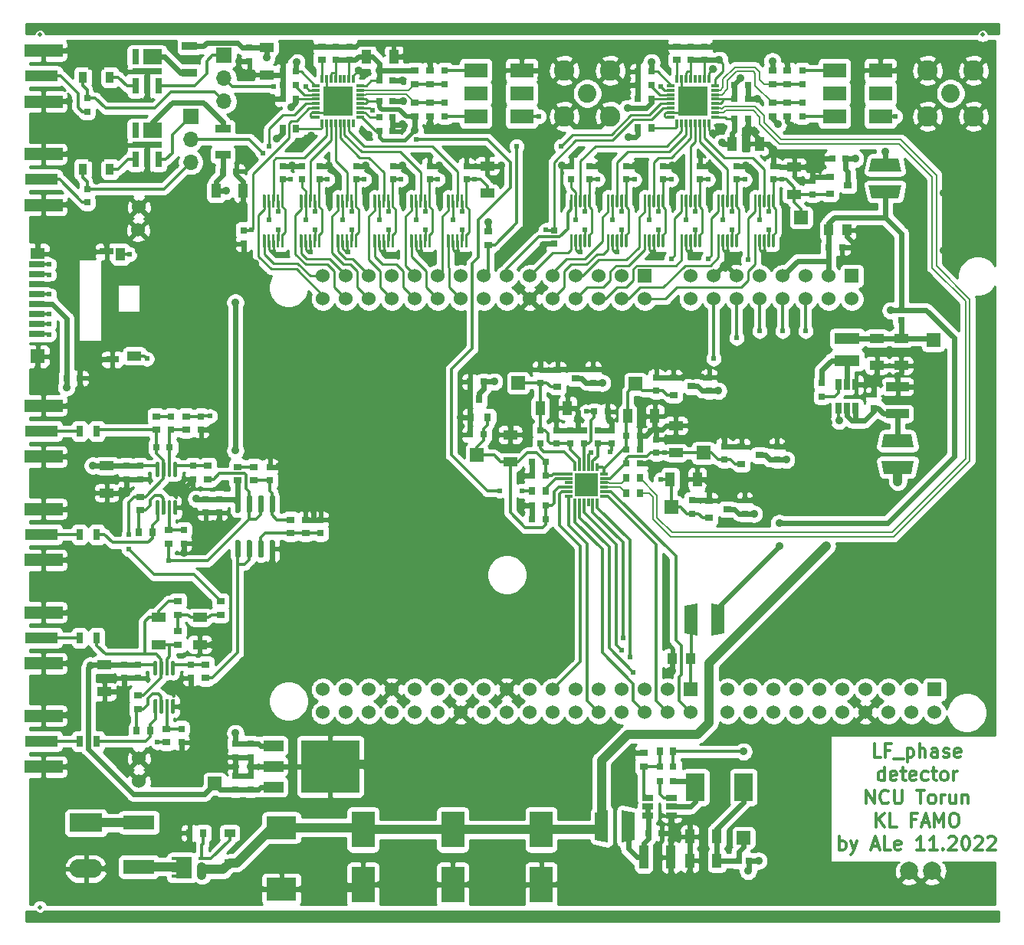
<source format=gtl>
%TF.GenerationSoftware,KiCad,Pcbnew,(5.1.12)-1*%
%TF.CreationDate,2022-12-02T08:38:13+01:00*%
%TF.ProjectId,LF_phase_detector,4c465f70-6861-4736-955f-646574656374,rev?*%
%TF.SameCoordinates,Original*%
%TF.FileFunction,Copper,L1,Top*%
%TF.FilePolarity,Positive*%
%FSLAX46Y46*%
G04 Gerber Fmt 4.6, Leading zero omitted, Abs format (unit mm)*
G04 Created by KiCad (PCBNEW (5.1.12)-1) date 2022-12-02 08:38:13*
%MOMM*%
%LPD*%
G01*
G04 APERTURE LIST*
%TA.AperFunction,NonConductor*%
%ADD10C,0.300000*%
%TD*%
%TA.AperFunction,SMDPad,CuDef*%
%ADD11R,2.800000X1.300000*%
%TD*%
%TA.AperFunction,SMDPad,CuDef*%
%ADD12C,0.100000*%
%TD*%
%TA.AperFunction,SMDPad,CuDef*%
%ADD13R,2.000000X3.100000*%
%TD*%
%TA.AperFunction,SMDPad,CuDef*%
%ADD14R,2.500000X4.000000*%
%TD*%
%TA.AperFunction,SMDPad,CuDef*%
%ADD15R,0.860000X1.190000*%
%TD*%
%TA.AperFunction,SMDPad,CuDef*%
%ADD16R,0.700000X0.420000*%
%TD*%
%TA.AperFunction,SMDPad,CuDef*%
%ADD17R,3.500000X1.600000*%
%TD*%
%TA.AperFunction,SMDPad,CuDef*%
%ADD18R,2.540000X1.650000*%
%TD*%
%TA.AperFunction,ComponentPad*%
%ADD19C,0.400000*%
%TD*%
%TA.AperFunction,SMDPad,CuDef*%
%ADD20R,0.850000X0.300000*%
%TD*%
%TA.AperFunction,SMDPad,CuDef*%
%ADD21R,0.300000X0.850000*%
%TD*%
%TA.AperFunction,SMDPad,CuDef*%
%ADD22R,3.250000X3.250000*%
%TD*%
%TA.AperFunction,SMDPad,CuDef*%
%ADD23R,0.790000X1.680000*%
%TD*%
%TA.AperFunction,SMDPad,CuDef*%
%ADD24R,2.060000X1.680000*%
%TD*%
%TA.AperFunction,SMDPad,CuDef*%
%ADD25R,3.330000X0.690000*%
%TD*%
%TA.AperFunction,SMDPad,CuDef*%
%ADD26R,0.790000X2.110000*%
%TD*%
%TA.AperFunction,ComponentPad*%
%ADD27C,1.530000*%
%TD*%
%TA.AperFunction,ComponentPad*%
%ADD28R,1.530000X1.530000*%
%TD*%
%TA.AperFunction,ComponentPad*%
%ADD29C,1.524000*%
%TD*%
%TA.AperFunction,SMDPad,CuDef*%
%ADD30R,0.750000X0.800000*%
%TD*%
%TA.AperFunction,ComponentPad*%
%ADD31R,1.500000X1.500000*%
%TD*%
%TA.AperFunction,SMDPad,CuDef*%
%ADD32R,1.000000X1.600000*%
%TD*%
%TA.AperFunction,SMDPad,CuDef*%
%ADD33R,1.600000X1.000000*%
%TD*%
%TA.AperFunction,SMDPad,CuDef*%
%ADD34R,0.800000X0.750000*%
%TD*%
%TA.AperFunction,SMDPad,CuDef*%
%ADD35R,1.000000X2.500000*%
%TD*%
%TA.AperFunction,SMDPad,CuDef*%
%ADD36R,2.500000X1.000000*%
%TD*%
%TA.AperFunction,SMDPad,CuDef*%
%ADD37R,1.000000X1.250000*%
%TD*%
%TA.AperFunction,SMDPad,CuDef*%
%ADD38R,1.200000X0.900000*%
%TD*%
%TA.AperFunction,SMDPad,CuDef*%
%ADD39R,3.300000X2.500000*%
%TD*%
%TA.AperFunction,SMDPad,CuDef*%
%ADD40C,0.500000*%
%TD*%
%TA.AperFunction,ComponentPad*%
%ADD41C,2.000000*%
%TD*%
%TA.AperFunction,SMDPad,CuDef*%
%ADD42R,0.800000X0.800000*%
%TD*%
%TA.AperFunction,ComponentPad*%
%ADD43R,3.600000X2.080000*%
%TD*%
%TA.AperFunction,ComponentPad*%
%ADD44O,3.600000X2.080000*%
%TD*%
%TA.AperFunction,SMDPad,CuDef*%
%ADD45R,0.900000X0.800000*%
%TD*%
%TA.AperFunction,SMDPad,CuDef*%
%ADD46R,0.800000X0.900000*%
%TD*%
%TA.AperFunction,SMDPad,CuDef*%
%ADD47R,1.700000X0.900000*%
%TD*%
%TA.AperFunction,SMDPad,CuDef*%
%ADD48R,1.750000X0.700000*%
%TD*%
%TA.AperFunction,SMDPad,CuDef*%
%ADD49R,1.500000X1.300000*%
%TD*%
%TA.AperFunction,SMDPad,CuDef*%
%ADD50R,1.500000X0.800000*%
%TD*%
%TA.AperFunction,SMDPad,CuDef*%
%ADD51R,1.000000X1.450000*%
%TD*%
%TA.AperFunction,SMDPad,CuDef*%
%ADD52R,1.400000X0.800000*%
%TD*%
%TA.AperFunction,SMDPad,CuDef*%
%ADD53R,1.500000X1.500000*%
%TD*%
%TA.AperFunction,SMDPad,CuDef*%
%ADD54R,1.550000X1.000000*%
%TD*%
%TA.AperFunction,SMDPad,CuDef*%
%ADD55R,2.600000X2.600000*%
%TD*%
%TA.AperFunction,SMDPad,CuDef*%
%ADD56R,1.220000X0.650000*%
%TD*%
%TA.AperFunction,SMDPad,CuDef*%
%ADD57R,0.650000X1.220000*%
%TD*%
%TA.AperFunction,SMDPad,CuDef*%
%ADD58R,2.200000X1.200000*%
%TD*%
%TA.AperFunction,SMDPad,CuDef*%
%ADD59R,6.400000X5.800000*%
%TD*%
%TA.AperFunction,SMDPad,CuDef*%
%ADD60R,0.900000X1.300000*%
%TD*%
%TA.AperFunction,SMDPad,CuDef*%
%ADD61R,3.600000X1.270000*%
%TD*%
%TA.AperFunction,SMDPad,CuDef*%
%ADD62R,4.200000X1.350000*%
%TD*%
%TA.AperFunction,ComponentPad*%
%ADD63C,2.250000*%
%TD*%
%TA.AperFunction,ComponentPad*%
%ADD64C,2.050000*%
%TD*%
%TA.AperFunction,ComponentPad*%
%ADD65R,1.700000X1.700000*%
%TD*%
%TA.AperFunction,ComponentPad*%
%ADD66O,1.700000X1.700000*%
%TD*%
%TA.AperFunction,SMDPad,CuDef*%
%ADD67R,0.700000X1.300000*%
%TD*%
%TA.AperFunction,ViaPad*%
%ADD68C,0.609600*%
%TD*%
%TA.AperFunction,ViaPad*%
%ADD69C,0.889000*%
%TD*%
%TA.AperFunction,ViaPad*%
%ADD70C,0.400000*%
%TD*%
%TA.AperFunction,Conductor*%
%ADD71C,0.304800*%
%TD*%
%TA.AperFunction,Conductor*%
%ADD72C,0.609600*%
%TD*%
%TA.AperFunction,Conductor*%
%ADD73C,0.254000*%
%TD*%
%TA.AperFunction,Conductor*%
%ADD74C,1.016000*%
%TD*%
%TA.AperFunction,Conductor*%
%ADD75C,0.203200*%
%TD*%
%TA.AperFunction,Conductor*%
%ADD76C,0.200000*%
%TD*%
%TA.AperFunction,Conductor*%
%ADD77C,0.508000*%
%TD*%
%TA.AperFunction,Conductor*%
%ADD78C,0.406400*%
%TD*%
%TA.AperFunction,NonConductor*%
%ADD79C,0.254000*%
%TD*%
%TA.AperFunction,NonConductor*%
%ADD80C,0.100000*%
%TD*%
%TA.AperFunction,Conductor*%
%ADD81C,0.100000*%
%TD*%
G04 APERTURE END LIST*
D10*
X94643285Y-81430571D02*
X93929000Y-81430571D01*
X93929000Y-79930571D01*
X95643285Y-80644857D02*
X95143285Y-80644857D01*
X95143285Y-81430571D02*
X95143285Y-79930571D01*
X95857571Y-79930571D01*
X96071857Y-81573428D02*
X97214714Y-81573428D01*
X97571857Y-80430571D02*
X97571857Y-81930571D01*
X97571857Y-80502000D02*
X97714714Y-80430571D01*
X98000428Y-80430571D01*
X98143285Y-80502000D01*
X98214714Y-80573428D01*
X98286142Y-80716285D01*
X98286142Y-81144857D01*
X98214714Y-81287714D01*
X98143285Y-81359142D01*
X98000428Y-81430571D01*
X97714714Y-81430571D01*
X97571857Y-81359142D01*
X98929000Y-81430571D02*
X98929000Y-79930571D01*
X99571857Y-81430571D02*
X99571857Y-80644857D01*
X99500428Y-80502000D01*
X99357571Y-80430571D01*
X99143285Y-80430571D01*
X99000428Y-80502000D01*
X98929000Y-80573428D01*
X100929000Y-81430571D02*
X100929000Y-80644857D01*
X100857571Y-80502000D01*
X100714714Y-80430571D01*
X100429000Y-80430571D01*
X100286142Y-80502000D01*
X100929000Y-81359142D02*
X100786142Y-81430571D01*
X100429000Y-81430571D01*
X100286142Y-81359142D01*
X100214714Y-81216285D01*
X100214714Y-81073428D01*
X100286142Y-80930571D01*
X100429000Y-80859142D01*
X100786142Y-80859142D01*
X100929000Y-80787714D01*
X101571857Y-81359142D02*
X101714714Y-81430571D01*
X102000428Y-81430571D01*
X102143285Y-81359142D01*
X102214714Y-81216285D01*
X102214714Y-81144857D01*
X102143285Y-81002000D01*
X102000428Y-80930571D01*
X101786142Y-80930571D01*
X101643285Y-80859142D01*
X101571857Y-80716285D01*
X101571857Y-80644857D01*
X101643285Y-80502000D01*
X101786142Y-80430571D01*
X102000428Y-80430571D01*
X102143285Y-80502000D01*
X103429000Y-81359142D02*
X103286142Y-81430571D01*
X103000428Y-81430571D01*
X102857571Y-81359142D01*
X102786142Y-81216285D01*
X102786142Y-80644857D01*
X102857571Y-80502000D01*
X103000428Y-80430571D01*
X103286142Y-80430571D01*
X103429000Y-80502000D01*
X103500428Y-80644857D01*
X103500428Y-80787714D01*
X102786142Y-80930571D01*
X95071857Y-83980571D02*
X95071857Y-82480571D01*
X95071857Y-83909142D02*
X94929000Y-83980571D01*
X94643285Y-83980571D01*
X94500428Y-83909142D01*
X94429000Y-83837714D01*
X94357571Y-83694857D01*
X94357571Y-83266285D01*
X94429000Y-83123428D01*
X94500428Y-83052000D01*
X94643285Y-82980571D01*
X94929000Y-82980571D01*
X95071857Y-83052000D01*
X96357571Y-83909142D02*
X96214714Y-83980571D01*
X95929000Y-83980571D01*
X95786142Y-83909142D01*
X95714714Y-83766285D01*
X95714714Y-83194857D01*
X95786142Y-83052000D01*
X95929000Y-82980571D01*
X96214714Y-82980571D01*
X96357571Y-83052000D01*
X96429000Y-83194857D01*
X96429000Y-83337714D01*
X95714714Y-83480571D01*
X96857571Y-82980571D02*
X97429000Y-82980571D01*
X97071857Y-82480571D02*
X97071857Y-83766285D01*
X97143285Y-83909142D01*
X97286142Y-83980571D01*
X97429000Y-83980571D01*
X98500428Y-83909142D02*
X98357571Y-83980571D01*
X98071857Y-83980571D01*
X97929000Y-83909142D01*
X97857571Y-83766285D01*
X97857571Y-83194857D01*
X97929000Y-83052000D01*
X98071857Y-82980571D01*
X98357571Y-82980571D01*
X98500428Y-83052000D01*
X98571857Y-83194857D01*
X98571857Y-83337714D01*
X97857571Y-83480571D01*
X99857571Y-83909142D02*
X99714714Y-83980571D01*
X99429000Y-83980571D01*
X99286142Y-83909142D01*
X99214714Y-83837714D01*
X99143285Y-83694857D01*
X99143285Y-83266285D01*
X99214714Y-83123428D01*
X99286142Y-83052000D01*
X99429000Y-82980571D01*
X99714714Y-82980571D01*
X99857571Y-83052000D01*
X100286142Y-82980571D02*
X100857571Y-82980571D01*
X100500428Y-82480571D02*
X100500428Y-83766285D01*
X100571857Y-83909142D01*
X100714714Y-83980571D01*
X100857571Y-83980571D01*
X101571857Y-83980571D02*
X101429000Y-83909142D01*
X101357571Y-83837714D01*
X101286142Y-83694857D01*
X101286142Y-83266285D01*
X101357571Y-83123428D01*
X101429000Y-83052000D01*
X101571857Y-82980571D01*
X101786142Y-82980571D01*
X101929000Y-83052000D01*
X102000428Y-83123428D01*
X102071857Y-83266285D01*
X102071857Y-83694857D01*
X102000428Y-83837714D01*
X101929000Y-83909142D01*
X101786142Y-83980571D01*
X101571857Y-83980571D01*
X102714714Y-83980571D02*
X102714714Y-82980571D01*
X102714714Y-83266285D02*
X102786142Y-83123428D01*
X102857571Y-83052000D01*
X103000428Y-82980571D01*
X103143285Y-82980571D01*
X93071857Y-86530571D02*
X93071857Y-85030571D01*
X93929000Y-86530571D01*
X93929000Y-85030571D01*
X95500428Y-86387714D02*
X95429000Y-86459142D01*
X95214714Y-86530571D01*
X95071857Y-86530571D01*
X94857571Y-86459142D01*
X94714714Y-86316285D01*
X94643285Y-86173428D01*
X94571857Y-85887714D01*
X94571857Y-85673428D01*
X94643285Y-85387714D01*
X94714714Y-85244857D01*
X94857571Y-85102000D01*
X95071857Y-85030571D01*
X95214714Y-85030571D01*
X95429000Y-85102000D01*
X95500428Y-85173428D01*
X96143285Y-85030571D02*
X96143285Y-86244857D01*
X96214714Y-86387714D01*
X96286142Y-86459142D01*
X96429000Y-86530571D01*
X96714714Y-86530571D01*
X96857571Y-86459142D01*
X96929000Y-86387714D01*
X97000428Y-86244857D01*
X97000428Y-85030571D01*
X98643285Y-85030571D02*
X99500428Y-85030571D01*
X99071857Y-86530571D02*
X99071857Y-85030571D01*
X100214714Y-86530571D02*
X100071857Y-86459142D01*
X100000428Y-86387714D01*
X99929000Y-86244857D01*
X99929000Y-85816285D01*
X100000428Y-85673428D01*
X100071857Y-85602000D01*
X100214714Y-85530571D01*
X100429000Y-85530571D01*
X100571857Y-85602000D01*
X100643285Y-85673428D01*
X100714714Y-85816285D01*
X100714714Y-86244857D01*
X100643285Y-86387714D01*
X100571857Y-86459142D01*
X100429000Y-86530571D01*
X100214714Y-86530571D01*
X101357571Y-86530571D02*
X101357571Y-85530571D01*
X101357571Y-85816285D02*
X101429000Y-85673428D01*
X101500428Y-85602000D01*
X101643285Y-85530571D01*
X101786142Y-85530571D01*
X102929000Y-85530571D02*
X102929000Y-86530571D01*
X102286142Y-85530571D02*
X102286142Y-86316285D01*
X102357571Y-86459142D01*
X102500428Y-86530571D01*
X102714714Y-86530571D01*
X102857571Y-86459142D01*
X102929000Y-86387714D01*
X103643285Y-85530571D02*
X103643285Y-86530571D01*
X103643285Y-85673428D02*
X103714714Y-85602000D01*
X103857571Y-85530571D01*
X104071857Y-85530571D01*
X104214714Y-85602000D01*
X104286142Y-85744857D01*
X104286142Y-86530571D01*
X94179000Y-89080571D02*
X94179000Y-87580571D01*
X95036142Y-89080571D02*
X94393285Y-88223428D01*
X95036142Y-87580571D02*
X94179000Y-88437714D01*
X96393285Y-89080571D02*
X95679000Y-89080571D01*
X95679000Y-87580571D01*
X98536142Y-88294857D02*
X98036142Y-88294857D01*
X98036142Y-89080571D02*
X98036142Y-87580571D01*
X98750428Y-87580571D01*
X99250428Y-88652000D02*
X99964714Y-88652000D01*
X99107571Y-89080571D02*
X99607571Y-87580571D01*
X100107571Y-89080571D01*
X100607571Y-89080571D02*
X100607571Y-87580571D01*
X101107571Y-88652000D01*
X101607571Y-87580571D01*
X101607571Y-89080571D01*
X102607571Y-87580571D02*
X102893285Y-87580571D01*
X103036142Y-87652000D01*
X103179000Y-87794857D01*
X103250428Y-88080571D01*
X103250428Y-88580571D01*
X103179000Y-88866285D01*
X103036142Y-89009142D01*
X102893285Y-89080571D01*
X102607571Y-89080571D01*
X102464714Y-89009142D01*
X102321857Y-88866285D01*
X102250428Y-88580571D01*
X102250428Y-88080571D01*
X102321857Y-87794857D01*
X102464714Y-87652000D01*
X102607571Y-87580571D01*
X90107571Y-91630571D02*
X90107571Y-90130571D01*
X90107571Y-90702000D02*
X90250428Y-90630571D01*
X90536142Y-90630571D01*
X90679000Y-90702000D01*
X90750428Y-90773428D01*
X90821857Y-90916285D01*
X90821857Y-91344857D01*
X90750428Y-91487714D01*
X90679000Y-91559142D01*
X90536142Y-91630571D01*
X90250428Y-91630571D01*
X90107571Y-91559142D01*
X91321857Y-90630571D02*
X91679000Y-91630571D01*
X92036142Y-90630571D02*
X91679000Y-91630571D01*
X91536142Y-91987714D01*
X91464714Y-92059142D01*
X91321857Y-92130571D01*
X93679000Y-91202000D02*
X94393285Y-91202000D01*
X93536142Y-91630571D02*
X94036142Y-90130571D01*
X94536142Y-91630571D01*
X95750428Y-91630571D02*
X95036142Y-91630571D01*
X95036142Y-90130571D01*
X96821857Y-91559142D02*
X96679000Y-91630571D01*
X96393285Y-91630571D01*
X96250428Y-91559142D01*
X96179000Y-91416285D01*
X96179000Y-90844857D01*
X96250428Y-90702000D01*
X96393285Y-90630571D01*
X96679000Y-90630571D01*
X96821857Y-90702000D01*
X96893285Y-90844857D01*
X96893285Y-90987714D01*
X96179000Y-91130571D01*
X99464714Y-91630571D02*
X98607571Y-91630571D01*
X99036142Y-91630571D02*
X99036142Y-90130571D01*
X98893285Y-90344857D01*
X98750428Y-90487714D01*
X98607571Y-90559142D01*
X100893285Y-91630571D02*
X100036142Y-91630571D01*
X100464714Y-91630571D02*
X100464714Y-90130571D01*
X100321857Y-90344857D01*
X100179000Y-90487714D01*
X100036142Y-90559142D01*
X101536142Y-91487714D02*
X101607571Y-91559142D01*
X101536142Y-91630571D01*
X101464714Y-91559142D01*
X101536142Y-91487714D01*
X101536142Y-91630571D01*
X102179000Y-90273428D02*
X102250428Y-90202000D01*
X102393285Y-90130571D01*
X102750428Y-90130571D01*
X102893285Y-90202000D01*
X102964714Y-90273428D01*
X103036142Y-90416285D01*
X103036142Y-90559142D01*
X102964714Y-90773428D01*
X102107571Y-91630571D01*
X103036142Y-91630571D01*
X103964714Y-90130571D02*
X104107571Y-90130571D01*
X104250428Y-90202000D01*
X104321857Y-90273428D01*
X104393285Y-90416285D01*
X104464714Y-90702000D01*
X104464714Y-91059142D01*
X104393285Y-91344857D01*
X104321857Y-91487714D01*
X104250428Y-91559142D01*
X104107571Y-91630571D01*
X103964714Y-91630571D01*
X103821857Y-91559142D01*
X103750428Y-91487714D01*
X103679000Y-91344857D01*
X103607571Y-91059142D01*
X103607571Y-90702000D01*
X103679000Y-90416285D01*
X103750428Y-90273428D01*
X103821857Y-90202000D01*
X103964714Y-90130571D01*
X105036142Y-90273428D02*
X105107571Y-90202000D01*
X105250428Y-90130571D01*
X105607571Y-90130571D01*
X105750428Y-90202000D01*
X105821857Y-90273428D01*
X105893285Y-90416285D01*
X105893285Y-90559142D01*
X105821857Y-90773428D01*
X104964714Y-91630571D01*
X105893285Y-91630571D01*
X106464714Y-90273428D02*
X106536142Y-90202000D01*
X106679000Y-90130571D01*
X107036142Y-90130571D01*
X107179000Y-90202000D01*
X107250428Y-90273428D01*
X107321857Y-90416285D01*
X107321857Y-90559142D01*
X107250428Y-90773428D01*
X106393285Y-91630571D01*
X107321857Y-91630571D01*
D11*
%TO.P,L4,2*%
%TO.N,Net-(C51-Pad1)*%
X90932000Y-37522000D03*
%TO.P,L4,1*%
%TO.N,Net-(C54-Pad1)*%
X90932000Y-35122000D03*
%TD*%
%TA.AperFunction,SMDPad,CuDef*%
D12*
%TO.P,L1,1*%
%TO.N,Net-(C44-Pad1)*%
G36*
X67478000Y-90527000D02*
G01*
X66028000Y-90827000D01*
X66028000Y-87227000D01*
X67478000Y-87527000D01*
X67478000Y-90527000D01*
G37*
%TD.AperFunction*%
%TA.AperFunction,SMDPad,CuDef*%
%TO.P,L1,2*%
%TO.N,+15V*%
G36*
X64528000Y-90827000D02*
G01*
X63078000Y-90527000D01*
X63078000Y-87527000D01*
X64528000Y-87227000D01*
X64528000Y-90827000D01*
G37*
%TD.AperFunction*%
%TD*%
%TA.AperFunction,SMDPad,CuDef*%
%TO.P,L2,1*%
%TO.N,Net-(C45-Pad1)*%
G36*
X98020000Y-45679000D02*
G01*
X98320000Y-47129000D01*
X94720000Y-47129000D01*
X95020000Y-45679000D01*
X98020000Y-45679000D01*
G37*
%TD.AperFunction*%
%TA.AperFunction,SMDPad,CuDef*%
%TO.P,L2,2*%
%TO.N,+15V*%
G36*
X98320000Y-48629000D02*
G01*
X98020000Y-50079000D01*
X95020000Y-50079000D01*
X94720000Y-48629000D01*
X98320000Y-48629000D01*
G37*
%TD.AperFunction*%
%TD*%
%TA.AperFunction,SMDPad,CuDef*%
%TO.P,L5,1*%
%TO.N,+3V3*%
G36*
X96623000Y-15199000D02*
G01*
X96923000Y-16649000D01*
X93323000Y-16649000D01*
X93623000Y-15199000D01*
X96623000Y-15199000D01*
G37*
%TD.AperFunction*%
%TA.AperFunction,SMDPad,CuDef*%
%TO.P,L5,2*%
%TO.N,VuC*%
G36*
X96923000Y-18149000D02*
G01*
X96623000Y-19599000D01*
X93623000Y-19599000D01*
X93323000Y-18149000D01*
X96923000Y-18149000D01*
G37*
%TD.AperFunction*%
%TD*%
%TA.AperFunction,SMDPad,CuDef*%
%TO.P,L6,1*%
%TO.N,VAREF*%
G36*
X72984000Y-64667000D02*
G01*
X74434000Y-64367000D01*
X74434000Y-67967000D01*
X72984000Y-67667000D01*
X72984000Y-64667000D01*
G37*
%TD.AperFunction*%
%TA.AperFunction,SMDPad,CuDef*%
%TO.P,L6,2*%
%TO.N,VuC*%
G36*
X75934000Y-64367000D02*
G01*
X77384000Y-64667000D01*
X77384000Y-67667000D01*
X75934000Y-67967000D01*
X75934000Y-64367000D01*
G37*
%TD.AperFunction*%
%TD*%
D13*
%TO.P,L3,2*%
%TO.N,Net-(C50-Pad1)*%
X74185000Y-84709000D03*
%TO.P,L3,1*%
%TO.N,Net-(8V1-Pad1)*%
X79485000Y-84709000D03*
%TD*%
D14*
%TO.P,C48,2*%
%TO.N,GND*%
X37465000Y-95506000D03*
%TO.P,C48,1*%
%TO.N,+15V*%
X37465000Y-89406000D03*
%TD*%
%TO.P,C49,2*%
%TO.N,GND*%
X47371000Y-95506000D03*
%TO.P,C49,1*%
%TO.N,+15V*%
X47371000Y-89406000D03*
%TD*%
%TO.P,C103,2*%
%TO.N,GND*%
X57150000Y-95506000D03*
%TO.P,C103,1*%
%TO.N,+15V*%
X57150000Y-89406000D03*
%TD*%
D15*
%TO.P,T1,5*%
%TO.N,Net-(F1-Pad1)*%
X17281000Y-93009000D03*
X17281000Y-94189000D03*
X18131000Y-93009000D03*
X18131000Y-94189000D03*
D16*
%TO.P,T1,4*%
%TO.N,Net-(D1-Pad2)*%
X19661000Y-92624000D03*
%TO.P,T1,2*%
%TO.N,+15V*%
X19661000Y-93924000D03*
%TO.P,T1,3*%
X19661000Y-93274000D03*
%TO.P,T1,1*%
X19661000Y-94574000D03*
%TO.P,T1,5*%
%TO.N,Net-(F1-Pad1)*%
X16661000Y-92624000D03*
X16661000Y-93274000D03*
X16661000Y-93924000D03*
X16661000Y-94574000D03*
%TD*%
D17*
%TO.P,F1,2*%
%TO.N,Net-(F1-Pad2)*%
X12700000Y-88619000D03*
%TO.P,F1,1*%
%TO.N,Net-(F1-Pad1)*%
X12700000Y-93499000D03*
%TD*%
D18*
%TO.P,TR1,1*%
%TO.N,Net-(DIVVCO1-Pad1)*%
X94615000Y-10541000D03*
%TO.P,TR1,2*%
%TO.N,N/C*%
X94615000Y-8001000D03*
%TO.P,TR1,3*%
%TO.N,GND*%
X94615000Y-5461000D03*
%TO.P,TR1,4*%
%TO.N,Net-(C85-Pad2)*%
X89535000Y-5461000D03*
%TO.P,TR1,5*%
%TO.N,N/C*%
X89535000Y-8001000D03*
%TO.P,TR1,6*%
%TO.N,Net-(C86-Pad2)*%
X89535000Y-10541000D03*
%TD*%
%TO.P,TR2,1*%
%TO.N,Net-(DIVREF1-Pad1)*%
X54991000Y-10541000D03*
%TO.P,TR2,2*%
%TO.N,N/C*%
X54991000Y-8001000D03*
%TO.P,TR2,3*%
%TO.N,GND*%
X54991000Y-5461000D03*
%TO.P,TR2,4*%
%TO.N,Net-(C87-Pad2)*%
X49911000Y-5461000D03*
%TO.P,TR2,5*%
%TO.N,N/C*%
X49911000Y-8001000D03*
%TO.P,TR2,6*%
%TO.N,Net-(C88-Pad2)*%
X49911000Y-10541000D03*
%TD*%
D19*
%TO.P,U27,33*%
%TO.N,GND*%
X74314000Y-8490000D03*
X75114000Y-7690000D03*
X75114000Y-10090000D03*
X73514000Y-9290000D03*
X74314000Y-7690000D03*
X75114000Y-9290000D03*
X74314000Y-10090000D03*
X73514000Y-8490000D03*
X72714000Y-10090000D03*
X72714000Y-9290000D03*
X72714000Y-8490000D03*
X72714000Y-7690000D03*
X75114000Y-8490000D03*
X74314000Y-9290000D03*
X73514000Y-10090000D03*
X73514000Y-7690000D03*
D20*
%TO.P,U27,1*%
%TO.N,+3V3*%
X71464000Y-7140000D03*
%TO.P,U27,2*%
%TO.N,Net-(JP3-Pad2)*%
X71464000Y-7640000D03*
%TO.P,U27,3*%
%TO.N,Net-(C80-Pad2)*%
X71464000Y-8140000D03*
%TO.P,U27,4*%
%TO.N,+3V3*%
X71464000Y-8640000D03*
%TO.P,U27,5*%
%TO.N,SYNCB*%
X71464000Y-9140000D03*
%TO.P,U27,6*%
%TO.N,REF123*%
X71464000Y-9640000D03*
%TO.P,U27,7*%
%TO.N,GND*%
X71464000Y-10140000D03*
%TO.P,U27,8*%
X71464000Y-10640000D03*
D21*
%TO.P,U27,9*%
%TO.N,Net-(R30-Pad1)*%
X72164000Y-11340000D03*
%TO.P,U27,10*%
%TO.N,S1_7*%
X72664000Y-11340000D03*
%TO.P,U27,11*%
%TO.N,S1_6*%
X73164000Y-11340000D03*
%TO.P,U27,12*%
%TO.N,S1_5*%
X73664000Y-11340000D03*
%TO.P,U27,13*%
%TO.N,S1_4*%
X74164000Y-11340000D03*
%TO.P,U27,14*%
%TO.N,S1_3*%
X74664000Y-11340000D03*
%TO.P,U27,15*%
%TO.N,S1_2*%
X75164000Y-11340000D03*
%TO.P,U27,16*%
%TO.N,GND*%
X75664000Y-11340000D03*
D20*
%TO.P,U27,17*%
%TO.N,+3V3*%
X76364000Y-10640000D03*
%TO.P,U27,18*%
%TO.N,/Inputs and prescaler/DIV11-*%
X76364000Y-10140000D03*
%TO.P,U27,19*%
%TO.N,/Inputs and prescaler/DIV11+*%
X76364000Y-9640000D03*
%TO.P,U27,20*%
%TO.N,+3V3*%
X76364000Y-9140000D03*
%TO.P,U27,21*%
X76364000Y-8640000D03*
%TO.P,U27,22*%
%TO.N,/Inputs and prescaler/DIV10-*%
X76364000Y-8140000D03*
%TO.P,U27,23*%
%TO.N,/Inputs and prescaler/DIV10+*%
X76364000Y-7640000D03*
%TO.P,U27,24*%
%TO.N,+3V3*%
X76364000Y-7140000D03*
D21*
%TO.P,U27,25*%
%TO.N,GND*%
X75664000Y-6440000D03*
%TO.P,U27,26*%
%TO.N,+3V3*%
X75164000Y-6440000D03*
%TO.P,U27,27*%
%TO.N,N/C*%
X74664000Y-6440000D03*
%TO.P,U27,28*%
X74164000Y-6440000D03*
%TO.P,U27,29*%
%TO.N,+3V3*%
X73664000Y-6440000D03*
%TO.P,U27,30*%
X73164000Y-6440000D03*
%TO.P,U27,31*%
%TO.N,GND*%
X72664000Y-6440000D03*
%TO.P,U27,32*%
%TO.N,Net-(R28-Pad1)*%
X72164000Y-6440000D03*
D22*
%TO.P,U27,33*%
%TO.N,GND*%
X73914000Y-8890000D03*
%TD*%
D19*
%TO.P,U28,33*%
%TO.N,GND*%
X35071000Y-8490000D03*
X35871000Y-7690000D03*
X35871000Y-10090000D03*
X34271000Y-9290000D03*
X35071000Y-7690000D03*
X35871000Y-9290000D03*
X35071000Y-10090000D03*
X34271000Y-8490000D03*
X33471000Y-10090000D03*
X33471000Y-9290000D03*
X33471000Y-8490000D03*
X33471000Y-7690000D03*
X35871000Y-8490000D03*
X35071000Y-9290000D03*
X34271000Y-10090000D03*
X34271000Y-7690000D03*
D20*
%TO.P,U28,1*%
%TO.N,+3V3*%
X32221000Y-7140000D03*
%TO.P,U28,2*%
%TO.N,Net-(JP4-Pad2)*%
X32221000Y-7640000D03*
%TO.P,U28,3*%
%TO.N,Net-(C81-Pad2)*%
X32221000Y-8140000D03*
%TO.P,U28,4*%
%TO.N,+3V3*%
X32221000Y-8640000D03*
%TO.P,U28,5*%
%TO.N,SYNCB*%
X32221000Y-9140000D03*
%TO.P,U28,6*%
%TO.N,REF223*%
X32221000Y-9640000D03*
%TO.P,U28,7*%
%TO.N,GND*%
X32221000Y-10140000D03*
%TO.P,U28,8*%
X32221000Y-10640000D03*
D21*
%TO.P,U28,9*%
%TO.N,Net-(R31-Pad1)*%
X32921000Y-11340000D03*
%TO.P,U28,10*%
%TO.N,S2_7*%
X33421000Y-11340000D03*
%TO.P,U28,11*%
%TO.N,S2_6*%
X33921000Y-11340000D03*
%TO.P,U28,12*%
%TO.N,S2_5*%
X34421000Y-11340000D03*
%TO.P,U28,13*%
%TO.N,S2_4*%
X34921000Y-11340000D03*
%TO.P,U28,14*%
%TO.N,S2_3*%
X35421000Y-11340000D03*
%TO.P,U28,15*%
%TO.N,S2_2*%
X35921000Y-11340000D03*
%TO.P,U28,16*%
%TO.N,N/C*%
X36421000Y-11340000D03*
D20*
%TO.P,U28,17*%
%TO.N,+3V3*%
X37121000Y-10640000D03*
%TO.P,U28,18*%
%TO.N,Net-(C82-Pad2)*%
X37121000Y-10140000D03*
%TO.P,U28,19*%
%TO.N,Net-(R40-Pad1)*%
X37121000Y-9640000D03*
%TO.P,U28,20*%
%TO.N,+3V3*%
X37121000Y-9140000D03*
%TO.P,U28,21*%
X37121000Y-8640000D03*
%TO.P,U28,22*%
%TO.N,/Inputs and prescaler/DIV20-*%
X37121000Y-8140000D03*
%TO.P,U28,23*%
%TO.N,/Inputs and prescaler/DIV20+*%
X37121000Y-7640000D03*
%TO.P,U28,24*%
%TO.N,+3V3*%
X37121000Y-7140000D03*
D21*
%TO.P,U28,25*%
%TO.N,GND*%
X36421000Y-6440000D03*
%TO.P,U28,26*%
%TO.N,+3V3*%
X35921000Y-6440000D03*
%TO.P,U28,27*%
%TO.N,N/C*%
X35421000Y-6440000D03*
%TO.P,U28,28*%
X34921000Y-6440000D03*
%TO.P,U28,29*%
%TO.N,+3V3*%
X34421000Y-6440000D03*
%TO.P,U28,30*%
X33921000Y-6440000D03*
%TO.P,U28,31*%
%TO.N,GND*%
X33421000Y-6440000D03*
%TO.P,U28,32*%
%TO.N,Net-(R29-Pad1)*%
X32921000Y-6440000D03*
D22*
%TO.P,U28,33*%
%TO.N,GND*%
X34671000Y-8890000D03*
%TD*%
D23*
%TO.P,TR3,1*%
%TO.N,Net-(TR3-Pad1)*%
X12319000Y-15326000D03*
%TO.P,TR3,2*%
%TO.N,Net-(JP3-Pad1)*%
X14859000Y-15326000D03*
D24*
%TO.P,TR3,3*%
%TO.N,Net-(R25-Pad2)*%
X14224000Y-12106000D03*
D23*
%TO.P,TR3,4*%
%TO.N,N/C*%
X12319000Y-12106000D03*
D25*
%TO.P,TR3,5*%
%TO.N,GND*%
X13589000Y-13716000D03*
D26*
X13589000Y-15111000D03*
%TD*%
D23*
%TO.P,TR4,1*%
%TO.N,Net-(TR4-Pad1)*%
X12319000Y-7198000D03*
%TO.P,TR4,2*%
%TO.N,Net-(JP4-Pad1)*%
X14859000Y-7198000D03*
D24*
%TO.P,TR4,3*%
%TO.N,Net-(R26-Pad2)*%
X14224000Y-3978000D03*
D23*
%TO.P,TR4,4*%
%TO.N,N/C*%
X12319000Y-3978000D03*
D25*
%TO.P,TR4,5*%
%TO.N,GND*%
X13589000Y-5588000D03*
D26*
X13589000Y-6983000D03*
%TD*%
D27*
%TO.P,M1,CN10_34*%
%TO.N,N/C*%
X33025000Y-76454000D03*
%TO.P,M1,CN10_33*%
X33025000Y-73914000D03*
%TO.P,M1,CN9_30*%
%TO.N,/Microcontroller F030/BS2_7*%
X33025000Y-30734000D03*
%TO.P,M1,CN9_29*%
%TO.N,/Microcontroller F030/AS2_7*%
X33025000Y-28194000D03*
%TO.P,M1,CN7_20*%
%TO.N,N/C*%
X77729000Y-76454000D03*
%TO.P,M1,CN7_19*%
X77729000Y-73914000D03*
%TO.P,M1,CN7_18*%
X80269000Y-76454000D03*
%TO.P,M1,CN7_17*%
X80269000Y-73914000D03*
%TO.P,M1,CN7_16*%
X82809000Y-76454000D03*
%TO.P,M1,CN7_15*%
X82809000Y-73914000D03*
%TO.P,M1,CN7_14*%
X85349000Y-76454000D03*
%TO.P,M1,CN7_13*%
X85349000Y-73914000D03*
%TO.P,M1,CN7_12*%
X87889000Y-76454000D03*
%TO.P,M1,CN7_11*%
X87889000Y-73914000D03*
%TO.P,M1,CN7_10*%
X90429000Y-76454000D03*
%TO.P,M1,CN7_9*%
X90429000Y-73914000D03*
%TO.P,M1,CN7_8*%
%TO.N,GND*%
X92969000Y-76454000D03*
%TO.P,M1,CN7_7*%
%TO.N,N/C*%
X92969000Y-73914000D03*
%TO.P,M1,CN7_6*%
X95509000Y-76454000D03*
%TO.P,M1,CN7_5*%
X95509000Y-73914000D03*
%TO.P,M1,CN7_4*%
X98049000Y-76454000D03*
%TO.P,M1,CN7_3*%
X98049000Y-73914000D03*
%TO.P,M1,CN10_32*%
X35565000Y-76454000D03*
%TO.P,M1,CN10_31*%
X35565000Y-73914000D03*
%TO.P,M1,CN10_30*%
X38105000Y-76454000D03*
%TO.P,M1,CN10_29*%
X38105000Y-73914000D03*
%TO.P,M1,CN10_28*%
X40645000Y-76454000D03*
%TO.P,M1,CN10_27*%
%TO.N,GND*%
X40645000Y-73914000D03*
%TO.P,M1,CN10_26*%
%TO.N,SCK*%
X43185000Y-76454000D03*
%TO.P,M1,CN10_25*%
%TO.N,N/C*%
X43185000Y-73914000D03*
%TO.P,M1,CN10_24*%
X45725000Y-76454000D03*
%TO.P,M1,CN10_23*%
X45725000Y-73914000D03*
%TO.P,M1,CN10_22*%
%TO.N,GND*%
X48265000Y-76454000D03*
%TO.P,M1,CN10_21*%
%TO.N,N/C*%
X48265000Y-73914000D03*
%TO.P,M1,CN10_20*%
X50805000Y-76454000D03*
%TO.P,M1,CN10_19*%
X50805000Y-73914000D03*
%TO.P,M1,CN10_18*%
X53345000Y-76454000D03*
%TO.P,M1,CN10_17*%
%TO.N,GND*%
X53345000Y-73914000D03*
%TO.P,M1,CN10_16*%
%TO.N,N/C*%
X55885000Y-76454000D03*
%TO.P,M1,CN10_15*%
X55885000Y-73914000D03*
%TO.P,M1,CN10_14*%
X58425000Y-76454000D03*
%TO.P,M1,CN10_13*%
%TO.N,CEN*%
X58425000Y-73914000D03*
%TO.P,M1,CN10_12*%
%TO.N,N/C*%
X60965000Y-76454000D03*
%TO.P,M1,CN10_11*%
X60965000Y-73914000D03*
%TO.P,M1,CN10_10*%
%TO.N,MISO*%
X63505000Y-76454000D03*
%TO.P,M1,CN10_9*%
%TO.N,UPSAT*%
X63505000Y-73914000D03*
%TO.P,M1,CN10_8*%
%TO.N,MOSI*%
X66045000Y-76454000D03*
%TO.P,M1,CN10_7*%
%TO.N,DNSAT*%
X66045000Y-73914000D03*
%TO.P,M1,CN10_6*%
%TO.N,NSS*%
X68585000Y-76454000D03*
%TO.P,M1,CN10_5*%
%TO.N,GND*%
X68585000Y-73914000D03*
%TO.P,M1,CN10_4*%
%TO.N,REFEN*%
X71125000Y-76454000D03*
%TO.P,M1,CN10_3*%
%TO.N,GND*%
X71125000Y-73914000D03*
%TO.P,M1,CN10_2*%
%TO.N,LD-D0*%
X73665000Y-76454000D03*
D28*
%TO.P,M1,CN10_1*%
%TO.N,VAREF*%
X73665000Y-73914000D03*
D27*
%TO.P,M1,CN7_2*%
%TO.N,N/C*%
X100589000Y-76454000D03*
D28*
%TO.P,M1,CN7_1*%
X100589000Y-73914000D03*
D27*
%TO.P,M1,CN9_28*%
%TO.N,/Microcontroller F030/BS2_6*%
X35565000Y-30734000D03*
%TO.P,M1,CN9_27*%
%TO.N,/Microcontroller F030/AS2_6*%
X35565000Y-28194000D03*
%TO.P,M1,CN9_26*%
%TO.N,/Microcontroller F030/BS2_5*%
X38105000Y-30734000D03*
%TO.P,M1,CN9_25*%
%TO.N,/Microcontroller F030/AS2_5*%
X38105000Y-28194000D03*
%TO.P,M1,CN9_24*%
%TO.N,/Microcontroller F030/BS2_4*%
X40645000Y-30734000D03*
%TO.P,M1,CN9_23*%
%TO.N,GND*%
X40645000Y-28194000D03*
%TO.P,M1,CN9_22*%
%TO.N,/Microcontroller F030/AS2_4*%
X43185000Y-30734000D03*
%TO.P,M1,CN9_21*%
%TO.N,/Microcontroller F030/BS2_3*%
X43185000Y-28194000D03*
%TO.P,M1,CN9_20*%
%TO.N,/Microcontroller F030/AS2_3*%
X45725000Y-30734000D03*
%TO.P,M1,CN9_19*%
%TO.N,/Microcontroller F030/BS2_2*%
X45725000Y-28194000D03*
%TO.P,M1,CN9_18*%
%TO.N,/Microcontroller F030/AS2_2*%
X48265000Y-30734000D03*
%TO.P,M1,CN9_17*%
%TO.N,N/C*%
X48265000Y-28194000D03*
%TO.P,M1,CN9_16*%
X50805000Y-30734000D03*
%TO.P,M1,CN9_15*%
%TO.N,SYNCB*%
X50805000Y-28194000D03*
%TO.P,M1,CN9_14*%
%TO.N,N/C*%
X53345000Y-30734000D03*
%TO.P,M1,CN9_13*%
%TO.N,/Microcontroller F030/BS1_7*%
X53345000Y-28194000D03*
%TO.P,M1,CN9_12*%
%TO.N,GND*%
X55885000Y-30734000D03*
%TO.P,M1,CN9_11*%
%TO.N,/Microcontroller F030/AS1_7*%
X55885000Y-28194000D03*
%TO.P,M1,CN9_10*%
%TO.N,/Microcontroller F030/AS1_6*%
X58425000Y-30734000D03*
%TO.P,M1,CN9_9*%
%TO.N,/Microcontroller F030/BS1_6*%
X58425000Y-28194000D03*
%TO.P,M1,CN9_8*%
%TO.N,/Microcontroller F030/AS1_5*%
X60965000Y-30734000D03*
%TO.P,M1,CN9_7*%
%TO.N,/Microcontroller F030/BS1_5*%
X60965000Y-28194000D03*
%TO.P,M1,CN9_6*%
%TO.N,/Microcontroller F030/AS1_4*%
X63505000Y-30734000D03*
%TO.P,M1,CN9_5*%
%TO.N,/Microcontroller F030/BS1_4*%
X63505000Y-28194000D03*
%TO.P,M1,CN9_4*%
%TO.N,/Microcontroller F030/AS1_3*%
X66045000Y-30734000D03*
%TO.P,M1,CN9_3*%
%TO.N,/Microcontroller F030/BS1_3*%
X66045000Y-28194000D03*
%TO.P,M1,CN9_2*%
%TO.N,/Microcontroller F030/AS1_2*%
X68585000Y-30734000D03*
D28*
%TO.P,M1,CN9_1*%
%TO.N,/Microcontroller F030/BS1_2*%
X68585000Y-28194000D03*
D27*
%TO.P,M1,CN8_16*%
%TO.N,/Microcontroller F030/uC feed and SDcard/SD_DET1*%
X73665000Y-30734000D03*
%TO.P,M1,CN8_15*%
%TO.N,N/C*%
X73665000Y-28194000D03*
%TO.P,M1,CN8_14*%
%TO.N,/Microcontroller F030/uC feed and SDcard/SD_DET2*%
X76205000Y-30734000D03*
%TO.P,M1,CN8_13*%
%TO.N,GND*%
X76205000Y-28194000D03*
%TO.P,M1,CN8_12*%
%TO.N,/Microcontroller F030/uC feed and SDcard/SD_CMD*%
X78745000Y-30734000D03*
%TO.P,M1,CN8_11*%
%TO.N,GND*%
X78745000Y-28194000D03*
%TO.P,M1,CN8_10*%
%TO.N,/Microcontroller F030/uC feed and SDcard/SD_CK*%
X81285000Y-30734000D03*
%TO.P,M1,CN8_9*%
%TO.N,N/C*%
X81285000Y-28194000D03*
%TO.P,M1,CN8_8*%
%TO.N,/Microcontroller F030/uC feed and SDcard/SD_D3*%
X83825000Y-30734000D03*
%TO.P,M1,CN8_7*%
%TO.N,VuC*%
X83825000Y-28194000D03*
%TO.P,M1,CN8_6*%
%TO.N,/Microcontroller F030/uC feed and SDcard/SD_D2*%
X86365000Y-30734000D03*
%TO.P,M1,CN8_5*%
%TO.N,N/C*%
X86365000Y-28194000D03*
%TO.P,M1,CN8_4*%
%TO.N,/Microcontroller F030/uC feed and SDcard/SD_D1*%
X88905000Y-30734000D03*
%TO.P,M1,CN8_3*%
%TO.N,VuC*%
X88905000Y-28194000D03*
%TO.P,M1,CN8_2*%
%TO.N,/Microcontroller F030/uC feed and SDcard/SD_D0*%
X91445000Y-30734000D03*
D28*
%TO.P,M1,CN8_1*%
%TO.N,N/C*%
X91445000Y-28194000D03*
D29*
%TO.P,M1,35*%
%TO.N,GND*%
X12705080Y-20574000D03*
X12628880Y-23114000D03*
X12705080Y-81534000D03*
X12705080Y-84074000D03*
%TD*%
D30*
%TO.P,C83,2*%
%TO.N,GND*%
X24257000Y-24626000D03*
%TO.P,C83,1*%
%TO.N,REF223*%
X24257000Y-23126000D03*
%TD*%
D31*
%TO.P,3V0,1*%
%TO.N,AVDD*%
X54610000Y-40005000D03*
%TD*%
%TO.P,3V1,1*%
%TO.N,DVDD*%
X50038000Y-48006000D03*
%TD*%
%TO.P,5V0,1*%
%TO.N,+5VA*%
X21082000Y-84328000D03*
%TD*%
%TO.P,5V1,1*%
%TO.N,VCCPD*%
X75057000Y-47752000D03*
%TD*%
%TO.P,5V2,1*%
%TO.N,VDDPD*%
X67564000Y-40132000D03*
%TD*%
%TO.P,5V3,1*%
%TO.N,VDDCP*%
X71501000Y-53721000D03*
%TD*%
%TO.P,8V1,1*%
%TO.N,Net-(8V1-Pad1)*%
X79502000Y-90297000D03*
%TD*%
D30*
%TO.P,C1,1*%
%TO.N,Net-(C1-Pad1)*%
X57023000Y-46724000D03*
%TO.P,C1,2*%
%TO.N,AVDD*%
X57023000Y-45224000D03*
%TD*%
D32*
%TO.P,C2,1*%
%TO.N,AVDD*%
X57047000Y-42799000D03*
%TO.P,C2,2*%
%TO.N,GND*%
X60047000Y-42799000D03*
%TD*%
D33*
%TO.P,C3,2*%
%TO.N,GND*%
X53721000Y-45744000D03*
%TO.P,C3,1*%
%TO.N,DVDD*%
X53721000Y-48744000D03*
%TD*%
%TO.P,C4,1*%
%TO.N,VCCPD*%
X72009000Y-47728000D03*
%TO.P,C4,2*%
%TO.N,GND*%
X72009000Y-44728000D03*
%TD*%
D32*
%TO.P,C5,1*%
%TO.N,VDDPD*%
X66699000Y-43688000D03*
%TO.P,C5,2*%
%TO.N,GND*%
X69699000Y-43688000D03*
%TD*%
%TO.P,C6,1*%
%TO.N,VDDCP*%
X71398000Y-50673000D03*
%TO.P,C6,2*%
%TO.N,GND*%
X74398000Y-50673000D03*
%TD*%
D30*
%TO.P,C7,2*%
%TO.N,GND*%
X58801000Y-45224000D03*
%TO.P,C7,1*%
%TO.N,AVDD*%
X58801000Y-46724000D03*
%TD*%
D34*
%TO.P,C8,2*%
%TO.N,GND*%
X56146000Y-55118000D03*
%TO.P,C8,1*%
%TO.N,DVDD*%
X57646000Y-55118000D03*
%TD*%
D30*
%TO.P,C9,2*%
%TO.N,GND*%
X69850000Y-46240000D03*
%TO.P,C9,1*%
%TO.N,VCCPD*%
X69850000Y-47740000D03*
%TD*%
D34*
%TO.P,C10,2*%
%TO.N,GND*%
X68060000Y-45847000D03*
%TO.P,C10,1*%
%TO.N,VDDPD*%
X66560000Y-45847000D03*
%TD*%
D30*
%TO.P,C11,2*%
%TO.N,GND*%
X64897000Y-45224000D03*
%TO.P,C11,1*%
%TO.N,VDDCP*%
X64897000Y-46724000D03*
%TD*%
%TO.P,C12,1*%
%TO.N,AVDD*%
X60325000Y-46724000D03*
%TO.P,C12,2*%
%TO.N,GND*%
X60325000Y-45224000D03*
%TD*%
D34*
%TO.P,C13,1*%
%TO.N,DVDD*%
X57646000Y-53594000D03*
%TO.P,C13,2*%
%TO.N,GND*%
X56146000Y-53594000D03*
%TD*%
%TO.P,C14,1*%
%TO.N,VCCPD*%
X66560000Y-48895000D03*
%TO.P,C14,2*%
%TO.N,GND*%
X68060000Y-48895000D03*
%TD*%
%TO.P,C15,1*%
%TO.N,VDDPD*%
X66560000Y-47371000D03*
%TO.P,C15,2*%
%TO.N,GND*%
X68060000Y-47371000D03*
%TD*%
D30*
%TO.P,C16,1*%
%TO.N,VDDCP*%
X63373000Y-46724000D03*
%TO.P,C16,2*%
%TO.N,GND*%
X63373000Y-45224000D03*
%TD*%
D34*
%TO.P,C17,2*%
%TO.N,GND*%
X56146000Y-48768000D03*
%TO.P,C17,1*%
%TO.N,DVDD*%
X57646000Y-48768000D03*
%TD*%
%TO.P,C18,2*%
%TO.N,GND*%
X64504000Y-43180000D03*
%TO.P,C18,1*%
%TO.N,VCCPD*%
X63004000Y-43180000D03*
%TD*%
%TO.P,C20,1*%
%TO.N,DVDD*%
X57646000Y-50292000D03*
%TO.P,C20,2*%
%TO.N,GND*%
X56146000Y-50292000D03*
%TD*%
D30*
%TO.P,C21,2*%
%TO.N,GND*%
X61849000Y-45224000D03*
%TO.P,C21,1*%
%TO.N,VCCPD*%
X61849000Y-46724000D03*
%TD*%
%TO.P,C23,2*%
%TO.N,GND*%
X60452000Y-16014000D03*
%TO.P,C23,1*%
%TO.N,/Microcontroller F030/REF1_1:3*%
X60452000Y-17514000D03*
%TD*%
D34*
%TO.P,C25,1*%
%TO.N,VuC*%
X88912000Y-25019000D03*
%TO.P,C25,2*%
%TO.N,GND*%
X90412000Y-25019000D03*
%TD*%
%TO.P,C26,2*%
%TO.N,GND*%
X6211000Y-39497000D03*
%TO.P,C26,1*%
%TO.N,VuC*%
X4711000Y-39497000D03*
%TD*%
D30*
%TO.P,C27,1*%
%TO.N,GND*%
X19558000Y-45200000D03*
%TO.P,C27,2*%
%TO.N,CP*%
X19558000Y-43700000D03*
%TD*%
%TO.P,C28,2*%
%TO.N,GND*%
X21590000Y-54344000D03*
%TO.P,C28,1*%
%TO.N,+5VA*%
X21590000Y-52844000D03*
%TD*%
%TO.P,C29,2*%
%TO.N,GND*%
X18669000Y-50661000D03*
%TO.P,C29,1*%
%TO.N,Net-(C29-Pad1)*%
X18669000Y-49161000D03*
%TD*%
%TO.P,C30,1*%
%TO.N,+5VA*%
X20066000Y-52844000D03*
%TO.P,C30,2*%
%TO.N,GND*%
X20066000Y-54344000D03*
%TD*%
D34*
%TO.P,C31,2*%
%TO.N,Net-(C31-Pad2)*%
X14617000Y-47117000D03*
%TO.P,C31,1*%
%TO.N,Net-(C31-Pad1)*%
X16117000Y-47117000D03*
%TD*%
D30*
%TO.P,C32,1*%
%TO.N,Net-(C31-Pad1)*%
X16256000Y-45200000D03*
%TO.P,C32,2*%
%TO.N,Net-(C32-Pad2)*%
X16256000Y-43700000D03*
%TD*%
D33*
%TO.P,C33,2*%
%TO.N,GND*%
X19431000Y-68937000D03*
%TO.P,C33,1*%
%TO.N,Net-(C33-Pad1)*%
X19431000Y-65937000D03*
%TD*%
D30*
%TO.P,C34,2*%
%TO.N,GND*%
X18415000Y-72632000D03*
%TO.P,C34,1*%
%TO.N,Net-(C34-Pad1)*%
X18415000Y-71132000D03*
%TD*%
%TO.P,C35,1*%
%TO.N,Net-(C35-Pad1)*%
X17653000Y-56273000D03*
%TO.P,C35,2*%
%TO.N,GND*%
X17653000Y-57773000D03*
%TD*%
D33*
%TO.P,C36,2*%
%TO.N,Net-(C36-Pad2)*%
X14859000Y-65937000D03*
%TO.P,C36,1*%
%TO.N,Net-(C36-Pad1)*%
X14859000Y-68937000D03*
%TD*%
D30*
%TO.P,C37,1*%
%TO.N,Net-(C37-Pad1)*%
X17399000Y-78244000D03*
%TO.P,C37,2*%
%TO.N,GND*%
X17399000Y-79744000D03*
%TD*%
%TO.P,C38,2*%
%TO.N,GND*%
X12827000Y-50661000D03*
%TO.P,C38,1*%
%TO.N,+5VA*%
X12827000Y-49161000D03*
%TD*%
%TO.P,C39,1*%
%TO.N,+5VA*%
X11303000Y-49161000D03*
%TO.P,C39,2*%
%TO.N,GND*%
X11303000Y-50661000D03*
%TD*%
D33*
%TO.P,C40,2*%
%TO.N,+5VA*%
X8890000Y-71144000D03*
%TO.P,C40,1*%
%TO.N,GND*%
X8890000Y-74144000D03*
%TD*%
D30*
%TO.P,C41,2*%
%TO.N,GND*%
X12573000Y-72632000D03*
%TO.P,C41,1*%
%TO.N,+5VA*%
X12573000Y-71132000D03*
%TD*%
D33*
%TO.P,C42,1*%
%TO.N,+5VA*%
X9144000Y-49173000D03*
%TO.P,C42,2*%
%TO.N,GND*%
X9144000Y-52173000D03*
%TD*%
D30*
%TO.P,C43,1*%
%TO.N,+5VA*%
X11049000Y-71132000D03*
%TO.P,C43,2*%
%TO.N,GND*%
X11049000Y-72632000D03*
%TD*%
D35*
%TO.P,C44,1*%
%TO.N,Net-(C44-Pad1)*%
X68477000Y-92456000D03*
%TO.P,C44,2*%
%TO.N,GND*%
X71477000Y-92456000D03*
%TD*%
D36*
%TO.P,C45,2*%
%TO.N,GND*%
X96520000Y-40410000D03*
%TO.P,C45,1*%
%TO.N,Net-(C45-Pad1)*%
X96520000Y-43410000D03*
%TD*%
D34*
%TO.P,C46,2*%
%TO.N,GND*%
X70473000Y-89789000D03*
%TO.P,C46,1*%
%TO.N,Net-(C44-Pad1)*%
X68973000Y-89789000D03*
%TD*%
D30*
%TO.P,C47,2*%
%TO.N,GND*%
X93853000Y-41287000D03*
%TO.P,C47,1*%
%TO.N,Net-(C45-Pad1)*%
X93853000Y-42787000D03*
%TD*%
D34*
%TO.P,C50,1*%
%TO.N,Net-(C50-Pad1)*%
X71743000Y-84074000D03*
%TO.P,C50,2*%
%TO.N,Net-(C50-Pad2)*%
X70243000Y-84074000D03*
%TD*%
D30*
%TO.P,C51,1*%
%TO.N,Net-(C51-Pad1)*%
X88138000Y-40017000D03*
%TO.P,C51,2*%
%TO.N,Net-(C51-Pad2)*%
X88138000Y-41517000D03*
%TD*%
D34*
%TO.P,C52,1*%
%TO.N,Net-(8V1-Pad1)*%
X71743000Y-82423000D03*
%TO.P,C52,2*%
%TO.N,Net-(C52-Pad2)*%
X70243000Y-82423000D03*
%TD*%
D30*
%TO.P,C53,2*%
%TO.N,GND*%
X23368000Y-81395000D03*
%TO.P,C53,1*%
%TO.N,+8V*%
X23368000Y-79895000D03*
%TD*%
D33*
%TO.P,C54,1*%
%TO.N,Net-(C54-Pad1)*%
X94234000Y-35076000D03*
%TO.P,C54,2*%
%TO.N,GND*%
X94234000Y-38076000D03*
%TD*%
D32*
%TO.P,C55,1*%
%TO.N,Net-(8V1-Pad1)*%
X76557000Y-90170000D03*
%TO.P,C55,2*%
%TO.N,GND*%
X73557000Y-90170000D03*
%TD*%
D30*
%TO.P,C56,2*%
%TO.N,+8V*%
X25019000Y-79895000D03*
%TO.P,C56,1*%
%TO.N,GND*%
X25019000Y-81395000D03*
%TD*%
D33*
%TO.P,C57,2*%
%TO.N,GND*%
X96901000Y-38076000D03*
%TO.P,C57,1*%
%TO.N,Net-(C54-Pad1)*%
X96901000Y-35076000D03*
%TD*%
D30*
%TO.P,C58,1*%
%TO.N,GND*%
X25019000Y-83451000D03*
%TO.P,C58,2*%
%TO.N,+5VA*%
X25019000Y-84951000D03*
%TD*%
D32*
%TO.P,C59,2*%
%TO.N,GND*%
X73557000Y-92837000D03*
%TO.P,C59,1*%
%TO.N,Net-(8V1-Pad1)*%
X76557000Y-92837000D03*
%TD*%
D30*
%TO.P,C60,1*%
%TO.N,+5VA*%
X23368000Y-84951000D03*
%TO.P,C60,2*%
%TO.N,GND*%
X23368000Y-83451000D03*
%TD*%
D37*
%TO.P,C61,1*%
%TO.N,VAREF*%
X73644000Y-70485000D03*
%TO.P,C61,2*%
%TO.N,GND*%
X71644000Y-70485000D03*
%TD*%
D30*
%TO.P,C62,1*%
%TO.N,+8V*%
X62865000Y-39993000D03*
%TO.P,C62,2*%
%TO.N,GND*%
X62865000Y-38493000D03*
%TD*%
D34*
%TO.P,C63,1*%
%TO.N,+8V*%
X50788000Y-39878000D03*
%TO.P,C63,2*%
%TO.N,GND*%
X49288000Y-39878000D03*
%TD*%
D30*
%TO.P,C64,1*%
%TO.N,+8V*%
X83185000Y-48502000D03*
%TO.P,C64,2*%
%TO.N,GND*%
X83185000Y-47002000D03*
%TD*%
%TO.P,C65,1*%
%TO.N,+8V*%
X75692000Y-40882000D03*
%TO.P,C65,2*%
%TO.N,GND*%
X75692000Y-39382000D03*
%TD*%
%TO.P,C66,2*%
%TO.N,GND*%
X79629000Y-52971000D03*
%TO.P,C66,1*%
%TO.N,+8V*%
X79629000Y-54471000D03*
%TD*%
%TO.P,C67,2*%
%TO.N,GND*%
X57023000Y-38493000D03*
%TO.P,C67,1*%
%TO.N,AVDD*%
X57023000Y-39993000D03*
%TD*%
D34*
%TO.P,C68,2*%
%TO.N,GND*%
X49288000Y-45720000D03*
%TO.P,C68,1*%
%TO.N,DVDD*%
X50788000Y-45720000D03*
%TD*%
D30*
%TO.P,C69,2*%
%TO.N,GND*%
X77343000Y-47002000D03*
%TO.P,C69,1*%
%TO.N,VCCPD*%
X77343000Y-48502000D03*
%TD*%
%TO.P,C70,2*%
%TO.N,GND*%
X69850000Y-39382000D03*
%TO.P,C70,1*%
%TO.N,VDDPD*%
X69850000Y-40882000D03*
%TD*%
%TO.P,C71,2*%
%TO.N,GND*%
X73787000Y-52971000D03*
%TO.P,C71,1*%
%TO.N,VDDCP*%
X73787000Y-54471000D03*
%TD*%
D32*
%TO.P,C72,1*%
%TO.N,+8V*%
X21233000Y-18796000D03*
%TO.P,C72,2*%
%TO.N,GND*%
X24233000Y-18796000D03*
%TD*%
D33*
%TO.P,C73,2*%
%TO.N,GND*%
X26797000Y-5945000D03*
%TO.P,C73,1*%
%TO.N,+8V*%
X26797000Y-2945000D03*
%TD*%
D30*
%TO.P,C74,2*%
%TO.N,Net-(C74-Pad2)*%
X6985000Y-20054000D03*
%TO.P,C74,1*%
%TO.N,Net-(C74-Pad1)*%
X6985000Y-18554000D03*
%TD*%
%TO.P,C75,2*%
%TO.N,Net-(C75-Pad2)*%
X6985000Y-10021000D03*
%TO.P,C75,1*%
%TO.N,Net-(C75-Pad1)*%
X6985000Y-8521000D03*
%TD*%
D34*
%TO.P,C76,2*%
%TO.N,GND*%
X23483000Y-16637000D03*
%TO.P,C76,1*%
%TO.N,+8V*%
X21983000Y-16637000D03*
%TD*%
D30*
%TO.P,C77,1*%
%TO.N,+8V*%
X24892000Y-2933000D03*
%TO.P,C77,2*%
%TO.N,GND*%
X24892000Y-4433000D03*
%TD*%
D34*
%TO.P,C80,2*%
%TO.N,Net-(C80-Pad2)*%
X69330000Y-7112000D03*
%TO.P,C80,1*%
%TO.N,GND*%
X67830000Y-7112000D03*
%TD*%
%TO.P,C81,1*%
%TO.N,GND*%
X28587000Y-7112000D03*
%TO.P,C81,2*%
%TO.N,Net-(C81-Pad2)*%
X30087000Y-7112000D03*
%TD*%
%TO.P,C82,2*%
%TO.N,Net-(C82-Pad2)*%
X39255000Y-10668000D03*
%TO.P,C82,1*%
%TO.N,GND*%
X40755000Y-10668000D03*
%TD*%
D30*
%TO.P,C84,1*%
%TO.N,REF123*%
X58547000Y-23126000D03*
%TO.P,C84,2*%
%TO.N,GND*%
X58547000Y-24626000D03*
%TD*%
%TO.P,C85,2*%
%TO.N,Net-(C85-Pad2)*%
X85979000Y-5473000D03*
%TO.P,C85,1*%
%TO.N,/Inputs and prescaler/DIV10+*%
X85979000Y-6973000D03*
%TD*%
%TO.P,C86,2*%
%TO.N,Net-(C86-Pad2)*%
X85979000Y-10529000D03*
%TO.P,C86,1*%
%TO.N,/Inputs and prescaler/DIV10-*%
X85979000Y-9029000D03*
%TD*%
%TO.P,C87,2*%
%TO.N,Net-(C87-Pad2)*%
X46482000Y-5473000D03*
%TO.P,C87,1*%
%TO.N,/Inputs and prescaler/DIV20+*%
X46482000Y-6973000D03*
%TD*%
%TO.P,C88,1*%
%TO.N,/Inputs and prescaler/DIV20-*%
X46482000Y-9029000D03*
%TO.P,C88,2*%
%TO.N,Net-(C88-Pad2)*%
X46482000Y-10529000D03*
%TD*%
D34*
%TO.P,C89,2*%
%TO.N,GND*%
X67830000Y-5588000D03*
%TO.P,C89,1*%
%TO.N,+3V3*%
X69330000Y-5588000D03*
%TD*%
%TO.P,C90,2*%
%TO.N,GND*%
X28587000Y-5588000D03*
%TO.P,C90,1*%
%TO.N,+3V3*%
X30087000Y-5588000D03*
%TD*%
%TO.P,C91,1*%
%TO.N,+3V3*%
X69330000Y-8636000D03*
%TO.P,C91,2*%
%TO.N,GND*%
X67830000Y-8636000D03*
%TD*%
%TO.P,C92,1*%
%TO.N,+3V3*%
X30087000Y-8636000D03*
%TO.P,C92,2*%
%TO.N,GND*%
X28587000Y-8636000D03*
%TD*%
%TO.P,C93,1*%
%TO.N,+3V3*%
X78498000Y-10795000D03*
%TO.P,C93,2*%
%TO.N,GND*%
X79998000Y-10795000D03*
%TD*%
%TO.P,C94,1*%
%TO.N,+3V3*%
X39255000Y-12192000D03*
%TO.P,C94,2*%
%TO.N,GND*%
X40755000Y-12192000D03*
%TD*%
%TO.P,C95,1*%
%TO.N,+3V3*%
X78498000Y-8636000D03*
%TO.P,C95,2*%
%TO.N,GND*%
X79998000Y-8636000D03*
%TD*%
%TO.P,C96,2*%
%TO.N,GND*%
X40755000Y-8890000D03*
%TO.P,C96,1*%
%TO.N,+3V3*%
X39255000Y-8890000D03*
%TD*%
%TO.P,C97,1*%
%TO.N,+3V3*%
X78498000Y-7112000D03*
%TO.P,C97,2*%
%TO.N,GND*%
X79998000Y-7112000D03*
%TD*%
%TO.P,C98,2*%
%TO.N,GND*%
X40755000Y-6604000D03*
%TO.P,C98,1*%
%TO.N,+3V3*%
X39255000Y-6604000D03*
%TD*%
D30*
%TO.P,C99,1*%
%TO.N,+3V3*%
X75184000Y-4306000D03*
%TO.P,C99,2*%
%TO.N,GND*%
X75184000Y-2806000D03*
%TD*%
%TO.P,C100,1*%
%TO.N,+3V3*%
X35941000Y-4306000D03*
%TO.P,C100,2*%
%TO.N,GND*%
X35941000Y-2806000D03*
%TD*%
%TO.P,C101,2*%
%TO.N,GND*%
X73660000Y-2806000D03*
%TO.P,C101,1*%
%TO.N,+3V3*%
X73660000Y-4306000D03*
%TD*%
%TO.P,C102,1*%
%TO.N,+3V3*%
X34417000Y-4306000D03*
%TO.P,C102,2*%
%TO.N,GND*%
X34417000Y-2806000D03*
%TD*%
D32*
%TO.P,C107,1*%
%TO.N,+3V3*%
X78256000Y-13589000D03*
%TO.P,C107,2*%
%TO.N,GND*%
X81256000Y-13589000D03*
%TD*%
%TO.P,C108,2*%
%TO.N,GND*%
X40870000Y-3937000D03*
%TO.P,C108,1*%
%TO.N,+3V3*%
X37870000Y-3937000D03*
%TD*%
D38*
%TO.P,D1,1*%
%TO.N,+15V*%
X22733000Y-93090000D03*
%TO.P,D1,2*%
%TO.N,Net-(D1-Pad2)*%
X22733000Y-89790000D03*
%TD*%
D39*
%TO.P,D2,1*%
%TO.N,+15V*%
X28448000Y-89183000D03*
%TO.P,D2,2*%
%TO.N,GND*%
X28448000Y-95983000D03*
%TD*%
D40*
%TO.P,FID1,~*%
%TO.N,N/C*%
X1778000Y-1524000D03*
%TD*%
%TO.P,FID2,~*%
%TO.N,N/C*%
X105918000Y-1524000D03*
%TD*%
%TO.P,FID3,~*%
%TO.N,N/C*%
X1778000Y-98044000D03*
%TD*%
D41*
%TO.P,GND1,1*%
%TO.N,GND*%
X97790000Y-93980000D03*
X100330000Y-93980000D03*
%TD*%
D42*
%TO.P,JP1,1*%
%TO.N,Net-(8V1-Pad1)*%
X78952000Y-92837000D03*
%TO.P,JP1,2*%
%TO.N,+8V*%
X80052000Y-92837000D03*
%TD*%
%TO.P,JP2,2*%
%TO.N,Net-(C54-Pad1)*%
X96901000Y-33062000D03*
%TO.P,JP2,1*%
%TO.N,VuC*%
X96901000Y-31962000D03*
%TD*%
D43*
%TO.P,P1,1*%
%TO.N,Net-(F1-Pad2)*%
X6858000Y-88646000D03*
D44*
%TO.P,P1,2*%
%TO.N,GND*%
X6858000Y-93726000D03*
%TD*%
D45*
%TO.P,R1,1*%
%TO.N,Net-(R1-Pad1)*%
X23622000Y-49288000D03*
%TO.P,R1,2*%
%TO.N,+5VA*%
X23622000Y-50788000D03*
%TD*%
%TO.P,R2,2*%
%TO.N,Net-(R1-Pad1)*%
X25400000Y-49288000D03*
%TO.P,R2,1*%
%TO.N,Net-(C104-Pad1)*%
X25400000Y-50788000D03*
%TD*%
%TO.P,R3,1*%
%TO.N,Net-(C105-Pad1)*%
X29464000Y-56630000D03*
%TO.P,R3,2*%
%TO.N,Net-(C104-Pad1)*%
X29464000Y-55130000D03*
%TD*%
%TO.P,R4,2*%
%TO.N,Net-(C105-Pad1)*%
X31115000Y-56630000D03*
%TO.P,R4,1*%
%TO.N,GND*%
X31115000Y-55130000D03*
%TD*%
%TO.P,R5,1*%
%TO.N,/Loop filter and outputs/VHALF*%
X20320000Y-50661000D03*
%TO.P,R5,2*%
%TO.N,Net-(C29-Pad1)*%
X20320000Y-49161000D03*
%TD*%
%TO.P,R6,1*%
%TO.N,Net-(C31-Pad1)*%
X17907000Y-45200000D03*
%TO.P,R6,2*%
%TO.N,CP*%
X17907000Y-43700000D03*
%TD*%
%TO.P,R7,2*%
%TO.N,Net-(C32-Pad2)*%
X14605000Y-43700000D03*
%TO.P,R7,1*%
%TO.N,Net-(C31-Pad2)*%
X14605000Y-45200000D03*
%TD*%
%TO.P,R9,1*%
%TO.N,Net-(C31-Pad2)*%
X21717000Y-64147000D03*
%TO.P,R9,2*%
%TO.N,Net-(C33-Pad1)*%
X21717000Y-65647000D03*
%TD*%
%TO.P,R10,1*%
%TO.N,/Loop filter and outputs/VQUOTER*%
X20066000Y-72632000D03*
%TO.P,R10,2*%
%TO.N,Net-(C34-Pad1)*%
X20066000Y-71132000D03*
%TD*%
%TO.P,R11,2*%
%TO.N,Net-(C33-Pad1)*%
X17018000Y-67449000D03*
%TO.P,R11,1*%
%TO.N,Net-(C36-Pad1)*%
X17018000Y-68949000D03*
%TD*%
%TO.P,R12,1*%
%TO.N,/Loop filter and outputs/VHALF*%
X16002000Y-57773000D03*
%TO.P,R12,2*%
%TO.N,Net-(C35-Pad1)*%
X16002000Y-56273000D03*
%TD*%
%TO.P,R13,2*%
%TO.N,Net-(R13-Pad2)*%
X12827000Y-54090000D03*
%TO.P,R13,1*%
%TO.N,Net-(C31-Pad2)*%
X12827000Y-52590000D03*
%TD*%
%TO.P,R14,2*%
%TO.N,Net-(C36-Pad2)*%
X17018000Y-64147000D03*
%TO.P,R14,1*%
%TO.N,Net-(C33-Pad1)*%
X17018000Y-65647000D03*
%TD*%
D46*
%TO.P,R15,1*%
%TO.N,Net-(R13-Pad2)*%
X12712000Y-56515000D03*
%TO.P,R15,2*%
%TO.N,Net-(R15-Pad2)*%
X14212000Y-56515000D03*
%TD*%
D45*
%TO.P,R18,1*%
%TO.N,/Loop filter and outputs/VHALF*%
X15748000Y-79744000D03*
%TO.P,R18,2*%
%TO.N,Net-(C37-Pad1)*%
X15748000Y-78244000D03*
%TD*%
%TO.P,R19,1*%
%TO.N,Net-(C36-Pad2)*%
X12573000Y-74561000D03*
%TO.P,R19,2*%
%TO.N,Net-(R19-Pad2)*%
X12573000Y-76061000D03*
%TD*%
D46*
%TO.P,R20,2*%
%TO.N,Net-(R20-Pad2)*%
X13958000Y-78486000D03*
%TO.P,R20,1*%
%TO.N,Net-(R19-Pad2)*%
X12458000Y-78486000D03*
%TD*%
D47*
%TO.P,R25,1*%
%TO.N,+8V*%
X21971000Y-14785000D03*
%TO.P,R25,2*%
%TO.N,Net-(R25-Pad2)*%
X21971000Y-11885000D03*
%TD*%
%TO.P,R26,2*%
%TO.N,Net-(R26-Pad2)*%
X18288000Y-5694000D03*
%TO.P,R26,1*%
%TO.N,+8V*%
X18288000Y-2794000D03*
%TD*%
D45*
%TO.P,R27,1*%
%TO.N,SYNCB*%
X51308000Y-24753000D03*
%TO.P,R27,2*%
%TO.N,+3V3*%
X51308000Y-23253000D03*
%TD*%
%TO.P,R28,2*%
%TO.N,GND*%
X72136000Y-2806000D03*
%TO.P,R28,1*%
%TO.N,Net-(R28-Pad1)*%
X72136000Y-4306000D03*
%TD*%
%TO.P,R29,2*%
%TO.N,GND*%
X32893000Y-2806000D03*
%TO.P,R29,1*%
%TO.N,Net-(R29-Pad1)*%
X32893000Y-4306000D03*
%TD*%
D46*
%TO.P,R30,2*%
%TO.N,+3V3*%
X67830000Y-11811000D03*
%TO.P,R30,1*%
%TO.N,Net-(R30-Pad1)*%
X69330000Y-11811000D03*
%TD*%
%TO.P,R31,2*%
%TO.N,+3V3*%
X28587000Y-11938000D03*
%TO.P,R31,1*%
%TO.N,Net-(R31-Pad1)*%
X30087000Y-11938000D03*
%TD*%
D45*
%TO.P,R32,1*%
%TO.N,/Inputs and prescaler/DIV10-*%
X82677000Y-9029000D03*
%TO.P,R32,2*%
%TO.N,+3V3*%
X82677000Y-10529000D03*
%TD*%
%TO.P,R33,2*%
%TO.N,+3V3*%
X43180000Y-10529000D03*
%TO.P,R33,1*%
%TO.N,/Inputs and prescaler/DIV20-*%
X43180000Y-9029000D03*
%TD*%
%TO.P,R34,1*%
%TO.N,/Inputs and prescaler/DIV10-*%
X84328000Y-9029000D03*
%TO.P,R34,2*%
%TO.N,GND*%
X84328000Y-10529000D03*
%TD*%
%TO.P,R35,1*%
%TO.N,/Inputs and prescaler/DIV20-*%
X44831000Y-9029000D03*
%TO.P,R35,2*%
%TO.N,GND*%
X44831000Y-10529000D03*
%TD*%
%TO.P,R36,2*%
%TO.N,+3V3*%
X82677000Y-5473000D03*
%TO.P,R36,1*%
%TO.N,/Inputs and prescaler/DIV10+*%
X82677000Y-6973000D03*
%TD*%
%TO.P,R37,2*%
%TO.N,+3V3*%
X43180000Y-5473000D03*
%TO.P,R37,1*%
%TO.N,/Inputs and prescaler/DIV20+*%
X43180000Y-6973000D03*
%TD*%
D46*
%TO.P,R38,1*%
%TO.N,/Inputs and prescaler/DIV11+*%
X68060000Y-52197000D03*
%TO.P,R38,2*%
%TO.N,DIV1+*%
X66560000Y-52197000D03*
%TD*%
%TO.P,R39,2*%
%TO.N,DIV1-*%
X66560000Y-50546000D03*
%TO.P,R39,1*%
%TO.N,/Inputs and prescaler/DIV11-*%
X68060000Y-50546000D03*
%TD*%
%TO.P,R40,2*%
%TO.N,DIV2*%
X57646000Y-51943000D03*
%TO.P,R40,1*%
%TO.N,Net-(R40-Pad1)*%
X56146000Y-51943000D03*
%TD*%
D45*
%TO.P,R41,1*%
%TO.N,/Inputs and prescaler/DIV10+*%
X84328000Y-6973000D03*
%TO.P,R41,2*%
%TO.N,GND*%
X84328000Y-5473000D03*
%TD*%
%TO.P,R42,1*%
%TO.N,/Inputs and prescaler/DIV20+*%
X44831000Y-6973000D03*
%TO.P,R42,2*%
%TO.N,GND*%
X44831000Y-5473000D03*
%TD*%
D48*
%TO.P,SD1,8*%
%TO.N,/Microcontroller F030/uC feed and SDcard/SD_D1*%
X1411000Y-26924000D03*
D49*
%TO.P,SD1,11*%
%TO.N,GND*%
X1536000Y-25724000D03*
D50*
X9136000Y-25474000D03*
D51*
%TO.P,SD1,9*%
%TO.N,/Microcontroller F030/uC feed and SDcard/SD_DET1*%
X10636000Y-25799000D03*
D52*
%TO.P,SD1,11*%
%TO.N,GND*%
X9786000Y-37424000D03*
D48*
%TO.P,SD1,7*%
%TO.N,/Microcontroller F030/uC feed and SDcard/SD_D0*%
X1411000Y-28024000D03*
%TO.P,SD1,6*%
%TO.N,GND*%
X1411000Y-29124000D03*
%TO.P,SD1,5*%
%TO.N,/Microcontroller F030/uC feed and SDcard/SD_CK*%
X1411000Y-30224000D03*
%TO.P,SD1,4*%
%TO.N,VuC*%
X1411000Y-31324000D03*
%TO.P,SD1,3*%
%TO.N,/Microcontroller F030/uC feed and SDcard/SD_CMD*%
X1411000Y-32424000D03*
%TO.P,SD1,2*%
%TO.N,/Microcontroller F030/uC feed and SDcard/SD_D3*%
X1411000Y-33524000D03*
%TO.P,SD1,1*%
%TO.N,/Microcontroller F030/uC feed and SDcard/SD_D2*%
X1411000Y-34624000D03*
D53*
%TO.P,SD1,11*%
%TO.N,GND*%
X1536000Y-37074000D03*
D54*
%TO.P,SD1,10*%
%TO.N,/Microcontroller F030/uC feed and SDcard/SD_DET2*%
X12211000Y-37024000D03*
%TD*%
D20*
%TO.P,U1,1*%
%TO.N,REFEN*%
X64053000Y-52558000D03*
%TO.P,U1,2*%
%TO.N,LD-D0*%
X64053000Y-52058000D03*
%TO.P,U1,3*%
%TO.N,DIV1+*%
X64053000Y-51558000D03*
%TO.P,U1,4*%
%TO.N,DIV1-*%
X64053000Y-51058000D03*
%TO.P,U1,5*%
%TO.N,VCCPD*%
X64053000Y-50558000D03*
%TO.P,U1,6*%
%TO.N,VDDPD*%
X64053000Y-50058000D03*
D21*
%TO.P,U1,7*%
X63353000Y-49358000D03*
%TO.P,U1,8*%
%TO.N,VDDCP*%
X62853000Y-49358000D03*
%TO.P,U1,9*%
%TO.N,CP*%
X62353000Y-49358000D03*
%TO.P,U1,10*%
%TO.N,VCCPD*%
X61853000Y-49358000D03*
%TO.P,U1,11*%
%TO.N,AVDD*%
X61353000Y-49358000D03*
%TO.P,U1,12*%
%TO.N,Net-(C1-Pad1)*%
X60853000Y-49358000D03*
D20*
%TO.P,U1,13*%
%TO.N,DVDD*%
X60153000Y-50058000D03*
%TO.P,U1,14*%
%TO.N,DIV2*%
X60153000Y-50558000D03*
%TO.P,U1,15*%
%TO.N,N/C*%
X60153000Y-51058000D03*
%TO.P,U1,16*%
%TO.N,DVDD*%
X60153000Y-51558000D03*
%TO.P,U1,17*%
%TO.N,CEN*%
X60153000Y-52058000D03*
%TO.P,U1,18*%
%TO.N,MISO*%
X60153000Y-52558000D03*
D21*
%TO.P,U1,19*%
%TO.N,NSS*%
X60853000Y-53258000D03*
%TO.P,U1,20*%
%TO.N,MOSI*%
X61353000Y-53258000D03*
%TO.P,U1,21*%
%TO.N,SCK*%
X61853000Y-53258000D03*
%TO.P,U1,22*%
%TO.N,N/C*%
X62353000Y-53258000D03*
%TO.P,U1,23*%
%TO.N,UPSAT*%
X62853000Y-53258000D03*
%TO.P,U1,24*%
%TO.N,DNSAT*%
X63353000Y-53258000D03*
D55*
%TO.P,U1,25*%
%TO.N,GND*%
X62103000Y-51308000D03*
%TD*%
%TO.P,U2,10*%
%TO.N,/Microcontroller F030/BS1_2*%
%TA.AperFunction,SMDPad,CuDef*%
G36*
G01*
X80863000Y-20623000D02*
X80713000Y-20623000D01*
G75*
G02*
X80638000Y-20548000I0J75000D01*
G01*
X80638000Y-19248000D01*
G75*
G02*
X80713000Y-19173000I75000J0D01*
G01*
X80863000Y-19173000D01*
G75*
G02*
X80938000Y-19248000I0J-75000D01*
G01*
X80938000Y-20548000D01*
G75*
G02*
X80863000Y-20623000I-75000J0D01*
G01*
G37*
%TD.AperFunction*%
%TO.P,U2,9*%
%TO.N,/Microcontroller F030/REF1_1:3*%
%TA.AperFunction,SMDPad,CuDef*%
G36*
G01*
X81363000Y-20623000D02*
X81213000Y-20623000D01*
G75*
G02*
X81138000Y-20548000I0J75000D01*
G01*
X81138000Y-19248000D01*
G75*
G02*
X81213000Y-19173000I75000J0D01*
G01*
X81363000Y-19173000D01*
G75*
G02*
X81438000Y-19248000I0J-75000D01*
G01*
X81438000Y-20548000D01*
G75*
G02*
X81363000Y-20623000I-75000J0D01*
G01*
G37*
%TD.AperFunction*%
%TO.P,U2,8*%
%TO.N,S1_2*%
%TA.AperFunction,SMDPad,CuDef*%
G36*
G01*
X81863000Y-20623000D02*
X81713000Y-20623000D01*
G75*
G02*
X81638000Y-20548000I0J75000D01*
G01*
X81638000Y-19248000D01*
G75*
G02*
X81713000Y-19173000I75000J0D01*
G01*
X81863000Y-19173000D01*
G75*
G02*
X81938000Y-19248000I0J-75000D01*
G01*
X81938000Y-20548000D01*
G75*
G02*
X81863000Y-20623000I-75000J0D01*
G01*
G37*
%TD.AperFunction*%
%TO.P,U2,7*%
%TO.N,+3V3*%
%TA.AperFunction,SMDPad,CuDef*%
G36*
G01*
X82363000Y-20623000D02*
X82213000Y-20623000D01*
G75*
G02*
X82138000Y-20548000I0J75000D01*
G01*
X82138000Y-19248000D01*
G75*
G02*
X82213000Y-19173000I75000J0D01*
G01*
X82363000Y-19173000D01*
G75*
G02*
X82438000Y-19248000I0J-75000D01*
G01*
X82438000Y-20548000D01*
G75*
G02*
X82363000Y-20623000I-75000J0D01*
G01*
G37*
%TD.AperFunction*%
%TO.P,U2,6*%
%TO.N,+5V*%
%TA.AperFunction,SMDPad,CuDef*%
G36*
G01*
X82863000Y-20623000D02*
X82713000Y-20623000D01*
G75*
G02*
X82638000Y-20548000I0J75000D01*
G01*
X82638000Y-19248000D01*
G75*
G02*
X82713000Y-19173000I75000J0D01*
G01*
X82863000Y-19173000D01*
G75*
G02*
X82938000Y-19248000I0J-75000D01*
G01*
X82938000Y-20548000D01*
G75*
G02*
X82863000Y-20623000I-75000J0D01*
G01*
G37*
%TD.AperFunction*%
%TO.P,U2,5*%
%TA.AperFunction,SMDPad,CuDef*%
G36*
G01*
X82863000Y-25023000D02*
X82713000Y-25023000D01*
G75*
G02*
X82638000Y-24948000I0J75000D01*
G01*
X82638000Y-23648000D01*
G75*
G02*
X82713000Y-23573000I75000J0D01*
G01*
X82863000Y-23573000D01*
G75*
G02*
X82938000Y-23648000I0J-75000D01*
G01*
X82938000Y-24948000D01*
G75*
G02*
X82863000Y-25023000I-75000J0D01*
G01*
G37*
%TD.AperFunction*%
%TO.P,U2,4*%
%TO.N,REF123*%
%TA.AperFunction,SMDPad,CuDef*%
G36*
G01*
X82363000Y-25023000D02*
X82213000Y-25023000D01*
G75*
G02*
X82138000Y-24948000I0J75000D01*
G01*
X82138000Y-23648000D01*
G75*
G02*
X82213000Y-23573000I75000J0D01*
G01*
X82363000Y-23573000D01*
G75*
G02*
X82438000Y-23648000I0J-75000D01*
G01*
X82438000Y-24948000D01*
G75*
G02*
X82363000Y-25023000I-75000J0D01*
G01*
G37*
%TD.AperFunction*%
%TO.P,U2,3*%
%TO.N,GND*%
%TA.AperFunction,SMDPad,CuDef*%
G36*
G01*
X81863000Y-25023000D02*
X81713000Y-25023000D01*
G75*
G02*
X81638000Y-24948000I0J75000D01*
G01*
X81638000Y-23648000D01*
G75*
G02*
X81713000Y-23573000I75000J0D01*
G01*
X81863000Y-23573000D01*
G75*
G02*
X81938000Y-23648000I0J-75000D01*
G01*
X81938000Y-24948000D01*
G75*
G02*
X81863000Y-25023000I-75000J0D01*
G01*
G37*
%TD.AperFunction*%
%TO.P,U2,2*%
%TA.AperFunction,SMDPad,CuDef*%
G36*
G01*
X81363000Y-25023000D02*
X81213000Y-25023000D01*
G75*
G02*
X81138000Y-24948000I0J75000D01*
G01*
X81138000Y-23648000D01*
G75*
G02*
X81213000Y-23573000I75000J0D01*
G01*
X81363000Y-23573000D01*
G75*
G02*
X81438000Y-23648000I0J-75000D01*
G01*
X81438000Y-24948000D01*
G75*
G02*
X81363000Y-25023000I-75000J0D01*
G01*
G37*
%TD.AperFunction*%
%TO.P,U2,1*%
%TO.N,/Microcontroller F030/AS1_2*%
%TA.AperFunction,SMDPad,CuDef*%
G36*
G01*
X80863000Y-25023000D02*
X80713000Y-25023000D01*
G75*
G02*
X80638000Y-24948000I0J75000D01*
G01*
X80638000Y-23648000D01*
G75*
G02*
X80713000Y-23573000I75000J0D01*
G01*
X80863000Y-23573000D01*
G75*
G02*
X80938000Y-23648000I0J-75000D01*
G01*
X80938000Y-24948000D01*
G75*
G02*
X80863000Y-25023000I-75000J0D01*
G01*
G37*
%TD.AperFunction*%
%TD*%
%TO.P,U3,1*%
%TO.N,/Microcontroller F030/AS1_3*%
%TA.AperFunction,SMDPad,CuDef*%
G36*
G01*
X76799000Y-25023000D02*
X76649000Y-25023000D01*
G75*
G02*
X76574000Y-24948000I0J75000D01*
G01*
X76574000Y-23648000D01*
G75*
G02*
X76649000Y-23573000I75000J0D01*
G01*
X76799000Y-23573000D01*
G75*
G02*
X76874000Y-23648000I0J-75000D01*
G01*
X76874000Y-24948000D01*
G75*
G02*
X76799000Y-25023000I-75000J0D01*
G01*
G37*
%TD.AperFunction*%
%TO.P,U3,2*%
%TO.N,GND*%
%TA.AperFunction,SMDPad,CuDef*%
G36*
G01*
X77299000Y-25023000D02*
X77149000Y-25023000D01*
G75*
G02*
X77074000Y-24948000I0J75000D01*
G01*
X77074000Y-23648000D01*
G75*
G02*
X77149000Y-23573000I75000J0D01*
G01*
X77299000Y-23573000D01*
G75*
G02*
X77374000Y-23648000I0J-75000D01*
G01*
X77374000Y-24948000D01*
G75*
G02*
X77299000Y-25023000I-75000J0D01*
G01*
G37*
%TD.AperFunction*%
%TO.P,U3,3*%
%TA.AperFunction,SMDPad,CuDef*%
G36*
G01*
X77799000Y-25023000D02*
X77649000Y-25023000D01*
G75*
G02*
X77574000Y-24948000I0J75000D01*
G01*
X77574000Y-23648000D01*
G75*
G02*
X77649000Y-23573000I75000J0D01*
G01*
X77799000Y-23573000D01*
G75*
G02*
X77874000Y-23648000I0J-75000D01*
G01*
X77874000Y-24948000D01*
G75*
G02*
X77799000Y-25023000I-75000J0D01*
G01*
G37*
%TD.AperFunction*%
%TO.P,U3,4*%
%TO.N,REF123*%
%TA.AperFunction,SMDPad,CuDef*%
G36*
G01*
X78299000Y-25023000D02*
X78149000Y-25023000D01*
G75*
G02*
X78074000Y-24948000I0J75000D01*
G01*
X78074000Y-23648000D01*
G75*
G02*
X78149000Y-23573000I75000J0D01*
G01*
X78299000Y-23573000D01*
G75*
G02*
X78374000Y-23648000I0J-75000D01*
G01*
X78374000Y-24948000D01*
G75*
G02*
X78299000Y-25023000I-75000J0D01*
G01*
G37*
%TD.AperFunction*%
%TO.P,U3,5*%
%TO.N,+5V*%
%TA.AperFunction,SMDPad,CuDef*%
G36*
G01*
X78799000Y-25023000D02*
X78649000Y-25023000D01*
G75*
G02*
X78574000Y-24948000I0J75000D01*
G01*
X78574000Y-23648000D01*
G75*
G02*
X78649000Y-23573000I75000J0D01*
G01*
X78799000Y-23573000D01*
G75*
G02*
X78874000Y-23648000I0J-75000D01*
G01*
X78874000Y-24948000D01*
G75*
G02*
X78799000Y-25023000I-75000J0D01*
G01*
G37*
%TD.AperFunction*%
%TO.P,U3,6*%
%TA.AperFunction,SMDPad,CuDef*%
G36*
G01*
X78799000Y-20623000D02*
X78649000Y-20623000D01*
G75*
G02*
X78574000Y-20548000I0J75000D01*
G01*
X78574000Y-19248000D01*
G75*
G02*
X78649000Y-19173000I75000J0D01*
G01*
X78799000Y-19173000D01*
G75*
G02*
X78874000Y-19248000I0J-75000D01*
G01*
X78874000Y-20548000D01*
G75*
G02*
X78799000Y-20623000I-75000J0D01*
G01*
G37*
%TD.AperFunction*%
%TO.P,U3,7*%
%TO.N,+3V3*%
%TA.AperFunction,SMDPad,CuDef*%
G36*
G01*
X78299000Y-20623000D02*
X78149000Y-20623000D01*
G75*
G02*
X78074000Y-20548000I0J75000D01*
G01*
X78074000Y-19248000D01*
G75*
G02*
X78149000Y-19173000I75000J0D01*
G01*
X78299000Y-19173000D01*
G75*
G02*
X78374000Y-19248000I0J-75000D01*
G01*
X78374000Y-20548000D01*
G75*
G02*
X78299000Y-20623000I-75000J0D01*
G01*
G37*
%TD.AperFunction*%
%TO.P,U3,8*%
%TO.N,S1_3*%
%TA.AperFunction,SMDPad,CuDef*%
G36*
G01*
X77799000Y-20623000D02*
X77649000Y-20623000D01*
G75*
G02*
X77574000Y-20548000I0J75000D01*
G01*
X77574000Y-19248000D01*
G75*
G02*
X77649000Y-19173000I75000J0D01*
G01*
X77799000Y-19173000D01*
G75*
G02*
X77874000Y-19248000I0J-75000D01*
G01*
X77874000Y-20548000D01*
G75*
G02*
X77799000Y-20623000I-75000J0D01*
G01*
G37*
%TD.AperFunction*%
%TO.P,U3,9*%
%TO.N,/Microcontroller F030/REF1_1:3*%
%TA.AperFunction,SMDPad,CuDef*%
G36*
G01*
X77299000Y-20623000D02*
X77149000Y-20623000D01*
G75*
G02*
X77074000Y-20548000I0J75000D01*
G01*
X77074000Y-19248000D01*
G75*
G02*
X77149000Y-19173000I75000J0D01*
G01*
X77299000Y-19173000D01*
G75*
G02*
X77374000Y-19248000I0J-75000D01*
G01*
X77374000Y-20548000D01*
G75*
G02*
X77299000Y-20623000I-75000J0D01*
G01*
G37*
%TD.AperFunction*%
%TO.P,U3,10*%
%TO.N,/Microcontroller F030/BS1_3*%
%TA.AperFunction,SMDPad,CuDef*%
G36*
G01*
X76799000Y-20623000D02*
X76649000Y-20623000D01*
G75*
G02*
X76574000Y-20548000I0J75000D01*
G01*
X76574000Y-19248000D01*
G75*
G02*
X76649000Y-19173000I75000J0D01*
G01*
X76799000Y-19173000D01*
G75*
G02*
X76874000Y-19248000I0J-75000D01*
G01*
X76874000Y-20548000D01*
G75*
G02*
X76799000Y-20623000I-75000J0D01*
G01*
G37*
%TD.AperFunction*%
%TD*%
%TO.P,U4,10*%
%TO.N,/Microcontroller F030/BS1_4*%
%TA.AperFunction,SMDPad,CuDef*%
G36*
G01*
X72735000Y-20623000D02*
X72585000Y-20623000D01*
G75*
G02*
X72510000Y-20548000I0J75000D01*
G01*
X72510000Y-19248000D01*
G75*
G02*
X72585000Y-19173000I75000J0D01*
G01*
X72735000Y-19173000D01*
G75*
G02*
X72810000Y-19248000I0J-75000D01*
G01*
X72810000Y-20548000D01*
G75*
G02*
X72735000Y-20623000I-75000J0D01*
G01*
G37*
%TD.AperFunction*%
%TO.P,U4,9*%
%TO.N,/Microcontroller F030/REF1_1:3*%
%TA.AperFunction,SMDPad,CuDef*%
G36*
G01*
X73235000Y-20623000D02*
X73085000Y-20623000D01*
G75*
G02*
X73010000Y-20548000I0J75000D01*
G01*
X73010000Y-19248000D01*
G75*
G02*
X73085000Y-19173000I75000J0D01*
G01*
X73235000Y-19173000D01*
G75*
G02*
X73310000Y-19248000I0J-75000D01*
G01*
X73310000Y-20548000D01*
G75*
G02*
X73235000Y-20623000I-75000J0D01*
G01*
G37*
%TD.AperFunction*%
%TO.P,U4,8*%
%TO.N,S1_4*%
%TA.AperFunction,SMDPad,CuDef*%
G36*
G01*
X73735000Y-20623000D02*
X73585000Y-20623000D01*
G75*
G02*
X73510000Y-20548000I0J75000D01*
G01*
X73510000Y-19248000D01*
G75*
G02*
X73585000Y-19173000I75000J0D01*
G01*
X73735000Y-19173000D01*
G75*
G02*
X73810000Y-19248000I0J-75000D01*
G01*
X73810000Y-20548000D01*
G75*
G02*
X73735000Y-20623000I-75000J0D01*
G01*
G37*
%TD.AperFunction*%
%TO.P,U4,7*%
%TO.N,+3V3*%
%TA.AperFunction,SMDPad,CuDef*%
G36*
G01*
X74235000Y-20623000D02*
X74085000Y-20623000D01*
G75*
G02*
X74010000Y-20548000I0J75000D01*
G01*
X74010000Y-19248000D01*
G75*
G02*
X74085000Y-19173000I75000J0D01*
G01*
X74235000Y-19173000D01*
G75*
G02*
X74310000Y-19248000I0J-75000D01*
G01*
X74310000Y-20548000D01*
G75*
G02*
X74235000Y-20623000I-75000J0D01*
G01*
G37*
%TD.AperFunction*%
%TO.P,U4,6*%
%TO.N,+5V*%
%TA.AperFunction,SMDPad,CuDef*%
G36*
G01*
X74735000Y-20623000D02*
X74585000Y-20623000D01*
G75*
G02*
X74510000Y-20548000I0J75000D01*
G01*
X74510000Y-19248000D01*
G75*
G02*
X74585000Y-19173000I75000J0D01*
G01*
X74735000Y-19173000D01*
G75*
G02*
X74810000Y-19248000I0J-75000D01*
G01*
X74810000Y-20548000D01*
G75*
G02*
X74735000Y-20623000I-75000J0D01*
G01*
G37*
%TD.AperFunction*%
%TO.P,U4,5*%
%TA.AperFunction,SMDPad,CuDef*%
G36*
G01*
X74735000Y-25023000D02*
X74585000Y-25023000D01*
G75*
G02*
X74510000Y-24948000I0J75000D01*
G01*
X74510000Y-23648000D01*
G75*
G02*
X74585000Y-23573000I75000J0D01*
G01*
X74735000Y-23573000D01*
G75*
G02*
X74810000Y-23648000I0J-75000D01*
G01*
X74810000Y-24948000D01*
G75*
G02*
X74735000Y-25023000I-75000J0D01*
G01*
G37*
%TD.AperFunction*%
%TO.P,U4,4*%
%TO.N,REF123*%
%TA.AperFunction,SMDPad,CuDef*%
G36*
G01*
X74235000Y-25023000D02*
X74085000Y-25023000D01*
G75*
G02*
X74010000Y-24948000I0J75000D01*
G01*
X74010000Y-23648000D01*
G75*
G02*
X74085000Y-23573000I75000J0D01*
G01*
X74235000Y-23573000D01*
G75*
G02*
X74310000Y-23648000I0J-75000D01*
G01*
X74310000Y-24948000D01*
G75*
G02*
X74235000Y-25023000I-75000J0D01*
G01*
G37*
%TD.AperFunction*%
%TO.P,U4,3*%
%TO.N,GND*%
%TA.AperFunction,SMDPad,CuDef*%
G36*
G01*
X73735000Y-25023000D02*
X73585000Y-25023000D01*
G75*
G02*
X73510000Y-24948000I0J75000D01*
G01*
X73510000Y-23648000D01*
G75*
G02*
X73585000Y-23573000I75000J0D01*
G01*
X73735000Y-23573000D01*
G75*
G02*
X73810000Y-23648000I0J-75000D01*
G01*
X73810000Y-24948000D01*
G75*
G02*
X73735000Y-25023000I-75000J0D01*
G01*
G37*
%TD.AperFunction*%
%TO.P,U4,2*%
%TA.AperFunction,SMDPad,CuDef*%
G36*
G01*
X73235000Y-25023000D02*
X73085000Y-25023000D01*
G75*
G02*
X73010000Y-24948000I0J75000D01*
G01*
X73010000Y-23648000D01*
G75*
G02*
X73085000Y-23573000I75000J0D01*
G01*
X73235000Y-23573000D01*
G75*
G02*
X73310000Y-23648000I0J-75000D01*
G01*
X73310000Y-24948000D01*
G75*
G02*
X73235000Y-25023000I-75000J0D01*
G01*
G37*
%TD.AperFunction*%
%TO.P,U4,1*%
%TO.N,/Microcontroller F030/AS1_4*%
%TA.AperFunction,SMDPad,CuDef*%
G36*
G01*
X72735000Y-25023000D02*
X72585000Y-25023000D01*
G75*
G02*
X72510000Y-24948000I0J75000D01*
G01*
X72510000Y-23648000D01*
G75*
G02*
X72585000Y-23573000I75000J0D01*
G01*
X72735000Y-23573000D01*
G75*
G02*
X72810000Y-23648000I0J-75000D01*
G01*
X72810000Y-24948000D01*
G75*
G02*
X72735000Y-25023000I-75000J0D01*
G01*
G37*
%TD.AperFunction*%
%TD*%
%TO.P,U5,1*%
%TO.N,/Microcontroller F030/AS1_5*%
%TA.AperFunction,SMDPad,CuDef*%
G36*
G01*
X68671000Y-25023000D02*
X68521000Y-25023000D01*
G75*
G02*
X68446000Y-24948000I0J75000D01*
G01*
X68446000Y-23648000D01*
G75*
G02*
X68521000Y-23573000I75000J0D01*
G01*
X68671000Y-23573000D01*
G75*
G02*
X68746000Y-23648000I0J-75000D01*
G01*
X68746000Y-24948000D01*
G75*
G02*
X68671000Y-25023000I-75000J0D01*
G01*
G37*
%TD.AperFunction*%
%TO.P,U5,2*%
%TO.N,GND*%
%TA.AperFunction,SMDPad,CuDef*%
G36*
G01*
X69171000Y-25023000D02*
X69021000Y-25023000D01*
G75*
G02*
X68946000Y-24948000I0J75000D01*
G01*
X68946000Y-23648000D01*
G75*
G02*
X69021000Y-23573000I75000J0D01*
G01*
X69171000Y-23573000D01*
G75*
G02*
X69246000Y-23648000I0J-75000D01*
G01*
X69246000Y-24948000D01*
G75*
G02*
X69171000Y-25023000I-75000J0D01*
G01*
G37*
%TD.AperFunction*%
%TO.P,U5,3*%
%TA.AperFunction,SMDPad,CuDef*%
G36*
G01*
X69671000Y-25023000D02*
X69521000Y-25023000D01*
G75*
G02*
X69446000Y-24948000I0J75000D01*
G01*
X69446000Y-23648000D01*
G75*
G02*
X69521000Y-23573000I75000J0D01*
G01*
X69671000Y-23573000D01*
G75*
G02*
X69746000Y-23648000I0J-75000D01*
G01*
X69746000Y-24948000D01*
G75*
G02*
X69671000Y-25023000I-75000J0D01*
G01*
G37*
%TD.AperFunction*%
%TO.P,U5,4*%
%TO.N,REF123*%
%TA.AperFunction,SMDPad,CuDef*%
G36*
G01*
X70171000Y-25023000D02*
X70021000Y-25023000D01*
G75*
G02*
X69946000Y-24948000I0J75000D01*
G01*
X69946000Y-23648000D01*
G75*
G02*
X70021000Y-23573000I75000J0D01*
G01*
X70171000Y-23573000D01*
G75*
G02*
X70246000Y-23648000I0J-75000D01*
G01*
X70246000Y-24948000D01*
G75*
G02*
X70171000Y-25023000I-75000J0D01*
G01*
G37*
%TD.AperFunction*%
%TO.P,U5,5*%
%TO.N,+5V*%
%TA.AperFunction,SMDPad,CuDef*%
G36*
G01*
X70671000Y-25023000D02*
X70521000Y-25023000D01*
G75*
G02*
X70446000Y-24948000I0J75000D01*
G01*
X70446000Y-23648000D01*
G75*
G02*
X70521000Y-23573000I75000J0D01*
G01*
X70671000Y-23573000D01*
G75*
G02*
X70746000Y-23648000I0J-75000D01*
G01*
X70746000Y-24948000D01*
G75*
G02*
X70671000Y-25023000I-75000J0D01*
G01*
G37*
%TD.AperFunction*%
%TO.P,U5,6*%
%TA.AperFunction,SMDPad,CuDef*%
G36*
G01*
X70671000Y-20623000D02*
X70521000Y-20623000D01*
G75*
G02*
X70446000Y-20548000I0J75000D01*
G01*
X70446000Y-19248000D01*
G75*
G02*
X70521000Y-19173000I75000J0D01*
G01*
X70671000Y-19173000D01*
G75*
G02*
X70746000Y-19248000I0J-75000D01*
G01*
X70746000Y-20548000D01*
G75*
G02*
X70671000Y-20623000I-75000J0D01*
G01*
G37*
%TD.AperFunction*%
%TO.P,U5,7*%
%TO.N,+3V3*%
%TA.AperFunction,SMDPad,CuDef*%
G36*
G01*
X70171000Y-20623000D02*
X70021000Y-20623000D01*
G75*
G02*
X69946000Y-20548000I0J75000D01*
G01*
X69946000Y-19248000D01*
G75*
G02*
X70021000Y-19173000I75000J0D01*
G01*
X70171000Y-19173000D01*
G75*
G02*
X70246000Y-19248000I0J-75000D01*
G01*
X70246000Y-20548000D01*
G75*
G02*
X70171000Y-20623000I-75000J0D01*
G01*
G37*
%TD.AperFunction*%
%TO.P,U5,8*%
%TO.N,S1_5*%
%TA.AperFunction,SMDPad,CuDef*%
G36*
G01*
X69671000Y-20623000D02*
X69521000Y-20623000D01*
G75*
G02*
X69446000Y-20548000I0J75000D01*
G01*
X69446000Y-19248000D01*
G75*
G02*
X69521000Y-19173000I75000J0D01*
G01*
X69671000Y-19173000D01*
G75*
G02*
X69746000Y-19248000I0J-75000D01*
G01*
X69746000Y-20548000D01*
G75*
G02*
X69671000Y-20623000I-75000J0D01*
G01*
G37*
%TD.AperFunction*%
%TO.P,U5,9*%
%TO.N,/Microcontroller F030/REF1_1:3*%
%TA.AperFunction,SMDPad,CuDef*%
G36*
G01*
X69171000Y-20623000D02*
X69021000Y-20623000D01*
G75*
G02*
X68946000Y-20548000I0J75000D01*
G01*
X68946000Y-19248000D01*
G75*
G02*
X69021000Y-19173000I75000J0D01*
G01*
X69171000Y-19173000D01*
G75*
G02*
X69246000Y-19248000I0J-75000D01*
G01*
X69246000Y-20548000D01*
G75*
G02*
X69171000Y-20623000I-75000J0D01*
G01*
G37*
%TD.AperFunction*%
%TO.P,U5,10*%
%TO.N,/Microcontroller F030/BS1_5*%
%TA.AperFunction,SMDPad,CuDef*%
G36*
G01*
X68671000Y-20623000D02*
X68521000Y-20623000D01*
G75*
G02*
X68446000Y-20548000I0J75000D01*
G01*
X68446000Y-19248000D01*
G75*
G02*
X68521000Y-19173000I75000J0D01*
G01*
X68671000Y-19173000D01*
G75*
G02*
X68746000Y-19248000I0J-75000D01*
G01*
X68746000Y-20548000D01*
G75*
G02*
X68671000Y-20623000I-75000J0D01*
G01*
G37*
%TD.AperFunction*%
%TD*%
%TO.P,U6,1*%
%TO.N,/Microcontroller F030/AS1_6*%
%TA.AperFunction,SMDPad,CuDef*%
G36*
G01*
X64607000Y-25023000D02*
X64457000Y-25023000D01*
G75*
G02*
X64382000Y-24948000I0J75000D01*
G01*
X64382000Y-23648000D01*
G75*
G02*
X64457000Y-23573000I75000J0D01*
G01*
X64607000Y-23573000D01*
G75*
G02*
X64682000Y-23648000I0J-75000D01*
G01*
X64682000Y-24948000D01*
G75*
G02*
X64607000Y-25023000I-75000J0D01*
G01*
G37*
%TD.AperFunction*%
%TO.P,U6,2*%
%TO.N,GND*%
%TA.AperFunction,SMDPad,CuDef*%
G36*
G01*
X65107000Y-25023000D02*
X64957000Y-25023000D01*
G75*
G02*
X64882000Y-24948000I0J75000D01*
G01*
X64882000Y-23648000D01*
G75*
G02*
X64957000Y-23573000I75000J0D01*
G01*
X65107000Y-23573000D01*
G75*
G02*
X65182000Y-23648000I0J-75000D01*
G01*
X65182000Y-24948000D01*
G75*
G02*
X65107000Y-25023000I-75000J0D01*
G01*
G37*
%TD.AperFunction*%
%TO.P,U6,3*%
%TA.AperFunction,SMDPad,CuDef*%
G36*
G01*
X65607000Y-25023000D02*
X65457000Y-25023000D01*
G75*
G02*
X65382000Y-24948000I0J75000D01*
G01*
X65382000Y-23648000D01*
G75*
G02*
X65457000Y-23573000I75000J0D01*
G01*
X65607000Y-23573000D01*
G75*
G02*
X65682000Y-23648000I0J-75000D01*
G01*
X65682000Y-24948000D01*
G75*
G02*
X65607000Y-25023000I-75000J0D01*
G01*
G37*
%TD.AperFunction*%
%TO.P,U6,4*%
%TO.N,REF123*%
%TA.AperFunction,SMDPad,CuDef*%
G36*
G01*
X66107000Y-25023000D02*
X65957000Y-25023000D01*
G75*
G02*
X65882000Y-24948000I0J75000D01*
G01*
X65882000Y-23648000D01*
G75*
G02*
X65957000Y-23573000I75000J0D01*
G01*
X66107000Y-23573000D01*
G75*
G02*
X66182000Y-23648000I0J-75000D01*
G01*
X66182000Y-24948000D01*
G75*
G02*
X66107000Y-25023000I-75000J0D01*
G01*
G37*
%TD.AperFunction*%
%TO.P,U6,5*%
%TO.N,+5V*%
%TA.AperFunction,SMDPad,CuDef*%
G36*
G01*
X66607000Y-25023000D02*
X66457000Y-25023000D01*
G75*
G02*
X66382000Y-24948000I0J75000D01*
G01*
X66382000Y-23648000D01*
G75*
G02*
X66457000Y-23573000I75000J0D01*
G01*
X66607000Y-23573000D01*
G75*
G02*
X66682000Y-23648000I0J-75000D01*
G01*
X66682000Y-24948000D01*
G75*
G02*
X66607000Y-25023000I-75000J0D01*
G01*
G37*
%TD.AperFunction*%
%TO.P,U6,6*%
%TA.AperFunction,SMDPad,CuDef*%
G36*
G01*
X66607000Y-20623000D02*
X66457000Y-20623000D01*
G75*
G02*
X66382000Y-20548000I0J75000D01*
G01*
X66382000Y-19248000D01*
G75*
G02*
X66457000Y-19173000I75000J0D01*
G01*
X66607000Y-19173000D01*
G75*
G02*
X66682000Y-19248000I0J-75000D01*
G01*
X66682000Y-20548000D01*
G75*
G02*
X66607000Y-20623000I-75000J0D01*
G01*
G37*
%TD.AperFunction*%
%TO.P,U6,7*%
%TO.N,+3V3*%
%TA.AperFunction,SMDPad,CuDef*%
G36*
G01*
X66107000Y-20623000D02*
X65957000Y-20623000D01*
G75*
G02*
X65882000Y-20548000I0J75000D01*
G01*
X65882000Y-19248000D01*
G75*
G02*
X65957000Y-19173000I75000J0D01*
G01*
X66107000Y-19173000D01*
G75*
G02*
X66182000Y-19248000I0J-75000D01*
G01*
X66182000Y-20548000D01*
G75*
G02*
X66107000Y-20623000I-75000J0D01*
G01*
G37*
%TD.AperFunction*%
%TO.P,U6,8*%
%TO.N,S1_6*%
%TA.AperFunction,SMDPad,CuDef*%
G36*
G01*
X65607000Y-20623000D02*
X65457000Y-20623000D01*
G75*
G02*
X65382000Y-20548000I0J75000D01*
G01*
X65382000Y-19248000D01*
G75*
G02*
X65457000Y-19173000I75000J0D01*
G01*
X65607000Y-19173000D01*
G75*
G02*
X65682000Y-19248000I0J-75000D01*
G01*
X65682000Y-20548000D01*
G75*
G02*
X65607000Y-20623000I-75000J0D01*
G01*
G37*
%TD.AperFunction*%
%TO.P,U6,9*%
%TO.N,/Microcontroller F030/REF1_1:3*%
%TA.AperFunction,SMDPad,CuDef*%
G36*
G01*
X65107000Y-20623000D02*
X64957000Y-20623000D01*
G75*
G02*
X64882000Y-20548000I0J75000D01*
G01*
X64882000Y-19248000D01*
G75*
G02*
X64957000Y-19173000I75000J0D01*
G01*
X65107000Y-19173000D01*
G75*
G02*
X65182000Y-19248000I0J-75000D01*
G01*
X65182000Y-20548000D01*
G75*
G02*
X65107000Y-20623000I-75000J0D01*
G01*
G37*
%TD.AperFunction*%
%TO.P,U6,10*%
%TO.N,/Microcontroller F030/BS1_6*%
%TA.AperFunction,SMDPad,CuDef*%
G36*
G01*
X64607000Y-20623000D02*
X64457000Y-20623000D01*
G75*
G02*
X64382000Y-20548000I0J75000D01*
G01*
X64382000Y-19248000D01*
G75*
G02*
X64457000Y-19173000I75000J0D01*
G01*
X64607000Y-19173000D01*
G75*
G02*
X64682000Y-19248000I0J-75000D01*
G01*
X64682000Y-20548000D01*
G75*
G02*
X64607000Y-20623000I-75000J0D01*
G01*
G37*
%TD.AperFunction*%
%TD*%
%TO.P,U7,10*%
%TO.N,/Microcontroller F030/BS1_7*%
%TA.AperFunction,SMDPad,CuDef*%
G36*
G01*
X60543000Y-20623000D02*
X60393000Y-20623000D01*
G75*
G02*
X60318000Y-20548000I0J75000D01*
G01*
X60318000Y-19248000D01*
G75*
G02*
X60393000Y-19173000I75000J0D01*
G01*
X60543000Y-19173000D01*
G75*
G02*
X60618000Y-19248000I0J-75000D01*
G01*
X60618000Y-20548000D01*
G75*
G02*
X60543000Y-20623000I-75000J0D01*
G01*
G37*
%TD.AperFunction*%
%TO.P,U7,9*%
%TO.N,/Microcontroller F030/REF1_1:3*%
%TA.AperFunction,SMDPad,CuDef*%
G36*
G01*
X61043000Y-20623000D02*
X60893000Y-20623000D01*
G75*
G02*
X60818000Y-20548000I0J75000D01*
G01*
X60818000Y-19248000D01*
G75*
G02*
X60893000Y-19173000I75000J0D01*
G01*
X61043000Y-19173000D01*
G75*
G02*
X61118000Y-19248000I0J-75000D01*
G01*
X61118000Y-20548000D01*
G75*
G02*
X61043000Y-20623000I-75000J0D01*
G01*
G37*
%TD.AperFunction*%
%TO.P,U7,8*%
%TO.N,S1_7*%
%TA.AperFunction,SMDPad,CuDef*%
G36*
G01*
X61543000Y-20623000D02*
X61393000Y-20623000D01*
G75*
G02*
X61318000Y-20548000I0J75000D01*
G01*
X61318000Y-19248000D01*
G75*
G02*
X61393000Y-19173000I75000J0D01*
G01*
X61543000Y-19173000D01*
G75*
G02*
X61618000Y-19248000I0J-75000D01*
G01*
X61618000Y-20548000D01*
G75*
G02*
X61543000Y-20623000I-75000J0D01*
G01*
G37*
%TD.AperFunction*%
%TO.P,U7,7*%
%TO.N,+3V3*%
%TA.AperFunction,SMDPad,CuDef*%
G36*
G01*
X62043000Y-20623000D02*
X61893000Y-20623000D01*
G75*
G02*
X61818000Y-20548000I0J75000D01*
G01*
X61818000Y-19248000D01*
G75*
G02*
X61893000Y-19173000I75000J0D01*
G01*
X62043000Y-19173000D01*
G75*
G02*
X62118000Y-19248000I0J-75000D01*
G01*
X62118000Y-20548000D01*
G75*
G02*
X62043000Y-20623000I-75000J0D01*
G01*
G37*
%TD.AperFunction*%
%TO.P,U7,6*%
%TO.N,+5V*%
%TA.AperFunction,SMDPad,CuDef*%
G36*
G01*
X62543000Y-20623000D02*
X62393000Y-20623000D01*
G75*
G02*
X62318000Y-20548000I0J75000D01*
G01*
X62318000Y-19248000D01*
G75*
G02*
X62393000Y-19173000I75000J0D01*
G01*
X62543000Y-19173000D01*
G75*
G02*
X62618000Y-19248000I0J-75000D01*
G01*
X62618000Y-20548000D01*
G75*
G02*
X62543000Y-20623000I-75000J0D01*
G01*
G37*
%TD.AperFunction*%
%TO.P,U7,5*%
%TA.AperFunction,SMDPad,CuDef*%
G36*
G01*
X62543000Y-25023000D02*
X62393000Y-25023000D01*
G75*
G02*
X62318000Y-24948000I0J75000D01*
G01*
X62318000Y-23648000D01*
G75*
G02*
X62393000Y-23573000I75000J0D01*
G01*
X62543000Y-23573000D01*
G75*
G02*
X62618000Y-23648000I0J-75000D01*
G01*
X62618000Y-24948000D01*
G75*
G02*
X62543000Y-25023000I-75000J0D01*
G01*
G37*
%TD.AperFunction*%
%TO.P,U7,4*%
%TO.N,REF123*%
%TA.AperFunction,SMDPad,CuDef*%
G36*
G01*
X62043000Y-25023000D02*
X61893000Y-25023000D01*
G75*
G02*
X61818000Y-24948000I0J75000D01*
G01*
X61818000Y-23648000D01*
G75*
G02*
X61893000Y-23573000I75000J0D01*
G01*
X62043000Y-23573000D01*
G75*
G02*
X62118000Y-23648000I0J-75000D01*
G01*
X62118000Y-24948000D01*
G75*
G02*
X62043000Y-25023000I-75000J0D01*
G01*
G37*
%TD.AperFunction*%
%TO.P,U7,3*%
%TO.N,GND*%
%TA.AperFunction,SMDPad,CuDef*%
G36*
G01*
X61543000Y-25023000D02*
X61393000Y-25023000D01*
G75*
G02*
X61318000Y-24948000I0J75000D01*
G01*
X61318000Y-23648000D01*
G75*
G02*
X61393000Y-23573000I75000J0D01*
G01*
X61543000Y-23573000D01*
G75*
G02*
X61618000Y-23648000I0J-75000D01*
G01*
X61618000Y-24948000D01*
G75*
G02*
X61543000Y-25023000I-75000J0D01*
G01*
G37*
%TD.AperFunction*%
%TO.P,U7,2*%
%TA.AperFunction,SMDPad,CuDef*%
G36*
G01*
X61043000Y-25023000D02*
X60893000Y-25023000D01*
G75*
G02*
X60818000Y-24948000I0J75000D01*
G01*
X60818000Y-23648000D01*
G75*
G02*
X60893000Y-23573000I75000J0D01*
G01*
X61043000Y-23573000D01*
G75*
G02*
X61118000Y-23648000I0J-75000D01*
G01*
X61118000Y-24948000D01*
G75*
G02*
X61043000Y-25023000I-75000J0D01*
G01*
G37*
%TD.AperFunction*%
%TO.P,U7,1*%
%TO.N,/Microcontroller F030/AS1_7*%
%TA.AperFunction,SMDPad,CuDef*%
G36*
G01*
X60543000Y-25023000D02*
X60393000Y-25023000D01*
G75*
G02*
X60318000Y-24948000I0J75000D01*
G01*
X60318000Y-23648000D01*
G75*
G02*
X60393000Y-23573000I75000J0D01*
G01*
X60543000Y-23573000D01*
G75*
G02*
X60618000Y-23648000I0J-75000D01*
G01*
X60618000Y-24948000D01*
G75*
G02*
X60543000Y-25023000I-75000J0D01*
G01*
G37*
%TD.AperFunction*%
%TD*%
%TO.P,U8,1*%
%TO.N,/Microcontroller F030/AS2_2*%
%TA.AperFunction,SMDPad,CuDef*%
G36*
G01*
X46954000Y-25023000D02*
X46804000Y-25023000D01*
G75*
G02*
X46729000Y-24948000I0J75000D01*
G01*
X46729000Y-23648000D01*
G75*
G02*
X46804000Y-23573000I75000J0D01*
G01*
X46954000Y-23573000D01*
G75*
G02*
X47029000Y-23648000I0J-75000D01*
G01*
X47029000Y-24948000D01*
G75*
G02*
X46954000Y-25023000I-75000J0D01*
G01*
G37*
%TD.AperFunction*%
%TO.P,U8,2*%
%TO.N,GND*%
%TA.AperFunction,SMDPad,CuDef*%
G36*
G01*
X47454000Y-25023000D02*
X47304000Y-25023000D01*
G75*
G02*
X47229000Y-24948000I0J75000D01*
G01*
X47229000Y-23648000D01*
G75*
G02*
X47304000Y-23573000I75000J0D01*
G01*
X47454000Y-23573000D01*
G75*
G02*
X47529000Y-23648000I0J-75000D01*
G01*
X47529000Y-24948000D01*
G75*
G02*
X47454000Y-25023000I-75000J0D01*
G01*
G37*
%TD.AperFunction*%
%TO.P,U8,3*%
%TA.AperFunction,SMDPad,CuDef*%
G36*
G01*
X47954000Y-25023000D02*
X47804000Y-25023000D01*
G75*
G02*
X47729000Y-24948000I0J75000D01*
G01*
X47729000Y-23648000D01*
G75*
G02*
X47804000Y-23573000I75000J0D01*
G01*
X47954000Y-23573000D01*
G75*
G02*
X48029000Y-23648000I0J-75000D01*
G01*
X48029000Y-24948000D01*
G75*
G02*
X47954000Y-25023000I-75000J0D01*
G01*
G37*
%TD.AperFunction*%
%TO.P,U8,4*%
%TO.N,REF223*%
%TA.AperFunction,SMDPad,CuDef*%
G36*
G01*
X48454000Y-25023000D02*
X48304000Y-25023000D01*
G75*
G02*
X48229000Y-24948000I0J75000D01*
G01*
X48229000Y-23648000D01*
G75*
G02*
X48304000Y-23573000I75000J0D01*
G01*
X48454000Y-23573000D01*
G75*
G02*
X48529000Y-23648000I0J-75000D01*
G01*
X48529000Y-24948000D01*
G75*
G02*
X48454000Y-25023000I-75000J0D01*
G01*
G37*
%TD.AperFunction*%
%TO.P,U8,5*%
%TO.N,+5V*%
%TA.AperFunction,SMDPad,CuDef*%
G36*
G01*
X48954000Y-25023000D02*
X48804000Y-25023000D01*
G75*
G02*
X48729000Y-24948000I0J75000D01*
G01*
X48729000Y-23648000D01*
G75*
G02*
X48804000Y-23573000I75000J0D01*
G01*
X48954000Y-23573000D01*
G75*
G02*
X49029000Y-23648000I0J-75000D01*
G01*
X49029000Y-24948000D01*
G75*
G02*
X48954000Y-25023000I-75000J0D01*
G01*
G37*
%TD.AperFunction*%
%TO.P,U8,6*%
%TA.AperFunction,SMDPad,CuDef*%
G36*
G01*
X48954000Y-20623000D02*
X48804000Y-20623000D01*
G75*
G02*
X48729000Y-20548000I0J75000D01*
G01*
X48729000Y-19248000D01*
G75*
G02*
X48804000Y-19173000I75000J0D01*
G01*
X48954000Y-19173000D01*
G75*
G02*
X49029000Y-19248000I0J-75000D01*
G01*
X49029000Y-20548000D01*
G75*
G02*
X48954000Y-20623000I-75000J0D01*
G01*
G37*
%TD.AperFunction*%
%TO.P,U8,7*%
%TO.N,+3V3*%
%TA.AperFunction,SMDPad,CuDef*%
G36*
G01*
X48454000Y-20623000D02*
X48304000Y-20623000D01*
G75*
G02*
X48229000Y-20548000I0J75000D01*
G01*
X48229000Y-19248000D01*
G75*
G02*
X48304000Y-19173000I75000J0D01*
G01*
X48454000Y-19173000D01*
G75*
G02*
X48529000Y-19248000I0J-75000D01*
G01*
X48529000Y-20548000D01*
G75*
G02*
X48454000Y-20623000I-75000J0D01*
G01*
G37*
%TD.AperFunction*%
%TO.P,U8,8*%
%TO.N,S2_2*%
%TA.AperFunction,SMDPad,CuDef*%
G36*
G01*
X47954000Y-20623000D02*
X47804000Y-20623000D01*
G75*
G02*
X47729000Y-20548000I0J75000D01*
G01*
X47729000Y-19248000D01*
G75*
G02*
X47804000Y-19173000I75000J0D01*
G01*
X47954000Y-19173000D01*
G75*
G02*
X48029000Y-19248000I0J-75000D01*
G01*
X48029000Y-20548000D01*
G75*
G02*
X47954000Y-20623000I-75000J0D01*
G01*
G37*
%TD.AperFunction*%
%TO.P,U8,9*%
%TO.N,/Microcontroller F030/REF2_1:3*%
%TA.AperFunction,SMDPad,CuDef*%
G36*
G01*
X47454000Y-20623000D02*
X47304000Y-20623000D01*
G75*
G02*
X47229000Y-20548000I0J75000D01*
G01*
X47229000Y-19248000D01*
G75*
G02*
X47304000Y-19173000I75000J0D01*
G01*
X47454000Y-19173000D01*
G75*
G02*
X47529000Y-19248000I0J-75000D01*
G01*
X47529000Y-20548000D01*
G75*
G02*
X47454000Y-20623000I-75000J0D01*
G01*
G37*
%TD.AperFunction*%
%TO.P,U8,10*%
%TO.N,/Microcontroller F030/BS2_2*%
%TA.AperFunction,SMDPad,CuDef*%
G36*
G01*
X46954000Y-20623000D02*
X46804000Y-20623000D01*
G75*
G02*
X46729000Y-20548000I0J75000D01*
G01*
X46729000Y-19248000D01*
G75*
G02*
X46804000Y-19173000I75000J0D01*
G01*
X46954000Y-19173000D01*
G75*
G02*
X47029000Y-19248000I0J-75000D01*
G01*
X47029000Y-20548000D01*
G75*
G02*
X46954000Y-20623000I-75000J0D01*
G01*
G37*
%TD.AperFunction*%
%TD*%
%TO.P,U9,10*%
%TO.N,/Microcontroller F030/BS2_3*%
%TA.AperFunction,SMDPad,CuDef*%
G36*
G01*
X42890000Y-20623000D02*
X42740000Y-20623000D01*
G75*
G02*
X42665000Y-20548000I0J75000D01*
G01*
X42665000Y-19248000D01*
G75*
G02*
X42740000Y-19173000I75000J0D01*
G01*
X42890000Y-19173000D01*
G75*
G02*
X42965000Y-19248000I0J-75000D01*
G01*
X42965000Y-20548000D01*
G75*
G02*
X42890000Y-20623000I-75000J0D01*
G01*
G37*
%TD.AperFunction*%
%TO.P,U9,9*%
%TO.N,/Microcontroller F030/REF2_1:3*%
%TA.AperFunction,SMDPad,CuDef*%
G36*
G01*
X43390000Y-20623000D02*
X43240000Y-20623000D01*
G75*
G02*
X43165000Y-20548000I0J75000D01*
G01*
X43165000Y-19248000D01*
G75*
G02*
X43240000Y-19173000I75000J0D01*
G01*
X43390000Y-19173000D01*
G75*
G02*
X43465000Y-19248000I0J-75000D01*
G01*
X43465000Y-20548000D01*
G75*
G02*
X43390000Y-20623000I-75000J0D01*
G01*
G37*
%TD.AperFunction*%
%TO.P,U9,8*%
%TO.N,S2_3*%
%TA.AperFunction,SMDPad,CuDef*%
G36*
G01*
X43890000Y-20623000D02*
X43740000Y-20623000D01*
G75*
G02*
X43665000Y-20548000I0J75000D01*
G01*
X43665000Y-19248000D01*
G75*
G02*
X43740000Y-19173000I75000J0D01*
G01*
X43890000Y-19173000D01*
G75*
G02*
X43965000Y-19248000I0J-75000D01*
G01*
X43965000Y-20548000D01*
G75*
G02*
X43890000Y-20623000I-75000J0D01*
G01*
G37*
%TD.AperFunction*%
%TO.P,U9,7*%
%TO.N,+3V3*%
%TA.AperFunction,SMDPad,CuDef*%
G36*
G01*
X44390000Y-20623000D02*
X44240000Y-20623000D01*
G75*
G02*
X44165000Y-20548000I0J75000D01*
G01*
X44165000Y-19248000D01*
G75*
G02*
X44240000Y-19173000I75000J0D01*
G01*
X44390000Y-19173000D01*
G75*
G02*
X44465000Y-19248000I0J-75000D01*
G01*
X44465000Y-20548000D01*
G75*
G02*
X44390000Y-20623000I-75000J0D01*
G01*
G37*
%TD.AperFunction*%
%TO.P,U9,6*%
%TO.N,+5V*%
%TA.AperFunction,SMDPad,CuDef*%
G36*
G01*
X44890000Y-20623000D02*
X44740000Y-20623000D01*
G75*
G02*
X44665000Y-20548000I0J75000D01*
G01*
X44665000Y-19248000D01*
G75*
G02*
X44740000Y-19173000I75000J0D01*
G01*
X44890000Y-19173000D01*
G75*
G02*
X44965000Y-19248000I0J-75000D01*
G01*
X44965000Y-20548000D01*
G75*
G02*
X44890000Y-20623000I-75000J0D01*
G01*
G37*
%TD.AperFunction*%
%TO.P,U9,5*%
%TA.AperFunction,SMDPad,CuDef*%
G36*
G01*
X44890000Y-25023000D02*
X44740000Y-25023000D01*
G75*
G02*
X44665000Y-24948000I0J75000D01*
G01*
X44665000Y-23648000D01*
G75*
G02*
X44740000Y-23573000I75000J0D01*
G01*
X44890000Y-23573000D01*
G75*
G02*
X44965000Y-23648000I0J-75000D01*
G01*
X44965000Y-24948000D01*
G75*
G02*
X44890000Y-25023000I-75000J0D01*
G01*
G37*
%TD.AperFunction*%
%TO.P,U9,4*%
%TO.N,REF223*%
%TA.AperFunction,SMDPad,CuDef*%
G36*
G01*
X44390000Y-25023000D02*
X44240000Y-25023000D01*
G75*
G02*
X44165000Y-24948000I0J75000D01*
G01*
X44165000Y-23648000D01*
G75*
G02*
X44240000Y-23573000I75000J0D01*
G01*
X44390000Y-23573000D01*
G75*
G02*
X44465000Y-23648000I0J-75000D01*
G01*
X44465000Y-24948000D01*
G75*
G02*
X44390000Y-25023000I-75000J0D01*
G01*
G37*
%TD.AperFunction*%
%TO.P,U9,3*%
%TO.N,GND*%
%TA.AperFunction,SMDPad,CuDef*%
G36*
G01*
X43890000Y-25023000D02*
X43740000Y-25023000D01*
G75*
G02*
X43665000Y-24948000I0J75000D01*
G01*
X43665000Y-23648000D01*
G75*
G02*
X43740000Y-23573000I75000J0D01*
G01*
X43890000Y-23573000D01*
G75*
G02*
X43965000Y-23648000I0J-75000D01*
G01*
X43965000Y-24948000D01*
G75*
G02*
X43890000Y-25023000I-75000J0D01*
G01*
G37*
%TD.AperFunction*%
%TO.P,U9,2*%
%TA.AperFunction,SMDPad,CuDef*%
G36*
G01*
X43390000Y-25023000D02*
X43240000Y-25023000D01*
G75*
G02*
X43165000Y-24948000I0J75000D01*
G01*
X43165000Y-23648000D01*
G75*
G02*
X43240000Y-23573000I75000J0D01*
G01*
X43390000Y-23573000D01*
G75*
G02*
X43465000Y-23648000I0J-75000D01*
G01*
X43465000Y-24948000D01*
G75*
G02*
X43390000Y-25023000I-75000J0D01*
G01*
G37*
%TD.AperFunction*%
%TO.P,U9,1*%
%TO.N,/Microcontroller F030/AS2_3*%
%TA.AperFunction,SMDPad,CuDef*%
G36*
G01*
X42890000Y-25023000D02*
X42740000Y-25023000D01*
G75*
G02*
X42665000Y-24948000I0J75000D01*
G01*
X42665000Y-23648000D01*
G75*
G02*
X42740000Y-23573000I75000J0D01*
G01*
X42890000Y-23573000D01*
G75*
G02*
X42965000Y-23648000I0J-75000D01*
G01*
X42965000Y-24948000D01*
G75*
G02*
X42890000Y-25023000I-75000J0D01*
G01*
G37*
%TD.AperFunction*%
%TD*%
%TO.P,U10,1*%
%TO.N,/Microcontroller F030/AS2_4*%
%TA.AperFunction,SMDPad,CuDef*%
G36*
G01*
X38826000Y-25023000D02*
X38676000Y-25023000D01*
G75*
G02*
X38601000Y-24948000I0J75000D01*
G01*
X38601000Y-23648000D01*
G75*
G02*
X38676000Y-23573000I75000J0D01*
G01*
X38826000Y-23573000D01*
G75*
G02*
X38901000Y-23648000I0J-75000D01*
G01*
X38901000Y-24948000D01*
G75*
G02*
X38826000Y-25023000I-75000J0D01*
G01*
G37*
%TD.AperFunction*%
%TO.P,U10,2*%
%TO.N,GND*%
%TA.AperFunction,SMDPad,CuDef*%
G36*
G01*
X39326000Y-25023000D02*
X39176000Y-25023000D01*
G75*
G02*
X39101000Y-24948000I0J75000D01*
G01*
X39101000Y-23648000D01*
G75*
G02*
X39176000Y-23573000I75000J0D01*
G01*
X39326000Y-23573000D01*
G75*
G02*
X39401000Y-23648000I0J-75000D01*
G01*
X39401000Y-24948000D01*
G75*
G02*
X39326000Y-25023000I-75000J0D01*
G01*
G37*
%TD.AperFunction*%
%TO.P,U10,3*%
%TA.AperFunction,SMDPad,CuDef*%
G36*
G01*
X39826000Y-25023000D02*
X39676000Y-25023000D01*
G75*
G02*
X39601000Y-24948000I0J75000D01*
G01*
X39601000Y-23648000D01*
G75*
G02*
X39676000Y-23573000I75000J0D01*
G01*
X39826000Y-23573000D01*
G75*
G02*
X39901000Y-23648000I0J-75000D01*
G01*
X39901000Y-24948000D01*
G75*
G02*
X39826000Y-25023000I-75000J0D01*
G01*
G37*
%TD.AperFunction*%
%TO.P,U10,4*%
%TO.N,REF223*%
%TA.AperFunction,SMDPad,CuDef*%
G36*
G01*
X40326000Y-25023000D02*
X40176000Y-25023000D01*
G75*
G02*
X40101000Y-24948000I0J75000D01*
G01*
X40101000Y-23648000D01*
G75*
G02*
X40176000Y-23573000I75000J0D01*
G01*
X40326000Y-23573000D01*
G75*
G02*
X40401000Y-23648000I0J-75000D01*
G01*
X40401000Y-24948000D01*
G75*
G02*
X40326000Y-25023000I-75000J0D01*
G01*
G37*
%TD.AperFunction*%
%TO.P,U10,5*%
%TO.N,+5V*%
%TA.AperFunction,SMDPad,CuDef*%
G36*
G01*
X40826000Y-25023000D02*
X40676000Y-25023000D01*
G75*
G02*
X40601000Y-24948000I0J75000D01*
G01*
X40601000Y-23648000D01*
G75*
G02*
X40676000Y-23573000I75000J0D01*
G01*
X40826000Y-23573000D01*
G75*
G02*
X40901000Y-23648000I0J-75000D01*
G01*
X40901000Y-24948000D01*
G75*
G02*
X40826000Y-25023000I-75000J0D01*
G01*
G37*
%TD.AperFunction*%
%TO.P,U10,6*%
%TA.AperFunction,SMDPad,CuDef*%
G36*
G01*
X40826000Y-20623000D02*
X40676000Y-20623000D01*
G75*
G02*
X40601000Y-20548000I0J75000D01*
G01*
X40601000Y-19248000D01*
G75*
G02*
X40676000Y-19173000I75000J0D01*
G01*
X40826000Y-19173000D01*
G75*
G02*
X40901000Y-19248000I0J-75000D01*
G01*
X40901000Y-20548000D01*
G75*
G02*
X40826000Y-20623000I-75000J0D01*
G01*
G37*
%TD.AperFunction*%
%TO.P,U10,7*%
%TO.N,+3V3*%
%TA.AperFunction,SMDPad,CuDef*%
G36*
G01*
X40326000Y-20623000D02*
X40176000Y-20623000D01*
G75*
G02*
X40101000Y-20548000I0J75000D01*
G01*
X40101000Y-19248000D01*
G75*
G02*
X40176000Y-19173000I75000J0D01*
G01*
X40326000Y-19173000D01*
G75*
G02*
X40401000Y-19248000I0J-75000D01*
G01*
X40401000Y-20548000D01*
G75*
G02*
X40326000Y-20623000I-75000J0D01*
G01*
G37*
%TD.AperFunction*%
%TO.P,U10,8*%
%TO.N,S2_4*%
%TA.AperFunction,SMDPad,CuDef*%
G36*
G01*
X39826000Y-20623000D02*
X39676000Y-20623000D01*
G75*
G02*
X39601000Y-20548000I0J75000D01*
G01*
X39601000Y-19248000D01*
G75*
G02*
X39676000Y-19173000I75000J0D01*
G01*
X39826000Y-19173000D01*
G75*
G02*
X39901000Y-19248000I0J-75000D01*
G01*
X39901000Y-20548000D01*
G75*
G02*
X39826000Y-20623000I-75000J0D01*
G01*
G37*
%TD.AperFunction*%
%TO.P,U10,9*%
%TO.N,/Microcontroller F030/REF2_1:3*%
%TA.AperFunction,SMDPad,CuDef*%
G36*
G01*
X39326000Y-20623000D02*
X39176000Y-20623000D01*
G75*
G02*
X39101000Y-20548000I0J75000D01*
G01*
X39101000Y-19248000D01*
G75*
G02*
X39176000Y-19173000I75000J0D01*
G01*
X39326000Y-19173000D01*
G75*
G02*
X39401000Y-19248000I0J-75000D01*
G01*
X39401000Y-20548000D01*
G75*
G02*
X39326000Y-20623000I-75000J0D01*
G01*
G37*
%TD.AperFunction*%
%TO.P,U10,10*%
%TO.N,/Microcontroller F030/BS2_4*%
%TA.AperFunction,SMDPad,CuDef*%
G36*
G01*
X38826000Y-20623000D02*
X38676000Y-20623000D01*
G75*
G02*
X38601000Y-20548000I0J75000D01*
G01*
X38601000Y-19248000D01*
G75*
G02*
X38676000Y-19173000I75000J0D01*
G01*
X38826000Y-19173000D01*
G75*
G02*
X38901000Y-19248000I0J-75000D01*
G01*
X38901000Y-20548000D01*
G75*
G02*
X38826000Y-20623000I-75000J0D01*
G01*
G37*
%TD.AperFunction*%
%TD*%
%TO.P,U11,10*%
%TO.N,/Microcontroller F030/BS2_5*%
%TA.AperFunction,SMDPad,CuDef*%
G36*
G01*
X34762000Y-20623000D02*
X34612000Y-20623000D01*
G75*
G02*
X34537000Y-20548000I0J75000D01*
G01*
X34537000Y-19248000D01*
G75*
G02*
X34612000Y-19173000I75000J0D01*
G01*
X34762000Y-19173000D01*
G75*
G02*
X34837000Y-19248000I0J-75000D01*
G01*
X34837000Y-20548000D01*
G75*
G02*
X34762000Y-20623000I-75000J0D01*
G01*
G37*
%TD.AperFunction*%
%TO.P,U11,9*%
%TO.N,/Microcontroller F030/REF2_1:3*%
%TA.AperFunction,SMDPad,CuDef*%
G36*
G01*
X35262000Y-20623000D02*
X35112000Y-20623000D01*
G75*
G02*
X35037000Y-20548000I0J75000D01*
G01*
X35037000Y-19248000D01*
G75*
G02*
X35112000Y-19173000I75000J0D01*
G01*
X35262000Y-19173000D01*
G75*
G02*
X35337000Y-19248000I0J-75000D01*
G01*
X35337000Y-20548000D01*
G75*
G02*
X35262000Y-20623000I-75000J0D01*
G01*
G37*
%TD.AperFunction*%
%TO.P,U11,8*%
%TO.N,S2_5*%
%TA.AperFunction,SMDPad,CuDef*%
G36*
G01*
X35762000Y-20623000D02*
X35612000Y-20623000D01*
G75*
G02*
X35537000Y-20548000I0J75000D01*
G01*
X35537000Y-19248000D01*
G75*
G02*
X35612000Y-19173000I75000J0D01*
G01*
X35762000Y-19173000D01*
G75*
G02*
X35837000Y-19248000I0J-75000D01*
G01*
X35837000Y-20548000D01*
G75*
G02*
X35762000Y-20623000I-75000J0D01*
G01*
G37*
%TD.AperFunction*%
%TO.P,U11,7*%
%TO.N,+3V3*%
%TA.AperFunction,SMDPad,CuDef*%
G36*
G01*
X36262000Y-20623000D02*
X36112000Y-20623000D01*
G75*
G02*
X36037000Y-20548000I0J75000D01*
G01*
X36037000Y-19248000D01*
G75*
G02*
X36112000Y-19173000I75000J0D01*
G01*
X36262000Y-19173000D01*
G75*
G02*
X36337000Y-19248000I0J-75000D01*
G01*
X36337000Y-20548000D01*
G75*
G02*
X36262000Y-20623000I-75000J0D01*
G01*
G37*
%TD.AperFunction*%
%TO.P,U11,6*%
%TO.N,+5V*%
%TA.AperFunction,SMDPad,CuDef*%
G36*
G01*
X36762000Y-20623000D02*
X36612000Y-20623000D01*
G75*
G02*
X36537000Y-20548000I0J75000D01*
G01*
X36537000Y-19248000D01*
G75*
G02*
X36612000Y-19173000I75000J0D01*
G01*
X36762000Y-19173000D01*
G75*
G02*
X36837000Y-19248000I0J-75000D01*
G01*
X36837000Y-20548000D01*
G75*
G02*
X36762000Y-20623000I-75000J0D01*
G01*
G37*
%TD.AperFunction*%
%TO.P,U11,5*%
%TA.AperFunction,SMDPad,CuDef*%
G36*
G01*
X36762000Y-25023000D02*
X36612000Y-25023000D01*
G75*
G02*
X36537000Y-24948000I0J75000D01*
G01*
X36537000Y-23648000D01*
G75*
G02*
X36612000Y-23573000I75000J0D01*
G01*
X36762000Y-23573000D01*
G75*
G02*
X36837000Y-23648000I0J-75000D01*
G01*
X36837000Y-24948000D01*
G75*
G02*
X36762000Y-25023000I-75000J0D01*
G01*
G37*
%TD.AperFunction*%
%TO.P,U11,4*%
%TO.N,REF223*%
%TA.AperFunction,SMDPad,CuDef*%
G36*
G01*
X36262000Y-25023000D02*
X36112000Y-25023000D01*
G75*
G02*
X36037000Y-24948000I0J75000D01*
G01*
X36037000Y-23648000D01*
G75*
G02*
X36112000Y-23573000I75000J0D01*
G01*
X36262000Y-23573000D01*
G75*
G02*
X36337000Y-23648000I0J-75000D01*
G01*
X36337000Y-24948000D01*
G75*
G02*
X36262000Y-25023000I-75000J0D01*
G01*
G37*
%TD.AperFunction*%
%TO.P,U11,3*%
%TO.N,GND*%
%TA.AperFunction,SMDPad,CuDef*%
G36*
G01*
X35762000Y-25023000D02*
X35612000Y-25023000D01*
G75*
G02*
X35537000Y-24948000I0J75000D01*
G01*
X35537000Y-23648000D01*
G75*
G02*
X35612000Y-23573000I75000J0D01*
G01*
X35762000Y-23573000D01*
G75*
G02*
X35837000Y-23648000I0J-75000D01*
G01*
X35837000Y-24948000D01*
G75*
G02*
X35762000Y-25023000I-75000J0D01*
G01*
G37*
%TD.AperFunction*%
%TO.P,U11,2*%
%TA.AperFunction,SMDPad,CuDef*%
G36*
G01*
X35262000Y-25023000D02*
X35112000Y-25023000D01*
G75*
G02*
X35037000Y-24948000I0J75000D01*
G01*
X35037000Y-23648000D01*
G75*
G02*
X35112000Y-23573000I75000J0D01*
G01*
X35262000Y-23573000D01*
G75*
G02*
X35337000Y-23648000I0J-75000D01*
G01*
X35337000Y-24948000D01*
G75*
G02*
X35262000Y-25023000I-75000J0D01*
G01*
G37*
%TD.AperFunction*%
%TO.P,U11,1*%
%TO.N,/Microcontroller F030/AS2_5*%
%TA.AperFunction,SMDPad,CuDef*%
G36*
G01*
X34762000Y-25023000D02*
X34612000Y-25023000D01*
G75*
G02*
X34537000Y-24948000I0J75000D01*
G01*
X34537000Y-23648000D01*
G75*
G02*
X34612000Y-23573000I75000J0D01*
G01*
X34762000Y-23573000D01*
G75*
G02*
X34837000Y-23648000I0J-75000D01*
G01*
X34837000Y-24948000D01*
G75*
G02*
X34762000Y-25023000I-75000J0D01*
G01*
G37*
%TD.AperFunction*%
%TD*%
%TO.P,U12,1*%
%TO.N,/Microcontroller F030/AS2_6*%
%TA.AperFunction,SMDPad,CuDef*%
G36*
G01*
X30698000Y-25023000D02*
X30548000Y-25023000D01*
G75*
G02*
X30473000Y-24948000I0J75000D01*
G01*
X30473000Y-23648000D01*
G75*
G02*
X30548000Y-23573000I75000J0D01*
G01*
X30698000Y-23573000D01*
G75*
G02*
X30773000Y-23648000I0J-75000D01*
G01*
X30773000Y-24948000D01*
G75*
G02*
X30698000Y-25023000I-75000J0D01*
G01*
G37*
%TD.AperFunction*%
%TO.P,U12,2*%
%TO.N,GND*%
%TA.AperFunction,SMDPad,CuDef*%
G36*
G01*
X31198000Y-25023000D02*
X31048000Y-25023000D01*
G75*
G02*
X30973000Y-24948000I0J75000D01*
G01*
X30973000Y-23648000D01*
G75*
G02*
X31048000Y-23573000I75000J0D01*
G01*
X31198000Y-23573000D01*
G75*
G02*
X31273000Y-23648000I0J-75000D01*
G01*
X31273000Y-24948000D01*
G75*
G02*
X31198000Y-25023000I-75000J0D01*
G01*
G37*
%TD.AperFunction*%
%TO.P,U12,3*%
%TA.AperFunction,SMDPad,CuDef*%
G36*
G01*
X31698000Y-25023000D02*
X31548000Y-25023000D01*
G75*
G02*
X31473000Y-24948000I0J75000D01*
G01*
X31473000Y-23648000D01*
G75*
G02*
X31548000Y-23573000I75000J0D01*
G01*
X31698000Y-23573000D01*
G75*
G02*
X31773000Y-23648000I0J-75000D01*
G01*
X31773000Y-24948000D01*
G75*
G02*
X31698000Y-25023000I-75000J0D01*
G01*
G37*
%TD.AperFunction*%
%TO.P,U12,4*%
%TO.N,REF223*%
%TA.AperFunction,SMDPad,CuDef*%
G36*
G01*
X32198000Y-25023000D02*
X32048000Y-25023000D01*
G75*
G02*
X31973000Y-24948000I0J75000D01*
G01*
X31973000Y-23648000D01*
G75*
G02*
X32048000Y-23573000I75000J0D01*
G01*
X32198000Y-23573000D01*
G75*
G02*
X32273000Y-23648000I0J-75000D01*
G01*
X32273000Y-24948000D01*
G75*
G02*
X32198000Y-25023000I-75000J0D01*
G01*
G37*
%TD.AperFunction*%
%TO.P,U12,5*%
%TO.N,+5V*%
%TA.AperFunction,SMDPad,CuDef*%
G36*
G01*
X32698000Y-25023000D02*
X32548000Y-25023000D01*
G75*
G02*
X32473000Y-24948000I0J75000D01*
G01*
X32473000Y-23648000D01*
G75*
G02*
X32548000Y-23573000I75000J0D01*
G01*
X32698000Y-23573000D01*
G75*
G02*
X32773000Y-23648000I0J-75000D01*
G01*
X32773000Y-24948000D01*
G75*
G02*
X32698000Y-25023000I-75000J0D01*
G01*
G37*
%TD.AperFunction*%
%TO.P,U12,6*%
%TA.AperFunction,SMDPad,CuDef*%
G36*
G01*
X32698000Y-20623000D02*
X32548000Y-20623000D01*
G75*
G02*
X32473000Y-20548000I0J75000D01*
G01*
X32473000Y-19248000D01*
G75*
G02*
X32548000Y-19173000I75000J0D01*
G01*
X32698000Y-19173000D01*
G75*
G02*
X32773000Y-19248000I0J-75000D01*
G01*
X32773000Y-20548000D01*
G75*
G02*
X32698000Y-20623000I-75000J0D01*
G01*
G37*
%TD.AperFunction*%
%TO.P,U12,7*%
%TO.N,+3V3*%
%TA.AperFunction,SMDPad,CuDef*%
G36*
G01*
X32198000Y-20623000D02*
X32048000Y-20623000D01*
G75*
G02*
X31973000Y-20548000I0J75000D01*
G01*
X31973000Y-19248000D01*
G75*
G02*
X32048000Y-19173000I75000J0D01*
G01*
X32198000Y-19173000D01*
G75*
G02*
X32273000Y-19248000I0J-75000D01*
G01*
X32273000Y-20548000D01*
G75*
G02*
X32198000Y-20623000I-75000J0D01*
G01*
G37*
%TD.AperFunction*%
%TO.P,U12,8*%
%TO.N,S2_6*%
%TA.AperFunction,SMDPad,CuDef*%
G36*
G01*
X31698000Y-20623000D02*
X31548000Y-20623000D01*
G75*
G02*
X31473000Y-20548000I0J75000D01*
G01*
X31473000Y-19248000D01*
G75*
G02*
X31548000Y-19173000I75000J0D01*
G01*
X31698000Y-19173000D01*
G75*
G02*
X31773000Y-19248000I0J-75000D01*
G01*
X31773000Y-20548000D01*
G75*
G02*
X31698000Y-20623000I-75000J0D01*
G01*
G37*
%TD.AperFunction*%
%TO.P,U12,9*%
%TO.N,/Microcontroller F030/REF2_1:3*%
%TA.AperFunction,SMDPad,CuDef*%
G36*
G01*
X31198000Y-20623000D02*
X31048000Y-20623000D01*
G75*
G02*
X30973000Y-20548000I0J75000D01*
G01*
X30973000Y-19248000D01*
G75*
G02*
X31048000Y-19173000I75000J0D01*
G01*
X31198000Y-19173000D01*
G75*
G02*
X31273000Y-19248000I0J-75000D01*
G01*
X31273000Y-20548000D01*
G75*
G02*
X31198000Y-20623000I-75000J0D01*
G01*
G37*
%TD.AperFunction*%
%TO.P,U12,10*%
%TO.N,/Microcontroller F030/BS2_6*%
%TA.AperFunction,SMDPad,CuDef*%
G36*
G01*
X30698000Y-20623000D02*
X30548000Y-20623000D01*
G75*
G02*
X30473000Y-20548000I0J75000D01*
G01*
X30473000Y-19248000D01*
G75*
G02*
X30548000Y-19173000I75000J0D01*
G01*
X30698000Y-19173000D01*
G75*
G02*
X30773000Y-19248000I0J-75000D01*
G01*
X30773000Y-20548000D01*
G75*
G02*
X30698000Y-20623000I-75000J0D01*
G01*
G37*
%TD.AperFunction*%
%TD*%
%TO.P,U13,10*%
%TO.N,/Microcontroller F030/BS2_7*%
%TA.AperFunction,SMDPad,CuDef*%
G36*
G01*
X26634000Y-20623000D02*
X26484000Y-20623000D01*
G75*
G02*
X26409000Y-20548000I0J75000D01*
G01*
X26409000Y-19248000D01*
G75*
G02*
X26484000Y-19173000I75000J0D01*
G01*
X26634000Y-19173000D01*
G75*
G02*
X26709000Y-19248000I0J-75000D01*
G01*
X26709000Y-20548000D01*
G75*
G02*
X26634000Y-20623000I-75000J0D01*
G01*
G37*
%TD.AperFunction*%
%TO.P,U13,9*%
%TO.N,/Microcontroller F030/REF2_1:3*%
%TA.AperFunction,SMDPad,CuDef*%
G36*
G01*
X27134000Y-20623000D02*
X26984000Y-20623000D01*
G75*
G02*
X26909000Y-20548000I0J75000D01*
G01*
X26909000Y-19248000D01*
G75*
G02*
X26984000Y-19173000I75000J0D01*
G01*
X27134000Y-19173000D01*
G75*
G02*
X27209000Y-19248000I0J-75000D01*
G01*
X27209000Y-20548000D01*
G75*
G02*
X27134000Y-20623000I-75000J0D01*
G01*
G37*
%TD.AperFunction*%
%TO.P,U13,8*%
%TO.N,S2_7*%
%TA.AperFunction,SMDPad,CuDef*%
G36*
G01*
X27634000Y-20623000D02*
X27484000Y-20623000D01*
G75*
G02*
X27409000Y-20548000I0J75000D01*
G01*
X27409000Y-19248000D01*
G75*
G02*
X27484000Y-19173000I75000J0D01*
G01*
X27634000Y-19173000D01*
G75*
G02*
X27709000Y-19248000I0J-75000D01*
G01*
X27709000Y-20548000D01*
G75*
G02*
X27634000Y-20623000I-75000J0D01*
G01*
G37*
%TD.AperFunction*%
%TO.P,U13,7*%
%TO.N,+3V3*%
%TA.AperFunction,SMDPad,CuDef*%
G36*
G01*
X28134000Y-20623000D02*
X27984000Y-20623000D01*
G75*
G02*
X27909000Y-20548000I0J75000D01*
G01*
X27909000Y-19248000D01*
G75*
G02*
X27984000Y-19173000I75000J0D01*
G01*
X28134000Y-19173000D01*
G75*
G02*
X28209000Y-19248000I0J-75000D01*
G01*
X28209000Y-20548000D01*
G75*
G02*
X28134000Y-20623000I-75000J0D01*
G01*
G37*
%TD.AperFunction*%
%TO.P,U13,6*%
%TO.N,+5V*%
%TA.AperFunction,SMDPad,CuDef*%
G36*
G01*
X28634000Y-20623000D02*
X28484000Y-20623000D01*
G75*
G02*
X28409000Y-20548000I0J75000D01*
G01*
X28409000Y-19248000D01*
G75*
G02*
X28484000Y-19173000I75000J0D01*
G01*
X28634000Y-19173000D01*
G75*
G02*
X28709000Y-19248000I0J-75000D01*
G01*
X28709000Y-20548000D01*
G75*
G02*
X28634000Y-20623000I-75000J0D01*
G01*
G37*
%TD.AperFunction*%
%TO.P,U13,5*%
%TA.AperFunction,SMDPad,CuDef*%
G36*
G01*
X28634000Y-25023000D02*
X28484000Y-25023000D01*
G75*
G02*
X28409000Y-24948000I0J75000D01*
G01*
X28409000Y-23648000D01*
G75*
G02*
X28484000Y-23573000I75000J0D01*
G01*
X28634000Y-23573000D01*
G75*
G02*
X28709000Y-23648000I0J-75000D01*
G01*
X28709000Y-24948000D01*
G75*
G02*
X28634000Y-25023000I-75000J0D01*
G01*
G37*
%TD.AperFunction*%
%TO.P,U13,4*%
%TO.N,REF223*%
%TA.AperFunction,SMDPad,CuDef*%
G36*
G01*
X28134000Y-25023000D02*
X27984000Y-25023000D01*
G75*
G02*
X27909000Y-24948000I0J75000D01*
G01*
X27909000Y-23648000D01*
G75*
G02*
X27984000Y-23573000I75000J0D01*
G01*
X28134000Y-23573000D01*
G75*
G02*
X28209000Y-23648000I0J-75000D01*
G01*
X28209000Y-24948000D01*
G75*
G02*
X28134000Y-25023000I-75000J0D01*
G01*
G37*
%TD.AperFunction*%
%TO.P,U13,3*%
%TO.N,GND*%
%TA.AperFunction,SMDPad,CuDef*%
G36*
G01*
X27634000Y-25023000D02*
X27484000Y-25023000D01*
G75*
G02*
X27409000Y-24948000I0J75000D01*
G01*
X27409000Y-23648000D01*
G75*
G02*
X27484000Y-23573000I75000J0D01*
G01*
X27634000Y-23573000D01*
G75*
G02*
X27709000Y-23648000I0J-75000D01*
G01*
X27709000Y-24948000D01*
G75*
G02*
X27634000Y-25023000I-75000J0D01*
G01*
G37*
%TD.AperFunction*%
%TO.P,U13,2*%
%TA.AperFunction,SMDPad,CuDef*%
G36*
G01*
X27134000Y-25023000D02*
X26984000Y-25023000D01*
G75*
G02*
X26909000Y-24948000I0J75000D01*
G01*
X26909000Y-23648000D01*
G75*
G02*
X26984000Y-23573000I75000J0D01*
G01*
X27134000Y-23573000D01*
G75*
G02*
X27209000Y-23648000I0J-75000D01*
G01*
X27209000Y-24948000D01*
G75*
G02*
X27134000Y-25023000I-75000J0D01*
G01*
G37*
%TD.AperFunction*%
%TO.P,U13,1*%
%TO.N,/Microcontroller F030/AS2_7*%
%TA.AperFunction,SMDPad,CuDef*%
G36*
G01*
X26634000Y-25023000D02*
X26484000Y-25023000D01*
G75*
G02*
X26409000Y-24948000I0J75000D01*
G01*
X26409000Y-23648000D01*
G75*
G02*
X26484000Y-23573000I75000J0D01*
G01*
X26634000Y-23573000D01*
G75*
G02*
X26709000Y-23648000I0J-75000D01*
G01*
X26709000Y-24948000D01*
G75*
G02*
X26634000Y-25023000I-75000J0D01*
G01*
G37*
%TD.AperFunction*%
%TD*%
%TO.P,U14,1*%
%TO.N,/Loop filter and outputs/VQUOTER*%
%TA.AperFunction,SMDPad,CuDef*%
G36*
G01*
X23772000Y-59330000D02*
X23472000Y-59330000D01*
G75*
G02*
X23322000Y-59180000I0J150000D01*
G01*
X23322000Y-57530000D01*
G75*
G02*
X23472000Y-57380000I150000J0D01*
G01*
X23772000Y-57380000D01*
G75*
G02*
X23922000Y-57530000I0J-150000D01*
G01*
X23922000Y-59180000D01*
G75*
G02*
X23772000Y-59330000I-150000J0D01*
G01*
G37*
%TD.AperFunction*%
%TO.P,U14,2*%
%TA.AperFunction,SMDPad,CuDef*%
G36*
G01*
X25042000Y-59330000D02*
X24742000Y-59330000D01*
G75*
G02*
X24592000Y-59180000I0J150000D01*
G01*
X24592000Y-57530000D01*
G75*
G02*
X24742000Y-57380000I150000J0D01*
G01*
X25042000Y-57380000D01*
G75*
G02*
X25192000Y-57530000I0J-150000D01*
G01*
X25192000Y-59180000D01*
G75*
G02*
X25042000Y-59330000I-150000J0D01*
G01*
G37*
%TD.AperFunction*%
%TO.P,U14,3*%
%TO.N,Net-(C105-Pad1)*%
%TA.AperFunction,SMDPad,CuDef*%
G36*
G01*
X26312000Y-59330000D02*
X26012000Y-59330000D01*
G75*
G02*
X25862000Y-59180000I0J150000D01*
G01*
X25862000Y-57530000D01*
G75*
G02*
X26012000Y-57380000I150000J0D01*
G01*
X26312000Y-57380000D01*
G75*
G02*
X26462000Y-57530000I0J-150000D01*
G01*
X26462000Y-59180000D01*
G75*
G02*
X26312000Y-59330000I-150000J0D01*
G01*
G37*
%TD.AperFunction*%
%TO.P,U14,4*%
%TO.N,GND*%
%TA.AperFunction,SMDPad,CuDef*%
G36*
G01*
X27582000Y-59330000D02*
X27282000Y-59330000D01*
G75*
G02*
X27132000Y-59180000I0J150000D01*
G01*
X27132000Y-57530000D01*
G75*
G02*
X27282000Y-57380000I150000J0D01*
G01*
X27582000Y-57380000D01*
G75*
G02*
X27732000Y-57530000I0J-150000D01*
G01*
X27732000Y-59180000D01*
G75*
G02*
X27582000Y-59330000I-150000J0D01*
G01*
G37*
%TD.AperFunction*%
%TO.P,U14,5*%
%TO.N,Net-(C104-Pad1)*%
%TA.AperFunction,SMDPad,CuDef*%
G36*
G01*
X27582000Y-54380000D02*
X27282000Y-54380000D01*
G75*
G02*
X27132000Y-54230000I0J150000D01*
G01*
X27132000Y-52580000D01*
G75*
G02*
X27282000Y-52430000I150000J0D01*
G01*
X27582000Y-52430000D01*
G75*
G02*
X27732000Y-52580000I0J-150000D01*
G01*
X27732000Y-54230000D01*
G75*
G02*
X27582000Y-54380000I-150000J0D01*
G01*
G37*
%TD.AperFunction*%
%TO.P,U14,6*%
%TO.N,/Loop filter and outputs/VHALF*%
%TA.AperFunction,SMDPad,CuDef*%
G36*
G01*
X26312000Y-54380000D02*
X26012000Y-54380000D01*
G75*
G02*
X25862000Y-54230000I0J150000D01*
G01*
X25862000Y-52580000D01*
G75*
G02*
X26012000Y-52430000I150000J0D01*
G01*
X26312000Y-52430000D01*
G75*
G02*
X26462000Y-52580000I0J-150000D01*
G01*
X26462000Y-54230000D01*
G75*
G02*
X26312000Y-54380000I-150000J0D01*
G01*
G37*
%TD.AperFunction*%
%TO.P,U14,7*%
%TA.AperFunction,SMDPad,CuDef*%
G36*
G01*
X25042000Y-54380000D02*
X24742000Y-54380000D01*
G75*
G02*
X24592000Y-54230000I0J150000D01*
G01*
X24592000Y-52580000D01*
G75*
G02*
X24742000Y-52430000I150000J0D01*
G01*
X25042000Y-52430000D01*
G75*
G02*
X25192000Y-52580000I0J-150000D01*
G01*
X25192000Y-54230000D01*
G75*
G02*
X25042000Y-54380000I-150000J0D01*
G01*
G37*
%TD.AperFunction*%
%TO.P,U14,8*%
%TO.N,+5VA*%
%TA.AperFunction,SMDPad,CuDef*%
G36*
G01*
X23772000Y-54380000D02*
X23472000Y-54380000D01*
G75*
G02*
X23322000Y-54230000I0J150000D01*
G01*
X23322000Y-52580000D01*
G75*
G02*
X23472000Y-52430000I150000J0D01*
G01*
X23772000Y-52430000D01*
G75*
G02*
X23922000Y-52580000I0J-150000D01*
G01*
X23922000Y-54230000D01*
G75*
G02*
X23772000Y-54380000I-150000J0D01*
G01*
G37*
%TD.AperFunction*%
%TD*%
%TO.P,U15,1*%
%TO.N,Net-(R15-Pad2)*%
%TA.AperFunction,SMDPad,CuDef*%
G36*
G01*
X14873000Y-54614000D02*
X14673000Y-54614000D01*
G75*
G02*
X14573000Y-54514000I0J100000D01*
G01*
X14573000Y-53089000D01*
G75*
G02*
X14673000Y-52989000I100000J0D01*
G01*
X14873000Y-52989000D01*
G75*
G02*
X14973000Y-53089000I0J-100000D01*
G01*
X14973000Y-54514000D01*
G75*
G02*
X14873000Y-54614000I-100000J0D01*
G01*
G37*
%TD.AperFunction*%
%TO.P,U15,2*%
%TO.N,Net-(R13-Pad2)*%
%TA.AperFunction,SMDPad,CuDef*%
G36*
G01*
X15523000Y-54614000D02*
X15323000Y-54614000D01*
G75*
G02*
X15223000Y-54514000I0J100000D01*
G01*
X15223000Y-53089000D01*
G75*
G02*
X15323000Y-52989000I100000J0D01*
G01*
X15523000Y-52989000D01*
G75*
G02*
X15623000Y-53089000I0J-100000D01*
G01*
X15623000Y-54514000D01*
G75*
G02*
X15523000Y-54614000I-100000J0D01*
G01*
G37*
%TD.AperFunction*%
%TO.P,U15,3*%
%TO.N,Net-(C35-Pad1)*%
%TA.AperFunction,SMDPad,CuDef*%
G36*
G01*
X16173000Y-54614000D02*
X15973000Y-54614000D01*
G75*
G02*
X15873000Y-54514000I0J100000D01*
G01*
X15873000Y-53089000D01*
G75*
G02*
X15973000Y-52989000I100000J0D01*
G01*
X16173000Y-52989000D01*
G75*
G02*
X16273000Y-53089000I0J-100000D01*
G01*
X16273000Y-54514000D01*
G75*
G02*
X16173000Y-54614000I-100000J0D01*
G01*
G37*
%TD.AperFunction*%
%TO.P,U15,4*%
%TO.N,GND*%
%TA.AperFunction,SMDPad,CuDef*%
G36*
G01*
X16823000Y-54614000D02*
X16623000Y-54614000D01*
G75*
G02*
X16523000Y-54514000I0J100000D01*
G01*
X16523000Y-53089000D01*
G75*
G02*
X16623000Y-52989000I100000J0D01*
G01*
X16823000Y-52989000D01*
G75*
G02*
X16923000Y-53089000I0J-100000D01*
G01*
X16923000Y-54514000D01*
G75*
G02*
X16823000Y-54614000I-100000J0D01*
G01*
G37*
%TD.AperFunction*%
%TO.P,U15,5*%
%TO.N,Net-(C29-Pad1)*%
%TA.AperFunction,SMDPad,CuDef*%
G36*
G01*
X16823000Y-50389000D02*
X16623000Y-50389000D01*
G75*
G02*
X16523000Y-50289000I0J100000D01*
G01*
X16523000Y-48864000D01*
G75*
G02*
X16623000Y-48764000I100000J0D01*
G01*
X16823000Y-48764000D01*
G75*
G02*
X16923000Y-48864000I0J-100000D01*
G01*
X16923000Y-50289000D01*
G75*
G02*
X16823000Y-50389000I-100000J0D01*
G01*
G37*
%TD.AperFunction*%
%TO.P,U15,6*%
%TO.N,Net-(C31-Pad1)*%
%TA.AperFunction,SMDPad,CuDef*%
G36*
G01*
X16173000Y-50389000D02*
X15973000Y-50389000D01*
G75*
G02*
X15873000Y-50289000I0J100000D01*
G01*
X15873000Y-48864000D01*
G75*
G02*
X15973000Y-48764000I100000J0D01*
G01*
X16173000Y-48764000D01*
G75*
G02*
X16273000Y-48864000I0J-100000D01*
G01*
X16273000Y-50289000D01*
G75*
G02*
X16173000Y-50389000I-100000J0D01*
G01*
G37*
%TD.AperFunction*%
%TO.P,U15,7*%
%TO.N,Net-(C31-Pad2)*%
%TA.AperFunction,SMDPad,CuDef*%
G36*
G01*
X15523000Y-50389000D02*
X15323000Y-50389000D01*
G75*
G02*
X15223000Y-50289000I0J100000D01*
G01*
X15223000Y-48864000D01*
G75*
G02*
X15323000Y-48764000I100000J0D01*
G01*
X15523000Y-48764000D01*
G75*
G02*
X15623000Y-48864000I0J-100000D01*
G01*
X15623000Y-50289000D01*
G75*
G02*
X15523000Y-50389000I-100000J0D01*
G01*
G37*
%TD.AperFunction*%
%TO.P,U15,8*%
%TO.N,+5VA*%
%TA.AperFunction,SMDPad,CuDef*%
G36*
G01*
X14873000Y-50389000D02*
X14673000Y-50389000D01*
G75*
G02*
X14573000Y-50289000I0J100000D01*
G01*
X14573000Y-48864000D01*
G75*
G02*
X14673000Y-48764000I100000J0D01*
G01*
X14873000Y-48764000D01*
G75*
G02*
X14973000Y-48864000I0J-100000D01*
G01*
X14973000Y-50289000D01*
G75*
G02*
X14873000Y-50389000I-100000J0D01*
G01*
G37*
%TD.AperFunction*%
%TD*%
%TO.P,U16,8*%
%TO.N,+5VA*%
%TA.AperFunction,SMDPad,CuDef*%
G36*
G01*
X14619000Y-72360000D02*
X14419000Y-72360000D01*
G75*
G02*
X14319000Y-72260000I0J100000D01*
G01*
X14319000Y-70835000D01*
G75*
G02*
X14419000Y-70735000I100000J0D01*
G01*
X14619000Y-70735000D01*
G75*
G02*
X14719000Y-70835000I0J-100000D01*
G01*
X14719000Y-72260000D01*
G75*
G02*
X14619000Y-72360000I-100000J0D01*
G01*
G37*
%TD.AperFunction*%
%TO.P,U16,7*%
%TO.N,Net-(C36-Pad2)*%
%TA.AperFunction,SMDPad,CuDef*%
G36*
G01*
X15269000Y-72360000D02*
X15069000Y-72360000D01*
G75*
G02*
X14969000Y-72260000I0J100000D01*
G01*
X14969000Y-70835000D01*
G75*
G02*
X15069000Y-70735000I100000J0D01*
G01*
X15269000Y-70735000D01*
G75*
G02*
X15369000Y-70835000I0J-100000D01*
G01*
X15369000Y-72260000D01*
G75*
G02*
X15269000Y-72360000I-100000J0D01*
G01*
G37*
%TD.AperFunction*%
%TO.P,U16,6*%
%TO.N,Net-(C36-Pad1)*%
%TA.AperFunction,SMDPad,CuDef*%
G36*
G01*
X15919000Y-72360000D02*
X15719000Y-72360000D01*
G75*
G02*
X15619000Y-72260000I0J100000D01*
G01*
X15619000Y-70835000D01*
G75*
G02*
X15719000Y-70735000I100000J0D01*
G01*
X15919000Y-70735000D01*
G75*
G02*
X16019000Y-70835000I0J-100000D01*
G01*
X16019000Y-72260000D01*
G75*
G02*
X15919000Y-72360000I-100000J0D01*
G01*
G37*
%TD.AperFunction*%
%TO.P,U16,5*%
%TO.N,Net-(C34-Pad1)*%
%TA.AperFunction,SMDPad,CuDef*%
G36*
G01*
X16569000Y-72360000D02*
X16369000Y-72360000D01*
G75*
G02*
X16269000Y-72260000I0J100000D01*
G01*
X16269000Y-70835000D01*
G75*
G02*
X16369000Y-70735000I100000J0D01*
G01*
X16569000Y-70735000D01*
G75*
G02*
X16669000Y-70835000I0J-100000D01*
G01*
X16669000Y-72260000D01*
G75*
G02*
X16569000Y-72360000I-100000J0D01*
G01*
G37*
%TD.AperFunction*%
%TO.P,U16,4*%
%TO.N,GND*%
%TA.AperFunction,SMDPad,CuDef*%
G36*
G01*
X16569000Y-76585000D02*
X16369000Y-76585000D01*
G75*
G02*
X16269000Y-76485000I0J100000D01*
G01*
X16269000Y-75060000D01*
G75*
G02*
X16369000Y-74960000I100000J0D01*
G01*
X16569000Y-74960000D01*
G75*
G02*
X16669000Y-75060000I0J-100000D01*
G01*
X16669000Y-76485000D01*
G75*
G02*
X16569000Y-76585000I-100000J0D01*
G01*
G37*
%TD.AperFunction*%
%TO.P,U16,3*%
%TO.N,Net-(C37-Pad1)*%
%TA.AperFunction,SMDPad,CuDef*%
G36*
G01*
X15919000Y-76585000D02*
X15719000Y-76585000D01*
G75*
G02*
X15619000Y-76485000I0J100000D01*
G01*
X15619000Y-75060000D01*
G75*
G02*
X15719000Y-74960000I100000J0D01*
G01*
X15919000Y-74960000D01*
G75*
G02*
X16019000Y-75060000I0J-100000D01*
G01*
X16019000Y-76485000D01*
G75*
G02*
X15919000Y-76585000I-100000J0D01*
G01*
G37*
%TD.AperFunction*%
%TO.P,U16,2*%
%TO.N,Net-(R19-Pad2)*%
%TA.AperFunction,SMDPad,CuDef*%
G36*
G01*
X15269000Y-76585000D02*
X15069000Y-76585000D01*
G75*
G02*
X14969000Y-76485000I0J100000D01*
G01*
X14969000Y-75060000D01*
G75*
G02*
X15069000Y-74960000I100000J0D01*
G01*
X15269000Y-74960000D01*
G75*
G02*
X15369000Y-75060000I0J-100000D01*
G01*
X15369000Y-76485000D01*
G75*
G02*
X15269000Y-76585000I-100000J0D01*
G01*
G37*
%TD.AperFunction*%
%TO.P,U16,1*%
%TO.N,Net-(R20-Pad2)*%
%TA.AperFunction,SMDPad,CuDef*%
G36*
G01*
X14619000Y-76585000D02*
X14419000Y-76585000D01*
G75*
G02*
X14319000Y-76485000I0J100000D01*
G01*
X14319000Y-75060000D01*
G75*
G02*
X14419000Y-74960000I100000J0D01*
G01*
X14619000Y-74960000D01*
G75*
G02*
X14719000Y-75060000I0J-100000D01*
G01*
X14719000Y-76485000D01*
G75*
G02*
X14619000Y-76585000I-100000J0D01*
G01*
G37*
%TD.AperFunction*%
%TD*%
D56*
%TO.P,U17,6*%
%TO.N,Net-(C50-Pad2)*%
X71541000Y-85918000D03*
%TO.P,U17,5*%
%TO.N,Net-(C50-Pad1)*%
X71541000Y-86868000D03*
%TO.P,U17,4*%
%TO.N,GND*%
X71541000Y-87818000D03*
%TO.P,U17,3*%
%TO.N,Net-(C44-Pad1)*%
X68921000Y-87818000D03*
%TO.P,U17,2*%
X68921000Y-86868000D03*
%TO.P,U17,1*%
%TO.N,Net-(C52-Pad2)*%
X68921000Y-85918000D03*
%TD*%
D57*
%TO.P,U18,1*%
%TO.N,Net-(C54-Pad1)*%
X89982000Y-42839000D03*
%TO.P,U18,2*%
%TO.N,Net-(C45-Pad1)*%
X90932000Y-42839000D03*
%TO.P,U18,3*%
X91882000Y-42839000D03*
%TO.P,U18,4*%
%TO.N,GND*%
X91882000Y-40219000D03*
%TO.P,U18,5*%
%TO.N,Net-(C51-Pad1)*%
X90932000Y-40219000D03*
%TO.P,U18,6*%
%TO.N,Net-(C51-Pad2)*%
X89982000Y-40219000D03*
%TD*%
D58*
%TO.P,U19,1*%
%TO.N,+8V*%
X27550000Y-80143000D03*
%TO.P,U19,2*%
%TO.N,GND*%
X27550000Y-82423000D03*
%TO.P,U19,3*%
%TO.N,+5VA*%
X27550000Y-84703000D03*
D59*
%TO.P,U19,2*%
%TO.N,GND*%
X33850000Y-82423000D03*
%TD*%
D45*
%TO.P,U20,1*%
%TO.N,GND*%
X58944000Y-38547000D03*
%TO.P,U20,2*%
%TO.N,AVDD*%
X58944000Y-40447000D03*
%TO.P,U20,3*%
%TO.N,+8V*%
X60944000Y-39497000D03*
%TD*%
D46*
%TO.P,U21,3*%
%TO.N,+8V*%
X50292000Y-41799000D03*
%TO.P,U21,2*%
%TO.N,DVDD*%
X51242000Y-43799000D03*
%TO.P,U21,1*%
%TO.N,GND*%
X49342000Y-43799000D03*
%TD*%
D45*
%TO.P,U22,1*%
%TO.N,GND*%
X79264000Y-47056000D03*
%TO.P,U22,2*%
%TO.N,VCCPD*%
X79264000Y-48956000D03*
%TO.P,U22,3*%
%TO.N,+8V*%
X81264000Y-48006000D03*
%TD*%
%TO.P,U23,1*%
%TO.N,GND*%
X71771000Y-39436000D03*
%TO.P,U23,2*%
%TO.N,VDDPD*%
X71771000Y-41336000D03*
%TO.P,U23,3*%
%TO.N,+8V*%
X73771000Y-40386000D03*
%TD*%
%TO.P,U24,3*%
%TO.N,+8V*%
X77708000Y-53975000D03*
%TO.P,U24,2*%
%TO.N,VDDCP*%
X75708000Y-54925000D03*
%TO.P,U24,1*%
%TO.N,GND*%
X75708000Y-53025000D03*
%TD*%
D60*
%TO.P,U25,1*%
%TO.N,Net-(C74-Pad1)*%
X6501000Y-16382000D03*
%TO.P,U25,3*%
%TO.N,Net-(TR3-Pad1)*%
X9501000Y-16382000D03*
%TA.AperFunction,SMDPad,CuDef*%
D12*
%TO.P,U25,2*%
%TO.N,GND*%
G36*
X8867500Y-12432000D02*
G01*
X8867500Y-15557000D01*
X8451000Y-15557000D01*
X8451000Y-17032000D01*
X7551000Y-17032000D01*
X7551000Y-15557000D01*
X7134500Y-15557000D01*
X7134500Y-12432000D01*
X8867500Y-12432000D01*
G37*
%TD.AperFunction*%
%TD*%
%TA.AperFunction,SMDPad,CuDef*%
%TO.P,U26,2*%
%TO.N,GND*%
G36*
X8867500Y-2272000D02*
G01*
X8867500Y-5397000D01*
X8451000Y-5397000D01*
X8451000Y-6872000D01*
X7551000Y-6872000D01*
X7551000Y-5397000D01*
X7134500Y-5397000D01*
X7134500Y-2272000D01*
X8867500Y-2272000D01*
G37*
%TD.AperFunction*%
D60*
%TO.P,U26,3*%
%TO.N,Net-(TR4-Pad1)*%
X9501000Y-6222000D03*
%TO.P,U26,1*%
%TO.N,Net-(C75-Pad1)*%
X6501000Y-6222000D03*
%TD*%
D31*
%TO.P,VuC1,1*%
%TO.N,Net-(C54-Pad1)*%
X100457000Y-35306000D03*
%TD*%
D61*
%TO.P,FAST1,1*%
%TO.N,Net-(FAST1-Pad1)*%
X1959000Y-45339000D03*
D62*
%TO.P,FAST1,2*%
%TO.N,GND*%
X2159000Y-48164000D03*
X2159000Y-42514000D03*
%TD*%
%TO.P,FREF1,2*%
%TO.N,GND*%
X2159000Y-3271000D03*
X2159000Y-8921000D03*
D61*
%TO.P,FREF1,1*%
%TO.N,Net-(C75-Pad2)*%
X1959000Y-6096000D03*
%TD*%
D62*
%TO.P,FVCO1,2*%
%TO.N,GND*%
X2159000Y-14701000D03*
X2159000Y-20351000D03*
D61*
%TO.P,FVCO1,1*%
%TO.N,Net-(C74-Pad2)*%
X1959000Y-17526000D03*
%TD*%
D62*
%TO.P,SLOW1,2*%
%TO.N,GND*%
X2159000Y-65374000D03*
X2159000Y-71024000D03*
D61*
%TO.P,SLOW1,1*%
%TO.N,Net-(R16-Pad2)*%
X1959000Y-68199000D03*
%TD*%
D63*
%TO.P,DIVREF1,2*%
%TO.N,GND*%
X64770000Y-10541000D03*
X59690000Y-10541000D03*
X59690000Y-5461000D03*
X64770000Y-5461000D03*
D64*
%TO.P,DIVREF1,1*%
%TO.N,Net-(DIVREF1-Pad1)*%
X62230000Y-8001000D03*
%TD*%
%TO.P,DIVVCO1,1*%
%TO.N,Net-(DIVVCO1-Pad1)*%
X102362000Y-8001000D03*
D63*
%TO.P,DIVVCO1,2*%
%TO.N,GND*%
X104902000Y-5461000D03*
X99822000Y-5461000D03*
X99822000Y-10541000D03*
X104902000Y-10541000D03*
%TD*%
D62*
%TO.P,NFAST1,2*%
%TO.N,GND*%
X2159000Y-53944000D03*
X2159000Y-59594000D03*
D61*
%TO.P,NFAST1,1*%
%TO.N,Net-(NFAST1-Pad1)*%
X1959000Y-56769000D03*
%TD*%
%TO.P,NSLOW1,1*%
%TO.N,Net-(NSLOW1-Pad1)*%
X1959000Y-79629000D03*
D62*
%TO.P,NSLOW1,2*%
%TO.N,GND*%
X2159000Y-82454000D03*
X2159000Y-76804000D03*
%TD*%
D65*
%TO.P,JP3,1*%
%TO.N,Net-(JP3-Pad1)*%
X18415000Y-10541000D03*
D66*
%TO.P,JP3,2*%
%TO.N,Net-(JP3-Pad2)*%
X18415000Y-13081000D03*
%TO.P,JP3,3*%
%TO.N,Net-(C74-Pad1)*%
X18415000Y-15621000D03*
%TD*%
%TO.P,JP4,3*%
%TO.N,Net-(C75-Pad1)*%
X22098000Y-8890000D03*
%TO.P,JP4,2*%
%TO.N,Net-(JP4-Pad2)*%
X22098000Y-6350000D03*
D65*
%TO.P,JP4,1*%
%TO.N,Net-(JP4-Pad1)*%
X22098000Y-3810000D03*
%TD*%
D31*
%TO.P,5V4,1*%
%TO.N,+5V*%
X85852000Y-21717000D03*
%TD*%
D30*
%TO.P,C78,1*%
%TO.N,+5V*%
X82804000Y-17514000D03*
%TO.P,C78,2*%
%TO.N,GND*%
X82804000Y-16014000D03*
%TD*%
%TO.P,C79,2*%
%TO.N,GND*%
X48895000Y-16014000D03*
%TO.P,C79,1*%
%TO.N,+5V*%
X48895000Y-17514000D03*
%TD*%
%TO.P,C109,2*%
%TO.N,GND*%
X78740000Y-16014000D03*
%TO.P,C109,1*%
%TO.N,+5V*%
X78740000Y-17514000D03*
%TD*%
%TO.P,C110,1*%
%TO.N,+5V*%
X44831000Y-17514000D03*
%TO.P,C110,2*%
%TO.N,GND*%
X44831000Y-16014000D03*
%TD*%
%TO.P,C111,1*%
%TO.N,+5V*%
X74676000Y-17514000D03*
%TO.P,C111,2*%
%TO.N,GND*%
X74676000Y-16014000D03*
%TD*%
%TO.P,C112,2*%
%TO.N,GND*%
X40767000Y-16014000D03*
%TO.P,C112,1*%
%TO.N,+5V*%
X40767000Y-17514000D03*
%TD*%
%TO.P,C113,2*%
%TO.N,GND*%
X70612000Y-16014000D03*
%TO.P,C113,1*%
%TO.N,+5V*%
X70612000Y-17514000D03*
%TD*%
%TO.P,C114,2*%
%TO.N,GND*%
X36703000Y-16014000D03*
%TO.P,C114,1*%
%TO.N,+5V*%
X36703000Y-17514000D03*
%TD*%
%TO.P,C115,1*%
%TO.N,+5V*%
X66548000Y-17514000D03*
%TO.P,C115,2*%
%TO.N,GND*%
X66548000Y-16014000D03*
%TD*%
%TO.P,C116,1*%
%TO.N,+5V*%
X32639000Y-17514000D03*
%TO.P,C116,2*%
%TO.N,GND*%
X32639000Y-16014000D03*
%TD*%
%TO.P,C117,2*%
%TO.N,GND*%
X62484000Y-16014000D03*
%TO.P,C117,1*%
%TO.N,+5V*%
X62484000Y-17514000D03*
%TD*%
%TO.P,C118,1*%
%TO.N,+5V*%
X28575000Y-17514000D03*
%TO.P,C118,2*%
%TO.N,GND*%
X28575000Y-16014000D03*
%TD*%
D33*
%TO.P,C119,1*%
%TO.N,+5V*%
X85090000Y-19153000D03*
%TO.P,C119,2*%
%TO.N,GND*%
X85090000Y-16153000D03*
%TD*%
%TO.P,C120,2*%
%TO.N,GND*%
X51181000Y-16026000D03*
%TO.P,C120,1*%
%TO.N,+5V*%
X51181000Y-19026000D03*
%TD*%
D34*
%TO.P,C121,2*%
%TO.N,GND*%
X89293000Y-15240000D03*
%TO.P,C121,1*%
%TO.N,+8V*%
X90793000Y-15240000D03*
%TD*%
D30*
%TO.P,C122,1*%
%TO.N,+5V*%
X87122000Y-19165000D03*
%TO.P,C122,2*%
%TO.N,GND*%
X87122000Y-17665000D03*
%TD*%
D45*
%TO.P,U29,1*%
%TO.N,GND*%
X89043000Y-17211000D03*
%TO.P,U29,2*%
%TO.N,+5V*%
X89043000Y-19111000D03*
%TO.P,U29,3*%
%TO.N,+8V*%
X91043000Y-18161000D03*
%TD*%
D67*
%TO.P,R8,2*%
%TO.N,Net-(FAST1-Pad1)*%
X6162000Y-45339000D03*
%TO.P,R8,1*%
%TO.N,Net-(C31-Pad2)*%
X8062000Y-45339000D03*
%TD*%
%TO.P,R16,2*%
%TO.N,Net-(R16-Pad2)*%
X6162000Y-68199000D03*
%TO.P,R16,1*%
%TO.N,Net-(C36-Pad2)*%
X8062000Y-68199000D03*
%TD*%
%TO.P,R17,1*%
%TO.N,Net-(R15-Pad2)*%
X8062000Y-56769000D03*
%TO.P,R17,2*%
%TO.N,Net-(NFAST1-Pad1)*%
X6162000Y-56769000D03*
%TD*%
%TO.P,R21,1*%
%TO.N,Net-(R20-Pad2)*%
X8062000Y-79629000D03*
%TO.P,R21,2*%
%TO.N,Net-(NSLOW1-Pad1)*%
X6162000Y-79629000D03*
%TD*%
D30*
%TO.P,C104,1*%
%TO.N,Net-(C104-Pad1)*%
X27178000Y-50788000D03*
%TO.P,C104,2*%
%TO.N,GND*%
X27178000Y-49288000D03*
%TD*%
%TO.P,C105,2*%
%TO.N,GND*%
X32766000Y-55130000D03*
%TO.P,C105,1*%
%TO.N,Net-(C105-Pad1)*%
X32766000Y-56630000D03*
%TD*%
%TO.P,C19,2*%
%TO.N,GND*%
X30734000Y-16014000D03*
%TO.P,C19,1*%
%TO.N,/Microcontroller F030/REF2_1:3*%
X30734000Y-17514000D03*
%TD*%
D46*
%TO.P,R22,1*%
%TO.N,GND*%
X18300000Y-89789000D03*
%TO.P,R22,2*%
%TO.N,Net-(D1-Pad2)*%
X19800000Y-89789000D03*
%TD*%
%TO.P,R23,2*%
%TO.N,Net-(C52-Pad2)*%
X70243000Y-80772000D03*
%TO.P,R23,1*%
%TO.N,Net-(8V1-Pad1)*%
X71743000Y-80772000D03*
%TD*%
D45*
%TO.P,R24,1*%
%TO.N,Net-(C52-Pad2)*%
X68453000Y-82411000D03*
%TO.P,R24,2*%
%TO.N,GND*%
X68453000Y-80911000D03*
%TD*%
D37*
%TO.P,C24,1*%
%TO.N,VuC*%
X88916000Y-23114000D03*
%TO.P,C24,2*%
%TO.N,GND*%
X90916000Y-23114000D03*
%TD*%
D68*
%TO.N,VCCPD*%
X70739000Y-47752000D03*
X62103000Y-43180000D03*
%TO.N,VDDCP*%
X64770000Y-47625000D03*
X70358000Y-50673000D03*
D69*
%TO.N,Net-(8V1-Pad1)*%
X79502000Y-80771998D03*
D70*
%TO.N,GND*%
X61214000Y-50419000D03*
D69*
X17399000Y-75819000D03*
X17653000Y-53721000D03*
X11303000Y-52197000D03*
X4953000Y-76708000D03*
X4953000Y-82423000D03*
X4953000Y-70993000D03*
X4953000Y-65405000D03*
X4953000Y-59563000D03*
X4953000Y-53975000D03*
X4953000Y-48133000D03*
X4953000Y-42545000D03*
X4953000Y-20320000D03*
X4953000Y-14732000D03*
X4953000Y-8890000D03*
X4953000Y-3302000D03*
X13589000Y-8636000D03*
X27432000Y-8636000D03*
X8001000Y-17653000D03*
X13589000Y-16764000D03*
D68*
X31623000Y-25527000D03*
X27559005Y-25526995D03*
X35814000Y-25527000D03*
X39751000Y-25527000D03*
X43815000Y-25527000D03*
X47879000Y-25527000D03*
D69*
X44831000Y-4445000D03*
X31750000Y-2794000D03*
X29591000Y-16002000D03*
X33655000Y-16002000D03*
X37719000Y-16002000D03*
X41783000Y-16002000D03*
X45847000Y-16002000D03*
X52705000Y-16002000D03*
X36957000Y-5461000D03*
X41783000Y-6604000D03*
X41910000Y-8890000D03*
X41783000Y-11430000D03*
X44831000Y-11430000D03*
D68*
X81788000Y-25527000D03*
X77724000Y-25527000D03*
X73660000Y-25527000D03*
X69596000Y-25527000D03*
X65532000Y-25527000D03*
X61468000Y-25527000D03*
D69*
X76073000Y-5334000D03*
X76073000Y-12446000D03*
X76200000Y-2794000D03*
X59436000Y-16002000D03*
X63500000Y-16002000D03*
X67564000Y-16002000D03*
X71628000Y-16002000D03*
X75692000Y-16002000D03*
X79756000Y-16002000D03*
X86614000Y-16129000D03*
X91694000Y-25019000D03*
X84328000Y-4445000D03*
X81026000Y-8636000D03*
X84709000Y-11557000D03*
X82804000Y-14224000D03*
X80010000Y-11811000D03*
X73914000Y-39243000D03*
X69850000Y-45212000D03*
X84201000Y-46990000D03*
X77343000Y-45974000D03*
X69088000Y-48895000D03*
X75692000Y-51816000D03*
X80645000Y-52959000D03*
X64770000Y-44196000D03*
X61214000Y-43942000D03*
X65151000Y-39370000D03*
X53721000Y-44577000D03*
X48260000Y-43815000D03*
X54991000Y-50292000D03*
X55118000Y-53594000D03*
X42037000Y-3937000D03*
X6223000Y-40513000D03*
X1524000Y-38481000D03*
X1524000Y-24384000D03*
X3111500Y-29146500D03*
X9144000Y-24511000D03*
X27432000Y-59944000D03*
X32004000Y-54102000D03*
X21590000Y-55372000D03*
X17653000Y-58801000D03*
X20828000Y-68961000D03*
X10541000Y-74168000D03*
X23368000Y-82423000D03*
X25019000Y-82423000D03*
X29591000Y-82423000D03*
X28194000Y-49276000D03*
X57404000Y-24765000D03*
D70*
X62103000Y-50419000D03*
X62992000Y-50419000D03*
X62992000Y-51308000D03*
X62103000Y-51308000D03*
X61214000Y-51308000D03*
X61214000Y-52197000D03*
X62103000Y-52197000D03*
X62992000Y-52197000D03*
X31242000Y-80137000D03*
X32131000Y-80137000D03*
X33020000Y-80137000D03*
X33909000Y-80137000D03*
X34798000Y-80137000D03*
X35687000Y-80137000D03*
X36576000Y-80137000D03*
X36576000Y-81026000D03*
X36576000Y-81915000D03*
X36576000Y-82804000D03*
X36576000Y-83693000D03*
X36576000Y-84582000D03*
X35687000Y-84582000D03*
X34798000Y-84582000D03*
X33909000Y-84582000D03*
X33020000Y-84582000D03*
X32131000Y-84582000D03*
X31242000Y-84582000D03*
X31242000Y-83693000D03*
X31242000Y-82804000D03*
X31242000Y-81915000D03*
X31242000Y-81026000D03*
X32131000Y-81026000D03*
X33020000Y-81026000D03*
X33909000Y-81026000D03*
X34798000Y-81026000D03*
X35687000Y-81026000D03*
X35687000Y-81915000D03*
X35687000Y-82804000D03*
X35687000Y-83693000D03*
X34798000Y-83693000D03*
X33909000Y-83693000D03*
X33020000Y-83693000D03*
X32131000Y-83693000D03*
X32131000Y-82804000D03*
X32131000Y-81915000D03*
X33020000Y-81915000D03*
X33909000Y-81915000D03*
X34798000Y-81915000D03*
X34798000Y-82804000D03*
X33909000Y-82804000D03*
X33020000Y-82804000D03*
X13589000Y-15748000D03*
X13589000Y-14986000D03*
X13589000Y-14224000D03*
X14224000Y-13716000D03*
X14986000Y-13716000D03*
X12954000Y-13716000D03*
X12192000Y-13716000D03*
X13589000Y-7620000D03*
X13589000Y-6858000D03*
X13589000Y-6096000D03*
X14224000Y-5588000D03*
X14986000Y-5588000D03*
X12954000Y-5588000D03*
X12192000Y-5588000D03*
D69*
X93853000Y-40259000D03*
X96520000Y-39243000D03*
X71374000Y-71882000D03*
X67310000Y-80899000D03*
X71501000Y-90551000D03*
X71501000Y-88773000D03*
X73533000Y-88646000D03*
X73533000Y-94234000D03*
X71501000Y-94361000D03*
X59055000Y-95504000D03*
X55118000Y-95504000D03*
X49276000Y-95504000D03*
X45466000Y-95504000D03*
X39370000Y-95504000D03*
X35560000Y-96012000D03*
X30734000Y-96012000D03*
X26162000Y-96012000D03*
X98679000Y-40386000D03*
X20574000Y-45212000D03*
X25527000Y-26797000D03*
X56515000Y-16002000D03*
X57150000Y-6350000D03*
D70*
X8001000Y-16764000D03*
X8001000Y-16002000D03*
X8001000Y-15240000D03*
X8001000Y-14478000D03*
X8001000Y-13716000D03*
X8001000Y-12954000D03*
X8001000Y-6604000D03*
X8001000Y-5842000D03*
X8001000Y-5080000D03*
X8001000Y-4318000D03*
X8001000Y-3556000D03*
X8001000Y-2794000D03*
D69*
X8001000Y-7493000D03*
X31750000Y-12700000D03*
X38100000Y-12573000D03*
X57150000Y-12573000D03*
X101600000Y-12573000D03*
X57150000Y-19050000D03*
X63500000Y-19050000D03*
X101600000Y-19050000D03*
X12700000Y-25400000D03*
X19050000Y-25400000D03*
X87630000Y-25400000D03*
X101600000Y-25400000D03*
X101600000Y-31750000D03*
X25400000Y-44450000D03*
X31750000Y-44450000D03*
X38100000Y-44450000D03*
X44450000Y-44450000D03*
X76200000Y-44450000D03*
X82550000Y-44450000D03*
X88900000Y-44450000D03*
X101600000Y-44450000D03*
X88900000Y-50800000D03*
X82550000Y-50800000D03*
X44450000Y-50800000D03*
X38100000Y-50800000D03*
X31750000Y-50800000D03*
X6350000Y-50800000D03*
X38100000Y-57150000D03*
X44450000Y-57150000D03*
X50800000Y-57150000D03*
X57150000Y-57150000D03*
X101600000Y-57150000D03*
X101600000Y-63500000D03*
X95250000Y-63500000D03*
X88900000Y-63500000D03*
X57150000Y-63500000D03*
X50800000Y-63500000D03*
X44450000Y-63500000D03*
X38100000Y-63500000D03*
X31750000Y-63500000D03*
X25400000Y-63500000D03*
X12700000Y-63500000D03*
X6350000Y-63500000D03*
X6350000Y-69850000D03*
X25400000Y-69850000D03*
X31750000Y-69850000D03*
X38100000Y-69850000D03*
X44450000Y-69850000D03*
X50800000Y-69850000D03*
X57150000Y-69850000D03*
X82550000Y-69850000D03*
X88900000Y-69850000D03*
X95250000Y-69850000D03*
X101600000Y-69850000D03*
X88773000Y-82550000D03*
X82550000Y-82550000D03*
X57150000Y-82550000D03*
X50800000Y-82550000D03*
X44450000Y-82550000D03*
X38100000Y-82550000D03*
X6350000Y-82550000D03*
X18288000Y-88646000D03*
X25400000Y-88900000D03*
X25400000Y-76200000D03*
X88773000Y-88900000D03*
X82550000Y-88900000D03*
X82550000Y-95250000D03*
X88900000Y-95250000D03*
X95250000Y-95250000D03*
X76200000Y-95250000D03*
X69850000Y-95250000D03*
X63500000Y-95250000D03*
X28575000Y-4572000D03*
X24130000Y-20320000D03*
X23749000Y-4445000D03*
%TO.N,VuC*%
X4699000Y-40513000D03*
X95758000Y-32004000D03*
X83439000Y-55499000D03*
X83439000Y-58039000D03*
D68*
%TO.N,CP*%
X62611000Y-47752000D03*
X20574000Y-43688000D03*
D69*
%TO.N,+5VA*%
X7620000Y-49149000D03*
X7366000Y-71247000D03*
X19050000Y-52832000D03*
D68*
%TO.N,Net-(C31-Pad2)*%
X11557000Y-58420000D03*
X11557000Y-56769000D03*
D69*
%TO.N,+15V*%
X96520000Y-50927000D03*
X88646008Y-58039000D03*
%TO.N,+8V*%
X91821000Y-15240000D03*
X76708000Y-40894000D03*
X84201000Y-48514000D03*
X80645000Y-54483000D03*
X63881000Y-40005000D03*
X51943000Y-39878000D03*
X81153000Y-92837000D03*
X80010000Y-93980000D03*
X23368000Y-78740000D03*
X23368000Y-47498000D03*
X23368000Y-31115000D03*
X26797000Y-4064000D03*
X22352000Y-18796000D03*
%TO.N,Net-(C54-Pad1)*%
X90043000Y-44196000D03*
D68*
%TO.N,+3V3*%
X28067000Y-21082000D03*
X32131000Y-21082000D03*
X36195000Y-21082000D03*
X40259000Y-21082000D03*
X44323000Y-21082000D03*
X48387000Y-21082000D03*
D69*
X39255014Y-5473000D03*
X43180000Y-12065000D03*
X30099000Y-4572000D03*
D68*
X61976000Y-21082000D03*
X66040000Y-21082000D03*
X70104000Y-21082000D03*
X74168000Y-21082000D03*
X78232000Y-21082000D03*
X82296000Y-21082000D03*
D69*
X51308000Y-22225000D03*
X66802000Y-12827000D03*
X66675000Y-9652000D03*
X95123000Y-14478000D03*
X79121000Y-6350000D03*
X82677000Y-4445000D03*
X83312000Y-11430000D03*
X77089000Y-13462000D03*
X76823000Y-4306000D03*
X69342000Y-4572000D03*
X27965400Y-13017500D03*
X29527500Y-9525000D03*
D68*
%TO.N,Net-(DIVREF1-Pad1)*%
X56896000Y-10541000D03*
%TO.N,Net-(DIVVCO1-Pad1)*%
X96266000Y-10541000D03*
%TO.N,UPSAT*%
X66167000Y-68199000D03*
%TO.N,/Microcontroller F030/BS1_2*%
X80010000Y-26416000D03*
%TO.N,DNSAT*%
X66929000Y-70358000D03*
%TO.N,SCK*%
X66040000Y-69596000D03*
%TO.N,MOSI*%
X67310000Y-72009000D03*
%TO.N,/Microcontroller F030/BS1_4*%
X71501000Y-26289000D03*
%TO.N,SYNCB*%
X27114500Y-13843000D03*
X54419500Y-13843000D03*
X59309000Y-13843000D03*
%TO.N,/Microcontroller F030/BS1_3*%
X75565000Y-26289000D03*
%TO.N,/Microcontroller F030/uC feed and SDcard/SD_DET1*%
X11684000Y-25781000D03*
%TO.N,/Microcontroller F030/uC feed and SDcard/SD_DET2*%
X76200000Y-37338000D03*
X13589000Y-37338000D03*
%TO.N,/Microcontroller F030/uC feed and SDcard/SD_CMD*%
X2794000Y-32385000D03*
X78740000Y-35052000D03*
%TO.N,/Microcontroller F030/uC feed and SDcard/SD_CK*%
X2794000Y-30226000D03*
X81280000Y-34290000D03*
%TO.N,/Microcontroller F030/uC feed and SDcard/SD_D3*%
X2794000Y-33528000D03*
X83820000Y-34290000D03*
%TO.N,/Microcontroller F030/uC feed and SDcard/SD_D2*%
X2794000Y-34671000D03*
X86360000Y-34290000D03*
%TO.N,/Microcontroller F030/uC feed and SDcard/SD_D1*%
X2794000Y-26924000D03*
%TO.N,/Microcontroller F030/uC feed and SDcard/SD_D0*%
X2794000Y-28067000D03*
%TO.N,/Loop filter and outputs/VHALF*%
X14732000Y-79756000D03*
X16002000Y-59690000D03*
%TO.N,Net-(R40-Pad1)*%
X38481000Y-9906000D03*
X54991000Y-51943000D03*
X52578000Y-51943000D03*
X43307000Y-13081000D03*
%TO.N,+5V*%
X29464000Y-17526000D03*
X33528000Y-17526000D03*
X37592000Y-17526000D03*
X41656000Y-17526000D03*
X45720000Y-17526000D03*
X49784000Y-17526000D03*
X63373000Y-17526000D03*
X67437000Y-17526000D03*
X71501000Y-17526000D03*
X75565000Y-17526000D03*
X79629000Y-17526000D03*
X83693000Y-17526000D03*
%TO.N,Net-(JP3-Pad2)*%
X70358000Y-7239000D03*
X26416000Y-14605000D03*
%TO.N,Net-(JP4-Pad2)*%
X31115000Y-7239000D03*
X27559000Y-7239000D03*
%TO.N,/Microcontroller F030/REF2_1:3*%
X31123000Y-21963000D03*
X27059000Y-21963000D03*
X35187000Y-21963000D03*
X39251000Y-21963000D03*
X43315000Y-21963000D03*
X47379000Y-21963000D03*
%TO.N,/Microcontroller F030/REF1_1:3*%
X81280000Y-21971000D03*
X77216000Y-21971000D03*
X73152000Y-21971000D03*
X69088000Y-21971000D03*
X65024000Y-21971000D03*
X60960000Y-21971000D03*
%TO.N,REF223*%
X28067000Y-23114000D03*
X32131000Y-23114000D03*
X36195000Y-23114000D03*
X40259000Y-23114000D03*
X48387000Y-23114000D03*
X44323000Y-23114000D03*
X25146000Y-23114000D03*
%TO.N,REF123*%
X61976000Y-23114000D03*
X66040000Y-23114000D03*
X70104000Y-23114000D03*
X74168000Y-23114000D03*
X78232000Y-23114000D03*
X82296000Y-23114000D03*
X57658000Y-23114000D03*
%TD*%
D71*
%TO.N,AVDD*%
X58944000Y-40447000D02*
X58227000Y-40447000D01*
X57773000Y-39993000D02*
X57023000Y-39993000D01*
X58227000Y-40447000D02*
X57773000Y-39993000D01*
X54622000Y-39993000D02*
X54610000Y-40005000D01*
X57023000Y-39993000D02*
X54622000Y-39993000D01*
X57023000Y-42775000D02*
X57047000Y-42799000D01*
X57023000Y-39993000D02*
X57023000Y-42775000D01*
X57047000Y-45200000D02*
X57023000Y-45224000D01*
X57047000Y-42799000D02*
X57047000Y-45200000D01*
X57023000Y-45224000D02*
X57543000Y-45224000D01*
X57543000Y-45224000D02*
X57912000Y-45593000D01*
X57912000Y-45593000D02*
X57912000Y-46482000D01*
X58154000Y-46724000D02*
X58801000Y-46724000D01*
X57912000Y-46482000D02*
X58154000Y-46724000D01*
X58801000Y-46724000D02*
X60325000Y-46724000D01*
X61353000Y-49358000D02*
X61353000Y-48399000D01*
X60325000Y-47371000D02*
X60325000Y-46724000D01*
X61353000Y-48399000D02*
X60325000Y-47371000D01*
%TO.N,DVDD*%
X57646000Y-50292000D02*
X57646000Y-48768000D01*
X57646000Y-48768000D02*
X57646000Y-48756000D01*
X57646000Y-48756000D02*
X56642000Y-47752000D01*
X56642000Y-47752000D02*
X55626000Y-47752000D01*
X54634000Y-48744000D02*
X53721000Y-48744000D01*
X55626000Y-47752000D02*
X54634000Y-48744000D01*
X53721000Y-48744000D02*
X52681000Y-48744000D01*
X51943000Y-48006000D02*
X50038000Y-48006000D01*
X52681000Y-48744000D02*
X51943000Y-48006000D01*
X50038000Y-48006000D02*
X50038000Y-47117000D01*
X50788000Y-46367000D02*
X50788000Y-45720000D01*
X50038000Y-47117000D02*
X50788000Y-46367000D01*
X50788000Y-45720000D02*
X50788000Y-45097000D01*
X51242000Y-44643000D02*
X51242000Y-43799000D01*
X50788000Y-45097000D02*
X51242000Y-44643000D01*
X58293000Y-50292000D02*
X57646000Y-50292000D01*
X58527000Y-50058000D02*
X58293000Y-50292000D01*
X60153000Y-50058000D02*
X58527000Y-50058000D01*
X57646000Y-53594000D02*
X57646000Y-55118000D01*
X57646000Y-55118000D02*
X57646000Y-55638000D01*
X57646000Y-55638000D02*
X57277000Y-56007000D01*
X57277000Y-56007000D02*
X55372000Y-56007000D01*
X53721000Y-54356000D02*
X53721000Y-48744000D01*
X55372000Y-56007000D02*
X53721000Y-54356000D01*
X58293000Y-53594000D02*
X57646000Y-53594000D01*
X58547000Y-53340000D02*
X58293000Y-53594000D01*
X58547000Y-52070000D02*
X58547000Y-53340000D01*
X59059000Y-51558000D02*
X58547000Y-52070000D01*
X60153000Y-51558000D02*
X59059000Y-51558000D01*
%TO.N,VCCPD*%
X79264000Y-48956000D02*
X78547000Y-48956000D01*
X78093000Y-48502000D02*
X77343000Y-48502000D01*
X78547000Y-48956000D02*
X78093000Y-48502000D01*
X77343000Y-48502000D02*
X76696000Y-48502000D01*
X75946000Y-47752000D02*
X75057000Y-47752000D01*
X76696000Y-48502000D02*
X75946000Y-47752000D01*
X72033000Y-47752000D02*
X72009000Y-47728000D01*
X75057000Y-47752000D02*
X72033000Y-47752000D01*
X69862000Y-47728000D02*
X69850000Y-47740000D01*
X69850000Y-47740000D02*
X69227000Y-47740000D01*
X69227000Y-47740000D02*
X68834000Y-48133000D01*
X68834000Y-48133000D02*
X66802000Y-48133000D01*
X66560000Y-48375000D02*
X66560000Y-48895000D01*
X66802000Y-48133000D02*
X66560000Y-48375000D01*
X64053000Y-50558000D02*
X64758000Y-50558000D01*
X66421000Y-48895000D02*
X66560000Y-48895000D01*
X64758000Y-50558000D02*
X66421000Y-48895000D01*
X61853000Y-46728000D02*
X61849000Y-46724000D01*
X61853000Y-49358000D02*
X61853000Y-46728000D01*
X61849000Y-46724000D02*
X62369000Y-46724000D01*
X62369000Y-46724000D02*
X62611000Y-46482000D01*
X62611000Y-46482000D02*
X62611000Y-44196000D01*
X63004000Y-43803000D02*
X63004000Y-43180000D01*
X62611000Y-44196000D02*
X63004000Y-43803000D01*
X70715000Y-47728000D02*
X70739000Y-47752000D01*
X72009000Y-47728000D02*
X70715000Y-47728000D01*
X70715000Y-47728000D02*
X69862000Y-47728000D01*
X62103000Y-43180000D02*
X63004000Y-43180000D01*
%TO.N,VDDCP*%
X64897000Y-46724000D02*
X63373000Y-46724000D01*
X62853000Y-49358000D02*
X62853000Y-48653000D01*
X63373000Y-48133000D02*
X63373000Y-46724000D01*
X62853000Y-48653000D02*
X63373000Y-48133000D01*
X64897000Y-47498000D02*
X64770000Y-47625000D01*
X64897000Y-46724000D02*
X64897000Y-47498000D01*
X75708000Y-54925000D02*
X74991000Y-54925000D01*
X74537000Y-54471000D02*
X73787000Y-54471000D01*
X74991000Y-54925000D02*
X74537000Y-54471000D01*
X73787000Y-54471000D02*
X73267000Y-54471000D01*
X72517000Y-53721000D02*
X71501000Y-53721000D01*
X73267000Y-54471000D02*
X72517000Y-53721000D01*
X71501000Y-50776000D02*
X71398000Y-50673000D01*
X71501000Y-53721000D02*
X71501000Y-50776000D01*
X71398000Y-50673000D02*
X70358000Y-50673000D01*
D72*
%TO.N,Net-(8V1-Pad1)*%
X78952000Y-92837000D02*
X76557000Y-92837000D01*
X76557000Y-90170000D02*
X76557000Y-92837000D01*
X78952000Y-92837000D02*
X78952000Y-91863000D01*
X79502000Y-91313000D02*
X79502000Y-90297000D01*
X78952000Y-91863000D02*
X79502000Y-91313000D01*
X79502000Y-84726000D02*
X79485000Y-84709000D01*
D71*
X71743000Y-80772000D02*
X71743000Y-82423000D01*
X71743000Y-80772000D02*
X79501997Y-80772001D01*
X79501997Y-80772001D02*
X79502000Y-80771998D01*
D72*
X79485000Y-86377000D02*
X79485000Y-84709000D01*
X76557000Y-89305000D02*
X79485000Y-86377000D01*
X76557000Y-90170000D02*
X76557000Y-89305000D01*
D71*
%TO.N,Net-(C1-Pad1)*%
X57023000Y-47244000D02*
X57023000Y-46724000D01*
X57404000Y-47625000D02*
X57023000Y-47244000D01*
X59690000Y-47625000D02*
X57404000Y-47625000D01*
X60853000Y-48788000D02*
X59690000Y-47625000D01*
X60853000Y-49358000D02*
X60853000Y-48788000D01*
D72*
%TO.N,GND*%
X36988000Y-95983000D02*
X37465000Y-95506000D01*
X28448000Y-95983000D02*
X36988000Y-95983000D01*
X96264000Y-95506000D02*
X97790000Y-93980000D01*
X73557000Y-90170000D02*
X73557000Y-92837000D01*
X73557000Y-95480000D02*
X73531000Y-95506000D01*
X73557000Y-92837000D02*
X73557000Y-95480000D01*
X73531000Y-95506000D02*
X96264000Y-95506000D01*
X71477000Y-95484000D02*
X71499000Y-95506000D01*
X71477000Y-92456000D02*
X71477000Y-95484000D01*
X71499000Y-95506000D02*
X73531000Y-95506000D01*
X57150000Y-95506000D02*
X71499000Y-95506000D01*
X71477000Y-87882000D02*
X71541000Y-87818000D01*
X71453000Y-89789000D02*
X71477000Y-89765000D01*
X70473000Y-89789000D02*
X71453000Y-89789000D01*
X71477000Y-89765000D02*
X71477000Y-87882000D01*
X71477000Y-92456000D02*
X71477000Y-89765000D01*
X23368000Y-83451000D02*
X25019000Y-83451000D01*
X25019000Y-81395000D02*
X23368000Y-81395000D01*
X23368000Y-81395000D02*
X23368000Y-83451000D01*
X27550000Y-82423000D02*
X25019000Y-82423000D01*
X25019000Y-82423000D02*
X25019000Y-81395000D01*
X25019000Y-83451000D02*
X25019000Y-82423000D01*
X27550000Y-82423000D02*
X33850000Y-82423000D01*
D71*
X17352500Y-75772500D02*
X17399000Y-75819000D01*
X16469000Y-75772500D02*
X17352500Y-75772500D01*
X17572500Y-53801500D02*
X17653000Y-53721000D01*
X16723000Y-53801500D02*
X17572500Y-53801500D01*
D72*
X21590000Y-54344000D02*
X20066000Y-54344000D01*
X12827000Y-50661000D02*
X11303000Y-50661000D01*
X11303000Y-50661000D02*
X11303000Y-52197000D01*
X11279000Y-52173000D02*
X11303000Y-52197000D01*
X9144000Y-52173000D02*
X11279000Y-52173000D01*
X2255000Y-76708000D02*
X2159000Y-76804000D01*
X4953000Y-76708000D02*
X2255000Y-76708000D01*
X4922000Y-82454000D02*
X4953000Y-82423000D01*
X2159000Y-82454000D02*
X4922000Y-82454000D01*
X2190000Y-70993000D02*
X2159000Y-71024000D01*
X4953000Y-70993000D02*
X2190000Y-70993000D01*
X4922000Y-65374000D02*
X4953000Y-65405000D01*
X2159000Y-65374000D02*
X4922000Y-65374000D01*
X2190000Y-59563000D02*
X2159000Y-59594000D01*
X4953000Y-59563000D02*
X2190000Y-59563000D01*
X4922000Y-53944000D02*
X4953000Y-53975000D01*
X2159000Y-53944000D02*
X4922000Y-53944000D01*
X2190000Y-48133000D02*
X2159000Y-48164000D01*
X4953000Y-48133000D02*
X2190000Y-48133000D01*
X4922000Y-42514000D02*
X4953000Y-42545000D01*
X2159000Y-42514000D02*
X4922000Y-42514000D01*
X2190000Y-20320000D02*
X2159000Y-20351000D01*
X4953000Y-20320000D02*
X2190000Y-20320000D01*
X4922000Y-14701000D02*
X4953000Y-14732000D01*
X2159000Y-14701000D02*
X4922000Y-14701000D01*
X2190000Y-8890000D02*
X2159000Y-8921000D01*
X4953000Y-8890000D02*
X2190000Y-8890000D01*
X4922000Y-3271000D02*
X4953000Y-3302000D01*
X2159000Y-3271000D02*
X4922000Y-3271000D01*
X28587000Y-8636000D02*
X28587000Y-7112000D01*
X28587000Y-8636000D02*
X27432000Y-8636000D01*
D73*
X33421000Y-10140000D02*
X34671000Y-8890000D01*
X32221000Y-10140000D02*
X33421000Y-10140000D01*
X32221000Y-10640000D02*
X31722000Y-10640000D01*
X31722000Y-10640000D02*
X31623000Y-10541000D01*
X31623000Y-10541000D02*
X31623000Y-10287000D01*
X31770000Y-10140000D02*
X32221000Y-10140000D01*
X31623000Y-10287000D02*
X31770000Y-10140000D01*
X31623000Y-24298000D02*
X31623000Y-25527000D01*
X31123000Y-24298000D02*
X31123000Y-25281000D01*
X31369000Y-25527000D02*
X31623000Y-25527000D01*
X31123000Y-25281000D02*
X31369000Y-25527000D01*
X27559000Y-24298000D02*
X27559000Y-25526990D01*
X27559000Y-25526990D02*
X27559005Y-25526995D01*
X27304995Y-25526995D02*
X27559005Y-25526995D01*
X27059000Y-25281000D02*
X27304995Y-25526995D01*
X27059000Y-24298000D02*
X27059000Y-25281000D01*
X35687000Y-25400000D02*
X35814000Y-25527000D01*
X35687000Y-24298000D02*
X35687000Y-25400000D01*
X35187000Y-24298000D02*
X35187000Y-25154000D01*
X35560000Y-25527000D02*
X35814000Y-25527000D01*
X35187000Y-25154000D02*
X35560000Y-25527000D01*
X39751000Y-24298000D02*
X39751000Y-25527000D01*
X39251000Y-24298000D02*
X39251000Y-25281000D01*
X39497000Y-25527000D02*
X39751000Y-25527000D01*
X39251000Y-25281000D02*
X39497000Y-25527000D01*
X43815000Y-24298000D02*
X43815000Y-25527000D01*
X43315000Y-24298000D02*
X43315000Y-25281000D01*
X43561000Y-25527000D02*
X43815000Y-25527000D01*
X43315000Y-25281000D02*
X43561000Y-25527000D01*
X47879000Y-24298000D02*
X47879000Y-25527000D01*
X47379000Y-24298000D02*
X47379000Y-25281000D01*
X47625000Y-25527000D02*
X47879000Y-25527000D01*
X47379000Y-25281000D02*
X47625000Y-25527000D01*
D72*
X44831000Y-5473000D02*
X44831000Y-4445000D01*
X35941000Y-2806000D02*
X34417000Y-2806000D01*
X34417000Y-2806000D02*
X32893000Y-2806000D01*
X31762000Y-2806000D02*
X31750000Y-2794000D01*
X32893000Y-2806000D02*
X31762000Y-2806000D01*
X29579000Y-16014000D02*
X29591000Y-16002000D01*
X28575000Y-16014000D02*
X29579000Y-16014000D01*
X33643000Y-16014000D02*
X33655000Y-16002000D01*
X32639000Y-16014000D02*
X33643000Y-16014000D01*
X37707000Y-16014000D02*
X37719000Y-16002000D01*
X36703000Y-16014000D02*
X37707000Y-16014000D01*
X41771000Y-16014000D02*
X41783000Y-16002000D01*
X40767000Y-16014000D02*
X41771000Y-16014000D01*
X45835000Y-16014000D02*
X45847000Y-16002000D01*
X44831000Y-16014000D02*
X45835000Y-16014000D01*
X51169000Y-16014000D02*
X51181000Y-16026000D01*
X48895000Y-16014000D02*
X51169000Y-16014000D01*
X52681000Y-16026000D02*
X52705000Y-16002000D01*
X51181000Y-16026000D02*
X52681000Y-16026000D01*
D73*
X33421000Y-7640000D02*
X34671000Y-8890000D01*
X33421000Y-6440000D02*
X33421000Y-7640000D01*
X36421000Y-5997000D02*
X36957000Y-5461000D01*
X36421000Y-6440000D02*
X36421000Y-5997000D01*
D72*
X40755000Y-6604000D02*
X41783000Y-6604000D01*
X40755000Y-8890000D02*
X41910000Y-8890000D01*
X41771000Y-11442000D02*
X41783000Y-11430000D01*
X40755000Y-11442000D02*
X41771000Y-11442000D01*
X40755000Y-10668000D02*
X40755000Y-11442000D01*
X40755000Y-11442000D02*
X40755000Y-12192000D01*
X44831000Y-10529000D02*
X44831000Y-11430000D01*
D73*
X81788000Y-24298000D02*
X81788000Y-25527000D01*
X81288000Y-24298000D02*
X81288000Y-25281000D01*
X81534000Y-25527000D02*
X81788000Y-25527000D01*
X81288000Y-25281000D02*
X81534000Y-25527000D01*
X77724000Y-24298000D02*
X77724000Y-25527000D01*
X77224000Y-24298000D02*
X77224000Y-25281000D01*
X77470000Y-25527000D02*
X77724000Y-25527000D01*
X77224000Y-25281000D02*
X77470000Y-25527000D01*
X73660000Y-24298000D02*
X73660000Y-25527000D01*
X73160000Y-24298000D02*
X73160000Y-25281000D01*
X73406000Y-25527000D02*
X73660000Y-25527000D01*
X73160000Y-25281000D02*
X73406000Y-25527000D01*
X69596000Y-24298000D02*
X69596000Y-25527000D01*
X69096000Y-24298000D02*
X69096000Y-25281000D01*
X69342000Y-25527000D02*
X69596000Y-25527000D01*
X69096000Y-25281000D02*
X69342000Y-25527000D01*
X65532000Y-24298000D02*
X65532000Y-25527000D01*
X65032000Y-24298000D02*
X65032000Y-25281000D01*
X65278000Y-25527000D02*
X65532000Y-25527000D01*
X65032000Y-25281000D02*
X65278000Y-25527000D01*
X61468000Y-24298000D02*
X61468000Y-25527000D01*
X60968000Y-24298000D02*
X60968000Y-25281000D01*
X61214000Y-25527000D02*
X61468000Y-25527000D01*
X60968000Y-25281000D02*
X61214000Y-25527000D01*
X75664000Y-5743000D02*
X76073000Y-5334000D01*
X75664000Y-6440000D02*
X75664000Y-5743000D01*
X75664000Y-12037000D02*
X76073000Y-12446000D01*
X75664000Y-11340000D02*
X75664000Y-12037000D01*
X72664000Y-7640000D02*
X73914000Y-8890000D01*
X72664000Y-6440000D02*
X72664000Y-7640000D01*
X72664000Y-10140000D02*
X73914000Y-8890000D01*
X71464000Y-10140000D02*
X72664000Y-10140000D01*
D72*
X104902000Y-10541000D02*
X103632000Y-11811000D01*
X101092000Y-11811000D02*
X99822000Y-10541000D01*
X103632000Y-11811000D02*
X101092000Y-11811000D01*
X99822000Y-10541000D02*
X98552000Y-9271000D01*
X98552000Y-6731000D02*
X99822000Y-5461000D01*
X98552000Y-9271000D02*
X98552000Y-6731000D01*
X99822000Y-5461000D02*
X101092000Y-4191000D01*
X103632000Y-4191000D02*
X104902000Y-5461000D01*
X101092000Y-4191000D02*
X103632000Y-4191000D01*
X104902000Y-5461000D02*
X106172000Y-6731000D01*
X106172000Y-9271000D02*
X104902000Y-10541000D01*
X106172000Y-6731000D02*
X106172000Y-9271000D01*
X99822000Y-5461000D02*
X98552000Y-4191000D01*
X98552000Y-4191000D02*
X97536000Y-4191000D01*
X96266000Y-5461000D02*
X94615000Y-5461000D01*
X97536000Y-4191000D02*
X96266000Y-5461000D01*
X72136000Y-2806000D02*
X73660000Y-2806000D01*
X73660000Y-2806000D02*
X75184000Y-2806000D01*
X76188000Y-2806000D02*
X76200000Y-2794000D01*
X75184000Y-2806000D02*
X76188000Y-2806000D01*
X59448000Y-16014000D02*
X59436000Y-16002000D01*
X60452000Y-16014000D02*
X59448000Y-16014000D01*
X63488000Y-16014000D02*
X63500000Y-16002000D01*
X62484000Y-16014000D02*
X63488000Y-16014000D01*
X67552000Y-16014000D02*
X67564000Y-16002000D01*
X66548000Y-16014000D02*
X67552000Y-16014000D01*
X71616000Y-16014000D02*
X71628000Y-16002000D01*
X70612000Y-16014000D02*
X71616000Y-16014000D01*
X75680000Y-16014000D02*
X75692000Y-16002000D01*
X74676000Y-16014000D02*
X75680000Y-16014000D01*
X79744000Y-16014000D02*
X79756000Y-16002000D01*
X78740000Y-16014000D02*
X79744000Y-16014000D01*
X86590000Y-16153000D02*
X86614000Y-16129000D01*
X85090000Y-16153000D02*
X86590000Y-16153000D01*
X82804000Y-16014000D02*
X83451000Y-16014000D01*
X83590000Y-16153000D02*
X85090000Y-16153000D01*
X83451000Y-16014000D02*
X83590000Y-16153000D01*
X87122000Y-16637000D02*
X86614000Y-16129000D01*
D73*
X70894000Y-10640000D02*
X71464000Y-10640000D01*
X71464000Y-10140000D02*
X70886000Y-10140000D01*
X70886000Y-10140000D02*
X70739000Y-10287000D01*
X70739000Y-10485000D02*
X70739000Y-10287000D01*
X70894000Y-10640000D02*
X70739000Y-10485000D01*
D72*
X67830000Y-8636000D02*
X67830000Y-7112000D01*
X64770000Y-10541000D02*
X63627000Y-11684000D01*
X60833000Y-11684000D02*
X59690000Y-10541000D01*
X63627000Y-11684000D02*
X60833000Y-11684000D01*
X59690000Y-10541000D02*
X58420000Y-9271000D01*
X58420000Y-6731000D02*
X59690000Y-5461000D01*
X58420000Y-9271000D02*
X58420000Y-6731000D01*
X59690000Y-5461000D02*
X60833000Y-4318000D01*
X63627000Y-4318000D02*
X64770000Y-5461000D01*
X60833000Y-4318000D02*
X63627000Y-4318000D01*
X66421000Y-7112000D02*
X67830000Y-7112000D01*
X64770000Y-5461000D02*
X66421000Y-7112000D01*
X67830000Y-7112000D02*
X67830000Y-5588000D01*
X57150000Y-5461000D02*
X58420000Y-6731000D01*
X54991000Y-5461000D02*
X57150000Y-5461000D01*
X29603000Y-16014000D02*
X29591000Y-16002000D01*
X30734000Y-16014000D02*
X29603000Y-16014000D01*
X87183000Y-17211000D02*
X87122000Y-17272000D01*
X89043000Y-17211000D02*
X87183000Y-17211000D01*
X87122000Y-17272000D02*
X87122000Y-16637000D01*
X87122000Y-17665000D02*
X87122000Y-17272000D01*
X87503000Y-15240000D02*
X86614000Y-16129000D01*
X89293000Y-15240000D02*
X87503000Y-15240000D01*
X90412000Y-25019000D02*
X91694000Y-25019000D01*
X84328000Y-5473000D02*
X84328000Y-4445000D01*
X79998000Y-7112000D02*
X79998000Y-8636000D01*
X79998000Y-8636000D02*
X81026000Y-8636000D01*
X84328000Y-11176000D02*
X84709000Y-11557000D01*
X84328000Y-10529000D02*
X84328000Y-11176000D01*
X81256000Y-13589000D02*
X82042000Y-13589000D01*
X82804000Y-14351000D02*
X82804000Y-16014000D01*
X82042000Y-13589000D02*
X82804000Y-14351000D01*
X79998000Y-11799000D02*
X80010000Y-11811000D01*
X79998000Y-10795000D02*
X79998000Y-11799000D01*
X71717000Y-39382000D02*
X71771000Y-39436000D01*
X69850000Y-39382000D02*
X71717000Y-39382000D01*
X71771000Y-39436000D02*
X72578000Y-39436000D01*
X72771000Y-39243000D02*
X73914000Y-39243000D01*
X72578000Y-39436000D02*
X72771000Y-39243000D01*
X75692000Y-39382000D02*
X75069000Y-39382000D01*
X74930000Y-39243000D02*
X73914000Y-39243000D01*
X75069000Y-39382000D02*
X74930000Y-39243000D01*
X68060000Y-47371000D02*
X68060000Y-45847000D01*
X69850000Y-46240000D02*
X69850000Y-45212000D01*
X69699000Y-45061000D02*
X69850000Y-45212000D01*
X69699000Y-43688000D02*
X69699000Y-45061000D01*
X68060000Y-45847000D02*
X68707000Y-45847000D01*
X69342000Y-45212000D02*
X69850000Y-45212000D01*
X68707000Y-45847000D02*
X69342000Y-45212000D01*
X70485000Y-45212000D02*
X69850000Y-45212000D01*
X70969000Y-44728000D02*
X70485000Y-45212000D01*
X72009000Y-44728000D02*
X70969000Y-44728000D01*
X84189000Y-47002000D02*
X84201000Y-46990000D01*
X83185000Y-47002000D02*
X84189000Y-47002000D01*
X77397000Y-47056000D02*
X77343000Y-47002000D01*
X79264000Y-47056000D02*
X77397000Y-47056000D01*
X77343000Y-47002000D02*
X77343000Y-45974000D01*
X68060000Y-48895000D02*
X69088000Y-48895000D01*
X75708000Y-51832000D02*
X75692000Y-51816000D01*
X75708000Y-53025000D02*
X75708000Y-51832000D01*
X74398000Y-50673000D02*
X75184000Y-50673000D01*
X75692000Y-51181000D02*
X75692000Y-51816000D01*
X75184000Y-50673000D02*
X75692000Y-51181000D01*
X75654000Y-52971000D02*
X75708000Y-53025000D01*
X73787000Y-52971000D02*
X75654000Y-52971000D01*
X80633000Y-52971000D02*
X80645000Y-52959000D01*
X79629000Y-52971000D02*
X80633000Y-52971000D01*
X64504000Y-43930000D02*
X64770000Y-44196000D01*
X64504000Y-43180000D02*
X64504000Y-43930000D01*
X64897000Y-44323000D02*
X64770000Y-44196000D01*
X64897000Y-45224000D02*
X64897000Y-44323000D01*
X64897000Y-45224000D02*
X63373000Y-45224000D01*
X60325000Y-45224000D02*
X58801000Y-45224000D01*
X60047000Y-42799000D02*
X60833000Y-42799000D01*
X61214000Y-43180000D02*
X61214000Y-43942000D01*
X60833000Y-42799000D02*
X61214000Y-43180000D01*
X61214000Y-45212000D02*
X61202000Y-45224000D01*
X61214000Y-43942000D02*
X61214000Y-45212000D01*
X61202000Y-45224000D02*
X60325000Y-45224000D01*
X61849000Y-45224000D02*
X61202000Y-45224000D01*
X64274000Y-38493000D02*
X65151000Y-39370000D01*
X62865000Y-38493000D02*
X64274000Y-38493000D01*
X58998000Y-38493000D02*
X58944000Y-38547000D01*
X62865000Y-38493000D02*
X58998000Y-38493000D01*
X57077000Y-38547000D02*
X57023000Y-38493000D01*
X58944000Y-38547000D02*
X57077000Y-38547000D01*
X53721000Y-45744000D02*
X53721000Y-44577000D01*
X49288000Y-43853000D02*
X49342000Y-43799000D01*
X49288000Y-45720000D02*
X49288000Y-43853000D01*
X49288000Y-43745000D02*
X49342000Y-43799000D01*
X49288000Y-39878000D02*
X49288000Y-43745000D01*
X48276000Y-43799000D02*
X48260000Y-43815000D01*
X49342000Y-43799000D02*
X48276000Y-43799000D01*
X56146000Y-48768000D02*
X56146000Y-50292000D01*
X56146000Y-50292000D02*
X54991000Y-50292000D01*
X56146000Y-55118000D02*
X56146000Y-53594000D01*
X56146000Y-53594000D02*
X55118000Y-53594000D01*
X40870000Y-3937000D02*
X42037000Y-3937000D01*
X9786000Y-37424000D02*
X7407000Y-37424000D01*
X6211000Y-38620000D02*
X6211000Y-39497000D01*
X7407000Y-37424000D02*
X6211000Y-38620000D01*
X6211000Y-40501000D02*
X6223000Y-40513000D01*
X6211000Y-39497000D02*
X6211000Y-40501000D01*
X1536000Y-38469000D02*
X1524000Y-38481000D01*
X1536000Y-37074000D02*
X1536000Y-38469000D01*
X1536000Y-24396000D02*
X1524000Y-24384000D01*
X1536000Y-25724000D02*
X1536000Y-24396000D01*
X3089000Y-29124000D02*
X3111500Y-29146500D01*
X1411000Y-29124000D02*
X3089000Y-29124000D01*
X9136000Y-24519000D02*
X9144000Y-24511000D01*
X9136000Y-25474000D02*
X9136000Y-24519000D01*
X27432000Y-58355000D02*
X27432000Y-59944000D01*
X31992000Y-54114000D02*
X32004000Y-54102000D01*
X31992000Y-55130000D02*
X31992000Y-54114000D01*
X32766000Y-55130000D02*
X31992000Y-55130000D01*
X31992000Y-55130000D02*
X31115000Y-55130000D01*
X21590000Y-54344000D02*
X21590000Y-55372000D01*
X17653000Y-57773000D02*
X17653000Y-58801000D01*
X20804000Y-68937000D02*
X20828000Y-68961000D01*
X19431000Y-68937000D02*
X20804000Y-68937000D01*
X18415000Y-74803000D02*
X17399000Y-75819000D01*
X18415000Y-72632000D02*
X18415000Y-74803000D01*
X12573000Y-72632000D02*
X11049000Y-72632000D01*
X11049000Y-73660000D02*
X10541000Y-74168000D01*
X11049000Y-72632000D02*
X11049000Y-73660000D01*
X10517000Y-74144000D02*
X10541000Y-74168000D01*
X8890000Y-74144000D02*
X10517000Y-74144000D01*
X36136000Y-80137000D02*
X33850000Y-82423000D01*
X34993000Y-81280000D02*
X33850000Y-82423000D01*
X34993000Y-83566000D02*
X33850000Y-82423000D01*
X36136000Y-84709000D02*
X33850000Y-82423000D01*
X32707000Y-81280000D02*
X33850000Y-82423000D01*
X31564000Y-80137000D02*
X33850000Y-82423000D01*
X31564000Y-84709000D02*
X33850000Y-82423000D01*
X28182000Y-49288000D02*
X28194000Y-49276000D01*
X27178000Y-49288000D02*
X28182000Y-49288000D01*
X17653000Y-51677000D02*
X17653000Y-53721000D01*
X18669000Y-50661000D02*
X17653000Y-51677000D01*
X57543000Y-24626000D02*
X57404000Y-24765000D01*
X58547000Y-24626000D02*
X57543000Y-24626000D01*
X13975080Y-82804000D02*
X12705080Y-81534000D01*
X12705080Y-84074000D02*
X13975080Y-82804000D01*
X14356080Y-82423000D02*
X13975080Y-82804000D01*
X17399000Y-79744000D02*
X17399000Y-82423000D01*
X17399000Y-82423000D02*
X14356080Y-82423000D01*
X23368000Y-82423000D02*
X17399000Y-82423000D01*
X57150000Y-95506000D02*
X47371000Y-95506000D01*
X47371000Y-95506000D02*
X37465000Y-95506000D01*
X93813000Y-40219000D02*
X93853000Y-40259000D01*
X91882000Y-40219000D02*
X93813000Y-40219000D01*
X93853000Y-41287000D02*
X93853000Y-40259000D01*
X93853000Y-40259000D02*
X93853000Y-39370000D01*
X94234000Y-38989000D02*
X94234000Y-38076000D01*
X93853000Y-39370000D02*
X94234000Y-38989000D01*
X96520000Y-40410000D02*
X96520000Y-39243000D01*
X96901000Y-38862000D02*
X96520000Y-39243000D01*
X96901000Y-38076000D02*
X96901000Y-38862000D01*
X71644000Y-71612000D02*
X71374000Y-71882000D01*
X71644000Y-70485000D02*
X71644000Y-71612000D01*
X67322000Y-80911000D02*
X67310000Y-80899000D01*
X68453000Y-80911000D02*
X67322000Y-80911000D01*
X20562000Y-45200000D02*
X20574000Y-45212000D01*
X19558000Y-45200000D02*
X20562000Y-45200000D01*
X98655000Y-40410000D02*
X98679000Y-40386000D01*
X96520000Y-40410000D02*
X98655000Y-40410000D01*
D73*
X13589000Y-13716000D02*
X13589000Y-14224000D01*
X13589000Y-6096000D02*
X13589000Y-6604000D01*
D72*
X73557000Y-88670000D02*
X73533000Y-88646000D01*
X73557000Y-90170000D02*
X73557000Y-88670000D01*
X18300000Y-90539000D02*
X18300000Y-89789000D01*
X17780000Y-91059000D02*
X18300000Y-90539000D01*
X11557000Y-91059000D02*
X17780000Y-91059000D01*
X8890000Y-93726000D02*
X11557000Y-91059000D01*
X6858000Y-93726000D02*
X8890000Y-93726000D01*
X11274000Y-95983000D02*
X9017000Y-93726000D01*
X9017000Y-93726000D02*
X6858000Y-93726000D01*
X28448000Y-95983000D02*
X11274000Y-95983000D01*
X81256000Y-13057000D02*
X80010000Y-11811000D01*
X81256000Y-13589000D02*
X81256000Y-13057000D01*
X67425000Y-2806000D02*
X64770000Y-5461000D01*
X72136000Y-2806000D02*
X67425000Y-2806000D01*
X56515000Y-13716000D02*
X56515000Y-16002000D01*
X59690000Y-10541000D02*
X56515000Y-13716000D01*
X42804000Y-81915000D02*
X48265000Y-76454000D01*
X36576000Y-81915000D02*
X42804000Y-81915000D01*
X65151000Y-39370000D02*
X67056000Y-37465000D01*
X72136000Y-37465000D02*
X73914000Y-39243000D01*
X67056000Y-37465000D02*
X72136000Y-37465000D01*
X57023000Y-31872000D02*
X55885000Y-30734000D01*
X57023000Y-38493000D02*
X57023000Y-31872000D01*
X44323000Y-3937000D02*
X44831000Y-4445000D01*
X35941000Y-2806000D02*
X36691000Y-2806000D01*
X36691000Y-2806000D02*
X36957000Y-2540000D01*
X36957000Y-2540000D02*
X42926000Y-2540000D01*
X43307000Y-2921000D02*
X43307000Y-3937000D01*
X42926000Y-2540000D02*
X43307000Y-2921000D01*
X43307000Y-3937000D02*
X44323000Y-3937000D01*
X42037000Y-3937000D02*
X43307000Y-3937000D01*
X90916000Y-23860000D02*
X90916000Y-23114000D01*
X91694000Y-24638000D02*
X90916000Y-23860000D01*
X91694000Y-25019000D02*
X91694000Y-24638000D01*
X13589000Y-5588000D02*
X13589000Y-8636000D01*
X8001000Y-2794000D02*
X8001000Y-7493000D01*
X13589000Y-13716000D02*
X13589000Y-16764000D01*
X8001000Y-14478000D02*
X8001000Y-17653000D01*
X30353000Y-2794000D02*
X28575000Y-4572000D01*
X28587000Y-5588000D02*
X28587000Y-4584000D01*
X31750000Y-2794000D02*
X30353000Y-2794000D01*
X28587000Y-4584000D02*
X28575000Y-4572000D01*
X28563000Y-4584000D02*
X28575000Y-4572000D01*
X28551000Y-5945000D02*
X28587000Y-5981000D01*
X26797000Y-5945000D02*
X28551000Y-5945000D01*
X28587000Y-5981000D02*
X28587000Y-7112000D01*
X28587000Y-5588000D02*
X28587000Y-5981000D01*
X24257000Y-25527000D02*
X24257000Y-24626000D01*
X25527000Y-26797000D02*
X24257000Y-25527000D01*
X24233000Y-20217000D02*
X24130000Y-20320000D01*
X24233000Y-18796000D02*
X24233000Y-20217000D01*
X24233000Y-18796000D02*
X24233000Y-17756000D01*
X23483000Y-17006000D02*
X24233000Y-17756000D01*
X23483000Y-16637000D02*
X23483000Y-17006000D01*
X23761000Y-4433000D02*
X23749000Y-4445000D01*
X24892000Y-4433000D02*
X23761000Y-4433000D01*
X91315500Y-78107500D02*
X92969000Y-76454000D01*
X88900000Y-78107500D02*
X91315500Y-78107500D01*
X88900000Y-95250000D02*
X88900000Y-78107500D01*
%TO.N,VuC*%
X4711000Y-40501000D02*
X4699000Y-40513000D01*
X4711000Y-39497000D02*
X4711000Y-40501000D01*
X4711000Y-39497000D02*
X4711000Y-32905000D01*
X3130000Y-31324000D02*
X1411000Y-31324000D01*
X4711000Y-32905000D02*
X3130000Y-31324000D01*
X88912000Y-28187000D02*
X88905000Y-28194000D01*
X85488000Y-26531000D02*
X88912000Y-26531000D01*
X83825000Y-28194000D02*
X85488000Y-26531000D01*
X88912000Y-26531000D02*
X88912000Y-28187000D01*
X88912000Y-25019000D02*
X88912000Y-26531000D01*
X95800000Y-31962000D02*
X95758000Y-32004000D01*
X96901000Y-31962000D02*
X95800000Y-31962000D01*
X96901000Y-31962000D02*
X99653000Y-31962000D01*
X99653000Y-31962000D02*
X102743000Y-35052000D01*
X102743000Y-35052000D02*
X102743000Y-48133000D01*
X102743000Y-48133000D02*
X95377000Y-55499000D01*
X95377000Y-55499000D02*
X83439000Y-55499000D01*
X76659000Y-64819000D02*
X76659000Y-66167000D01*
X83439000Y-58039000D02*
X76659000Y-64819000D01*
X88916000Y-25015000D02*
X88912000Y-25019000D01*
X88916000Y-23114000D02*
X88916000Y-25015000D01*
X88916000Y-22336000D02*
X88916000Y-23114000D01*
X89535000Y-21717000D02*
X88916000Y-22336000D01*
X89535000Y-21717000D02*
X95123000Y-21717000D01*
X95123000Y-21717000D02*
X95123000Y-18874000D01*
X96901000Y-23495000D02*
X96901000Y-31962000D01*
X95123000Y-21717000D02*
X96901000Y-23495000D01*
D71*
%TO.N,CP*%
X17907000Y-43700000D02*
X19558000Y-43700000D01*
X62353000Y-48010000D02*
X62611000Y-47752000D01*
X62353000Y-49358000D02*
X62353000Y-48010000D01*
X19570000Y-43688000D02*
X19558000Y-43700000D01*
X20574000Y-43688000D02*
X19570000Y-43688000D01*
D72*
%TO.N,+5VA*%
X27550000Y-84703000D02*
X26168000Y-84703000D01*
X25920000Y-84951000D02*
X25019000Y-84951000D01*
X26168000Y-84703000D02*
X25920000Y-84951000D01*
X25019000Y-84951000D02*
X23368000Y-84951000D01*
X21705000Y-84951000D02*
X21082000Y-84328000D01*
X23368000Y-84951000D02*
X21705000Y-84951000D01*
X12573000Y-71132000D02*
X11049000Y-71132000D01*
X8902000Y-71132000D02*
X8890000Y-71144000D01*
X11049000Y-71132000D02*
X8902000Y-71132000D01*
D71*
X14519000Y-71547500D02*
X14519000Y-71161000D01*
X14490000Y-71132000D02*
X12573000Y-71132000D01*
X14519000Y-71161000D02*
X14490000Y-71132000D01*
X14773000Y-49576500D02*
X14773000Y-49190000D01*
X14744000Y-49161000D02*
X12827000Y-49161000D01*
X14773000Y-49190000D02*
X14744000Y-49161000D01*
D72*
X20066000Y-52844000D02*
X21590000Y-52844000D01*
X23622000Y-53237000D02*
X23622000Y-53405000D01*
X12827000Y-49161000D02*
X11303000Y-49161000D01*
X9156000Y-49161000D02*
X9144000Y-49173000D01*
X11303000Y-49161000D02*
X9156000Y-49161000D01*
X7644000Y-49173000D02*
X7620000Y-49149000D01*
X9144000Y-49173000D02*
X7644000Y-49173000D01*
X7469000Y-71144000D02*
X7366000Y-71247000D01*
X8890000Y-71144000D02*
X7469000Y-71144000D01*
X23622000Y-53405000D02*
X23622000Y-50788000D01*
X21590000Y-52844000D02*
X23229000Y-52844000D01*
X23229000Y-52844000D02*
X23622000Y-53237000D01*
X19062000Y-52844000D02*
X19050000Y-52832000D01*
X20066000Y-52844000D02*
X19062000Y-52844000D01*
X7366000Y-71247000D02*
X7112000Y-71501000D01*
X7112000Y-80501962D02*
X12081038Y-85471000D01*
X7112000Y-71501000D02*
X7112000Y-80501962D01*
X19939000Y-85471000D02*
X21082000Y-84328000D01*
X12081038Y-85471000D02*
X19939000Y-85471000D01*
D71*
%TO.N,Net-(C29-Pad1)*%
X20320000Y-49161000D02*
X18669000Y-49161000D01*
X18669000Y-49161000D02*
X16903000Y-49161000D01*
X16723000Y-49341000D02*
X16723000Y-49576500D01*
X16903000Y-49161000D02*
X16723000Y-49341000D01*
%TO.N,Net-(C31-Pad2)*%
X12827000Y-52590000D02*
X13450000Y-52590000D01*
X15423000Y-50617000D02*
X15423000Y-49576500D01*
X13450000Y-52590000D02*
X15423000Y-50617000D01*
X15423000Y-49576500D02*
X15423000Y-48570000D01*
X14617000Y-47764000D02*
X14617000Y-47117000D01*
X15423000Y-48570000D02*
X14617000Y-47764000D01*
X14617000Y-45212000D02*
X14605000Y-45200000D01*
X14617000Y-47117000D02*
X14617000Y-45212000D01*
X8201000Y-45200000D02*
X8062000Y-45339000D01*
X14605000Y-45200000D02*
X8201000Y-45200000D01*
X21717000Y-64147000D02*
X18784000Y-61214000D01*
X14351000Y-61214000D02*
X11557000Y-58420000D01*
X18784000Y-61214000D02*
X14351000Y-61214000D01*
X11557000Y-56769000D02*
X11557000Y-53213000D01*
X12180000Y-52590000D02*
X12827000Y-52590000D01*
X11557000Y-53213000D02*
X12180000Y-52590000D01*
%TO.N,Net-(C31-Pad1)*%
X16073000Y-47161000D02*
X16117000Y-47117000D01*
X16073000Y-49576500D02*
X16073000Y-47161000D01*
X16117000Y-45339000D02*
X16256000Y-45200000D01*
X16117000Y-47117000D02*
X16117000Y-45339000D01*
X16256000Y-45200000D02*
X17907000Y-45200000D01*
%TO.N,Net-(C32-Pad2)*%
X16256000Y-43700000D02*
X14605000Y-43700000D01*
%TO.N,Net-(C33-Pad1)*%
X19431000Y-65937000D02*
X20423000Y-65937000D01*
X20713000Y-65647000D02*
X21717000Y-65647000D01*
X20423000Y-65937000D02*
X20713000Y-65647000D01*
X19431000Y-65937000D02*
X18439000Y-65937000D01*
X18149000Y-65647000D02*
X17018000Y-65647000D01*
X18439000Y-65937000D02*
X18149000Y-65647000D01*
X17018000Y-65647000D02*
X17018000Y-67449000D01*
%TO.N,Net-(C34-Pad1)*%
X18415000Y-71132000D02*
X16649000Y-71132000D01*
X16469000Y-71312000D02*
X16469000Y-71547500D01*
X16649000Y-71132000D02*
X16469000Y-71312000D01*
X18415000Y-71132000D02*
X20066000Y-71132000D01*
%TO.N,Net-(C35-Pad1)*%
X17653000Y-56273000D02*
X16002000Y-56273000D01*
X16073000Y-56202000D02*
X16002000Y-56273000D01*
X16073000Y-53801500D02*
X16073000Y-56202000D01*
%TO.N,Net-(C36-Pad2)*%
X12573000Y-74561000D02*
X13196000Y-74561000D01*
X15169000Y-72588000D02*
X15169000Y-71547500D01*
X13196000Y-74561000D02*
X15169000Y-72588000D01*
X17018000Y-64147000D02*
X15990000Y-64147000D01*
X14859000Y-65278000D02*
X14859000Y-65937000D01*
X15990000Y-64147000D02*
X14859000Y-65278000D01*
X15169000Y-70541000D02*
X15169000Y-71547500D01*
X14605000Y-69977000D02*
X15169000Y-70541000D01*
X14351000Y-69977000D02*
X14605000Y-69977000D01*
X8062000Y-69022000D02*
X8062000Y-68199000D01*
X9017000Y-69977000D02*
X8062000Y-69022000D01*
X14859000Y-65937000D02*
X13819000Y-65937000D01*
X13819000Y-65937000D02*
X13335000Y-66421000D01*
X13335000Y-66421000D02*
X13335000Y-69977000D01*
X13335000Y-69977000D02*
X9017000Y-69977000D01*
X14351000Y-69977000D02*
X13335000Y-69977000D01*
%TO.N,Net-(C36-Pad1)*%
X14871000Y-68949000D02*
X14859000Y-68937000D01*
X16117000Y-68949000D02*
X16117000Y-70243000D01*
X17018000Y-68949000D02*
X16117000Y-68949000D01*
X16117000Y-68949000D02*
X14871000Y-68949000D01*
X15819000Y-70541000D02*
X15819000Y-71547500D01*
X16117000Y-70243000D02*
X15819000Y-70541000D01*
%TO.N,Net-(C37-Pad1)*%
X17399000Y-78244000D02*
X15748000Y-78244000D01*
X15819000Y-78173000D02*
X15748000Y-78244000D01*
X15819000Y-75772500D02*
X15819000Y-78173000D01*
D72*
%TO.N,Net-(C44-Pad1)*%
X68477000Y-92456000D02*
X67691000Y-92456000D01*
X66753000Y-91518000D02*
X66753000Y-89027000D01*
X67691000Y-92456000D02*
X66753000Y-91518000D01*
X68477000Y-92456000D02*
X68477000Y-90908000D01*
X68973000Y-90412000D02*
X68973000Y-89789000D01*
X68477000Y-90908000D02*
X68973000Y-90412000D01*
X68973000Y-87870000D02*
X68921000Y-87818000D01*
X68973000Y-89789000D02*
X68973000Y-87870000D01*
X68921000Y-87818000D02*
X68921000Y-86868000D01*
%TO.N,Net-(C45-Pad1)*%
X96520000Y-46404000D02*
X96520000Y-43410000D01*
X96520000Y-43410000D02*
X94972000Y-43410000D01*
X94349000Y-42787000D02*
X93853000Y-42787000D01*
X94972000Y-43410000D02*
X94349000Y-42787000D01*
X93853000Y-42787000D02*
X93853000Y-43180000D01*
X93853000Y-43180000D02*
X92837000Y-44196000D01*
X90932000Y-43688000D02*
X90932000Y-42839000D01*
X91440000Y-44196000D02*
X90932000Y-43688000D01*
X91882000Y-44135000D02*
X91821000Y-44196000D01*
X91882000Y-42839000D02*
X91882000Y-44135000D01*
X91821000Y-44196000D02*
X91440000Y-44196000D01*
X92837000Y-44196000D02*
X91821000Y-44196000D01*
D74*
%TO.N,+15V*%
X19661000Y-94447000D02*
X19661000Y-93496000D01*
X22026000Y-93797000D02*
X22733000Y-93090000D01*
X19661000Y-93797000D02*
X22026000Y-93797000D01*
X37242000Y-89183000D02*
X37465000Y-89406000D01*
X28448000Y-89183000D02*
X37242000Y-89183000D01*
X37465000Y-89406000D02*
X47371000Y-89406000D01*
X47371000Y-89406000D02*
X57150000Y-89406000D01*
X63424000Y-89406000D02*
X63803000Y-89027000D01*
X57150000Y-89406000D02*
X63424000Y-89406000D01*
X96520000Y-50927000D02*
X96520000Y-49354000D01*
X63803000Y-89027000D02*
X63803000Y-81739000D01*
X75692000Y-70993008D02*
X88646008Y-58039000D01*
X63803000Y-81739000D02*
X66675000Y-78867000D01*
X66675000Y-78867000D02*
X74422000Y-78867000D01*
X74422000Y-78867000D02*
X75692000Y-77597000D01*
X75692000Y-77597000D02*
X75692000Y-70993008D01*
D75*
X19661000Y-93924000D02*
X19661000Y-93274000D01*
D74*
X27403000Y-89183000D02*
X28448000Y-89183000D01*
X23496000Y-93090000D02*
X27403000Y-89183000D01*
X22733000Y-93090000D02*
X23496000Y-93090000D01*
D72*
%TO.N,Net-(C50-Pad1)*%
X71541000Y-86868000D02*
X73660000Y-86868000D01*
X74185000Y-86343000D02*
X74185000Y-84709000D01*
X73660000Y-86868000D02*
X74185000Y-86343000D01*
X73550000Y-84074000D02*
X74185000Y-84709000D01*
X71743000Y-84074000D02*
X73550000Y-84074000D01*
D71*
%TO.N,Net-(C50-Pad2)*%
X71541000Y-85918000D02*
X70678000Y-85918000D01*
X70243000Y-85483000D02*
X70243000Y-84074000D01*
X70678000Y-85918000D02*
X70243000Y-85483000D01*
D72*
%TO.N,Net-(C51-Pad1)*%
X90932000Y-40219000D02*
X90932000Y-37522000D01*
X90932000Y-37522000D02*
X89224000Y-37522000D01*
X88138000Y-38608000D02*
X88138000Y-40017000D01*
X89224000Y-37522000D02*
X88138000Y-38608000D01*
D71*
%TO.N,Net-(C51-Pad2)*%
X88138000Y-41517000D02*
X89547000Y-41517000D01*
X89982000Y-41082000D02*
X89982000Y-40219000D01*
X89547000Y-41517000D02*
X89982000Y-41082000D01*
%TO.N,Net-(C52-Pad2)*%
X70243000Y-80772000D02*
X70243000Y-82423000D01*
X68465000Y-82423000D02*
X68453000Y-82411000D01*
X70243000Y-82423000D02*
X68465000Y-82423000D01*
X68453000Y-85450000D02*
X68921000Y-85918000D01*
X68453000Y-82411000D02*
X68453000Y-85450000D01*
D72*
%TO.N,+8V*%
X23368000Y-79895000D02*
X25019000Y-79895000D01*
X27550000Y-80143000D02*
X26168000Y-80143000D01*
X25920000Y-79895000D02*
X25019000Y-79895000D01*
X26168000Y-80143000D02*
X25920000Y-79895000D01*
X90793000Y-15240000D02*
X90793000Y-16371000D01*
X91043000Y-16621000D02*
X91043000Y-18161000D01*
X90793000Y-16371000D02*
X91043000Y-16621000D01*
X90793000Y-15240000D02*
X91821000Y-15240000D01*
X73771000Y-40386000D02*
X74422000Y-40386000D01*
X74918000Y-40882000D02*
X75692000Y-40882000D01*
X74422000Y-40386000D02*
X74918000Y-40882000D01*
X76696000Y-40882000D02*
X76708000Y-40894000D01*
X75692000Y-40882000D02*
X76696000Y-40882000D01*
X81264000Y-48006000D02*
X81915000Y-48006000D01*
X82411000Y-48502000D02*
X83185000Y-48502000D01*
X81915000Y-48006000D02*
X82411000Y-48502000D01*
X84189000Y-48502000D02*
X84201000Y-48514000D01*
X83185000Y-48502000D02*
X84189000Y-48502000D01*
X77708000Y-53975000D02*
X78486000Y-53975000D01*
X78982000Y-54471000D02*
X79629000Y-54471000D01*
X78486000Y-53975000D02*
X78982000Y-54471000D01*
X80633000Y-54471000D02*
X80645000Y-54483000D01*
X79629000Y-54471000D02*
X80633000Y-54471000D01*
X62865000Y-39993000D02*
X62091000Y-39993000D01*
X61595000Y-39497000D02*
X60944000Y-39497000D01*
X62091000Y-39993000D02*
X61595000Y-39497000D01*
X63869000Y-39993000D02*
X63881000Y-40005000D01*
X62865000Y-39993000D02*
X63869000Y-39993000D01*
X50292000Y-41799000D02*
X50292000Y-41148000D01*
X50788000Y-40652000D02*
X50788000Y-39878000D01*
X50292000Y-41148000D02*
X50788000Y-40652000D01*
X50788000Y-39878000D02*
X51943000Y-39878000D01*
X80052000Y-92837000D02*
X81153000Y-92837000D01*
X80052000Y-93938000D02*
X80010000Y-93980000D01*
X80052000Y-92837000D02*
X80052000Y-93938000D01*
X23368000Y-79895000D02*
X23368000Y-78740000D01*
X23368000Y-47498000D02*
X23368000Y-31115000D01*
X26797000Y-4064000D02*
X26797000Y-2945000D01*
X24904000Y-2945000D02*
X24892000Y-2933000D01*
X26797000Y-2945000D02*
X24904000Y-2945000D01*
X24892000Y-2933000D02*
X24142000Y-2933000D01*
X24142000Y-2933000D02*
X23622000Y-2413000D01*
X23622000Y-2413000D02*
X20193000Y-2413000D01*
X19812000Y-2794000D02*
X18288000Y-2794000D01*
X20193000Y-2413000D02*
X19812000Y-2794000D01*
X22352000Y-18796000D02*
X21233000Y-18796000D01*
X21233000Y-18796000D02*
X21233000Y-17756000D01*
X21983000Y-17006000D02*
X21983000Y-16637000D01*
X21233000Y-17756000D02*
X21983000Y-17006000D01*
X21983000Y-14797000D02*
X21971000Y-14785000D01*
X21983000Y-16637000D02*
X21983000Y-14797000D01*
%TO.N,Net-(C54-Pad1)*%
X96901000Y-33062000D02*
X96901000Y-35076000D01*
X100227000Y-35076000D02*
X100457000Y-35306000D01*
X96901000Y-35076000D02*
X100227000Y-35076000D01*
X96901000Y-35076000D02*
X94234000Y-35076000D01*
X90978000Y-35076000D02*
X90932000Y-35122000D01*
X94234000Y-35076000D02*
X90978000Y-35076000D01*
D71*
X89982000Y-44135000D02*
X90043000Y-44196000D01*
X89982000Y-42839000D02*
X89982000Y-44135000D01*
%TO.N,VAREF*%
X73709000Y-70420000D02*
X73644000Y-70485000D01*
X73709000Y-66167000D02*
X73709000Y-70420000D01*
X73644000Y-73893000D02*
X73665000Y-73914000D01*
X73644000Y-70485000D02*
X73644000Y-73893000D01*
%TO.N,Net-(C74-Pad2)*%
X3937000Y-17526000D02*
X1959000Y-17526000D01*
X6465000Y-20054000D02*
X3937000Y-17526000D01*
X6985000Y-20054000D02*
X6465000Y-20054000D01*
%TO.N,Net-(C74-Pad1)*%
X6501000Y-16382000D02*
X6501000Y-17296000D01*
X6985000Y-17780000D02*
X6985000Y-18554000D01*
X6501000Y-17296000D02*
X6985000Y-17780000D01*
X15482000Y-18554000D02*
X18415000Y-15621000D01*
X6985000Y-18554000D02*
X15482000Y-18554000D01*
%TO.N,Net-(C75-Pad2)*%
X4064000Y-6096000D02*
X1959000Y-6096000D01*
X5969000Y-8001000D02*
X4064000Y-6096000D01*
X5969000Y-9525000D02*
X5969000Y-8001000D01*
X6465000Y-10021000D02*
X5969000Y-9525000D01*
X6985000Y-10021000D02*
X6465000Y-10021000D01*
%TO.N,Net-(C75-Pad1)*%
X21082000Y-7874000D02*
X22098000Y-8890000D01*
X16256000Y-7874000D02*
X21082000Y-7874000D01*
X9017000Y-9652000D02*
X14478000Y-9652000D01*
X7886000Y-8521000D02*
X9017000Y-9652000D01*
X6985000Y-8521000D02*
X7886000Y-8521000D01*
X6985000Y-7620000D02*
X6985000Y-8521000D01*
X14478000Y-9652000D02*
X16256000Y-7874000D01*
X6501000Y-7136000D02*
X6985000Y-7620000D01*
X6501000Y-6222000D02*
X6501000Y-7136000D01*
D73*
%TO.N,Net-(C80-Pad2)*%
X71464000Y-8140000D02*
X70243000Y-8140000D01*
X69330000Y-7227000D02*
X69330000Y-7112000D01*
X70243000Y-8140000D02*
X69330000Y-7227000D01*
%TO.N,Net-(C81-Pad2)*%
X32221000Y-8140000D02*
X31000000Y-8140000D01*
X30087000Y-7227000D02*
X30087000Y-7112000D01*
X31000000Y-8140000D02*
X30087000Y-7227000D01*
%TO.N,Net-(C82-Pad2)*%
X39255000Y-10668000D02*
X38227000Y-10668000D01*
X37699000Y-10140000D02*
X37121000Y-10140000D01*
X38227000Y-10668000D02*
X37699000Y-10140000D01*
D71*
%TO.N,Net-(C85-Pad2)*%
X89523000Y-5473000D02*
X89535000Y-5461000D01*
X85979000Y-5473000D02*
X89523000Y-5473000D01*
D75*
%TO.N,/Inputs and prescaler/DIV10+*%
X76951450Y-7640000D02*
X77245000Y-7346450D01*
X76364000Y-7640000D02*
X76951450Y-7640000D01*
D76*
X77245000Y-6383800D02*
X77245000Y-7346450D01*
X78519800Y-5109000D02*
X77245000Y-6383800D01*
X80738200Y-5109000D02*
X78519800Y-5109000D01*
X81251000Y-5621800D02*
X80738200Y-5109000D01*
X81251000Y-6448000D02*
X81251000Y-5621800D01*
X81776000Y-6973000D02*
X81251000Y-6448000D01*
X82677000Y-6973000D02*
X81776000Y-6973000D01*
D71*
X82677000Y-6973000D02*
X84328000Y-6973000D01*
X84328000Y-6973000D02*
X85979000Y-6973000D01*
%TO.N,Net-(C86-Pad2)*%
X89523000Y-10529000D02*
X89535000Y-10541000D01*
X85979000Y-10529000D02*
X89523000Y-10529000D01*
D76*
%TO.N,/Inputs and prescaler/DIV10-*%
X80801000Y-7153000D02*
X80801000Y-5808200D01*
X82677000Y-9029000D02*
X80801000Y-7153000D01*
X80801000Y-5808200D02*
X80551800Y-5559000D01*
X80551800Y-5559000D02*
X78706200Y-5559000D01*
X78706200Y-5559000D02*
X77695000Y-6570200D01*
X77695000Y-6570200D02*
X77695000Y-7532850D01*
D75*
X77087850Y-8140000D02*
X77695000Y-7532850D01*
X76364000Y-8140000D02*
X77087850Y-8140000D01*
D71*
X82677000Y-9029000D02*
X84328000Y-9029000D01*
X84328000Y-9029000D02*
X85979000Y-9029000D01*
X85979000Y-9029000D02*
X85991000Y-9029000D01*
%TO.N,Net-(C87-Pad2)*%
X49899000Y-5473000D02*
X49911000Y-5461000D01*
X46482000Y-5473000D02*
X49899000Y-5473000D01*
D76*
%TO.N,/Inputs and prescaler/DIV20+*%
X42488000Y-7665000D02*
X43180000Y-6973000D01*
X37783501Y-7665000D02*
X42488000Y-7665000D01*
X37758501Y-7640000D02*
X37783501Y-7665000D01*
X37121000Y-7640000D02*
X37758501Y-7640000D01*
D71*
X43180000Y-6973000D02*
X44831000Y-6973000D01*
X44831000Y-6973000D02*
X46482000Y-6973000D01*
D76*
%TO.N,/Inputs and prescaler/DIV20-*%
X42266000Y-8115000D02*
X43180000Y-9029000D01*
X37783501Y-8115000D02*
X42266000Y-8115000D01*
X37758501Y-8140000D02*
X37783501Y-8115000D01*
X37121000Y-8140000D02*
X37758501Y-8140000D01*
D71*
X43180000Y-9029000D02*
X44831000Y-9029000D01*
X44831000Y-9029000D02*
X46482000Y-9029000D01*
%TO.N,Net-(C88-Pad2)*%
X49899000Y-10529000D02*
X49911000Y-10541000D01*
X46482000Y-10529000D02*
X49899000Y-10529000D01*
D73*
%TO.N,+3V3*%
X30091000Y-8640000D02*
X30087000Y-8636000D01*
X32221000Y-8640000D02*
X30091000Y-8640000D01*
X34421000Y-4310000D02*
X34417000Y-4306000D01*
X33921000Y-6440000D02*
X33921000Y-5830000D01*
X34040000Y-5711000D02*
X34421000Y-5711000D01*
X33921000Y-5830000D02*
X34040000Y-5711000D01*
X34421000Y-5711000D02*
X34421000Y-4310000D01*
X34421000Y-6440000D02*
X34421000Y-5711000D01*
X35921000Y-4326000D02*
X35941000Y-4306000D01*
X35921000Y-6440000D02*
X35921000Y-4326000D01*
X37121000Y-7140000D02*
X37818000Y-7140000D01*
X38354000Y-6604000D02*
X39255000Y-6604000D01*
X37818000Y-7140000D02*
X38354000Y-6604000D01*
X37121000Y-10640000D02*
X37310000Y-10640000D01*
X38862000Y-12192000D02*
X39255000Y-12192000D01*
X37310000Y-10640000D02*
X38862000Y-12192000D01*
X28059000Y-21074000D02*
X28067000Y-21082000D01*
X28059000Y-19898000D02*
X28059000Y-21074000D01*
X36187000Y-21074000D02*
X36195000Y-21082000D01*
X36187000Y-19898000D02*
X36187000Y-21074000D01*
X44315000Y-21074000D02*
X44323000Y-21082000D01*
X44315000Y-19898000D02*
X44315000Y-21074000D01*
X48379000Y-21074000D02*
X48379000Y-19898000D01*
X48387000Y-21082000D02*
X48379000Y-21074000D01*
X40251000Y-21074000D02*
X40251000Y-19898000D01*
X40259000Y-21082000D02*
X40251000Y-21074000D01*
X32123000Y-21074000D02*
X32123000Y-19898000D01*
X32131000Y-21082000D02*
X32123000Y-21074000D01*
D72*
X43180000Y-5473000D02*
X39255000Y-5473000D01*
X39255000Y-5473000D02*
X39255000Y-6604000D01*
X35941000Y-4306000D02*
X36588000Y-4306000D01*
X36957000Y-3937000D02*
X37870000Y-3937000D01*
X36588000Y-4306000D02*
X36957000Y-3937000D01*
X35941000Y-4306000D02*
X34417000Y-4306000D01*
D73*
X38227000Y-8890000D02*
X39255000Y-8890000D01*
X37973000Y-8890000D02*
X38227000Y-8890000D01*
X37723000Y-8640000D02*
X37973000Y-8890000D01*
X37121000Y-8640000D02*
X37723000Y-8640000D01*
X37723000Y-9140000D02*
X37973000Y-8890000D01*
X37121000Y-9140000D02*
X37723000Y-9140000D01*
D72*
X39255000Y-5473000D02*
X39255014Y-5473000D01*
X39255014Y-4711014D02*
X39255014Y-5473000D01*
X38481000Y-3937000D02*
X39255014Y-4711014D01*
X37870000Y-3937000D02*
X38481000Y-3937000D01*
D77*
X41465500Y-9779000D02*
X42215500Y-10529000D01*
X39497000Y-9779000D02*
X41465500Y-9779000D01*
X39255000Y-9537000D02*
X39497000Y-9779000D01*
X42215500Y-10529000D02*
X43180000Y-10529000D01*
X39255000Y-8890000D02*
X39255000Y-9537000D01*
D72*
X43180000Y-10529000D02*
X43180000Y-12065000D01*
D78*
X39255000Y-12192000D02*
X39255000Y-12839000D01*
X39255000Y-12839000D02*
X39624000Y-13208000D01*
X42037000Y-13208000D02*
X43180000Y-12065000D01*
X39624000Y-13208000D02*
X42037000Y-13208000D01*
D73*
X32221000Y-7140000D02*
X32159000Y-7140000D01*
X30607000Y-5588000D02*
X30087000Y-5588000D01*
X32159000Y-7140000D02*
X30607000Y-5588000D01*
D72*
X30087000Y-4584000D02*
X30099000Y-4572000D01*
X30087000Y-5588000D02*
X30087000Y-4584000D01*
D73*
X61968000Y-21074000D02*
X61976000Y-21082000D01*
X61968000Y-19898000D02*
X61968000Y-21074000D01*
X66032000Y-21074000D02*
X66040000Y-21082000D01*
X66032000Y-19898000D02*
X66032000Y-21074000D01*
X70096000Y-21074000D02*
X70104000Y-21082000D01*
X70096000Y-19898000D02*
X70096000Y-21074000D01*
X74160000Y-21074000D02*
X74168000Y-21082000D01*
X74160000Y-19898000D02*
X74160000Y-21074000D01*
X78224000Y-21074000D02*
X78232000Y-21082000D01*
X78224000Y-19898000D02*
X78224000Y-21074000D01*
X82288000Y-21074000D02*
X82296000Y-21082000D01*
X82288000Y-19898000D02*
X82288000Y-21074000D01*
X76364000Y-10640000D02*
X77442000Y-10640000D01*
X77597000Y-10795000D02*
X78498000Y-10795000D01*
X77442000Y-10640000D02*
X77597000Y-10795000D01*
X78494000Y-8640000D02*
X78498000Y-8636000D01*
X76364000Y-9140000D02*
X76966000Y-9140000D01*
X76966000Y-9140000D02*
X77212000Y-8894000D01*
X77212000Y-8894000D02*
X77212000Y-8640000D01*
X77212000Y-8640000D02*
X78494000Y-8640000D01*
X76364000Y-8640000D02*
X77212000Y-8640000D01*
X77216000Y-4699000D02*
X76823000Y-4306000D01*
X77216000Y-5588000D02*
X77216000Y-4699000D01*
X76364000Y-6440000D02*
X77216000Y-5588000D01*
X76364000Y-7140000D02*
X76364000Y-6440000D01*
X75164000Y-4326000D02*
X75184000Y-4306000D01*
X75164000Y-6440000D02*
X75164000Y-4326000D01*
X73664000Y-4310000D02*
X73660000Y-4306000D01*
X73164000Y-6440000D02*
X73164000Y-5703000D01*
X73283000Y-5584000D02*
X73664000Y-5584000D01*
X73164000Y-5703000D02*
X73283000Y-5584000D01*
X73664000Y-5584000D02*
X73664000Y-4310000D01*
X73664000Y-6440000D02*
X73664000Y-5584000D01*
X71464000Y-7140000D02*
X71464000Y-7075000D01*
X69977000Y-5588000D02*
X69330000Y-5588000D01*
X71464000Y-7075000D02*
X69977000Y-5588000D01*
X69334000Y-8640000D02*
X69330000Y-8636000D01*
X71464000Y-8640000D02*
X69334000Y-8640000D01*
D72*
X51308000Y-22225000D02*
X51308000Y-23253000D01*
X69330000Y-8636000D02*
X69330000Y-8902000D01*
X67830000Y-11811000D02*
X67830000Y-12561000D01*
X67564000Y-12827000D02*
X66802000Y-12827000D01*
X67830000Y-12561000D02*
X67564000Y-12827000D01*
X69330000Y-8636000D02*
X69330000Y-9029000D01*
X68707000Y-9652000D02*
X66675000Y-9652000D01*
X69330000Y-9029000D02*
X68707000Y-9652000D01*
X78498000Y-8636000D02*
X78498000Y-7112000D01*
X78498000Y-6973000D02*
X79121000Y-6350000D01*
X78498000Y-7112000D02*
X78498000Y-6973000D01*
X82677000Y-5473000D02*
X82677000Y-4445000D01*
X82677000Y-10795000D02*
X83312000Y-11430000D01*
X82677000Y-10529000D02*
X82677000Y-10795000D01*
X77216000Y-13589000D02*
X77089000Y-13462000D01*
X78256000Y-13589000D02*
X77216000Y-13589000D01*
X78256000Y-13589000D02*
X78256000Y-12422000D01*
X78498000Y-12180000D02*
X78498000Y-10795000D01*
X78256000Y-12422000D02*
X78498000Y-12180000D01*
X73660000Y-4306000D02*
X75184000Y-4306000D01*
X75184000Y-4306000D02*
X76823000Y-4306000D01*
X69330000Y-4584000D02*
X69342000Y-4572000D01*
X69330000Y-5588000D02*
X69330000Y-4584000D01*
X28587000Y-12395900D02*
X27965400Y-13017500D01*
X28587000Y-11938000D02*
X28587000Y-12395900D01*
X30087000Y-8965500D02*
X29527500Y-9525000D01*
X30087000Y-8636000D02*
X30087000Y-8965500D01*
X95123000Y-14478000D02*
X95123000Y-15924000D01*
D71*
%TO.N,Net-(D1-Pad2)*%
X22733000Y-90551000D02*
X22733000Y-89790000D01*
X20660000Y-92624000D02*
X22733000Y-90551000D01*
X19661000Y-92624000D02*
X20660000Y-92624000D01*
X19661000Y-92624000D02*
X19661000Y-91083000D01*
X19800000Y-90944000D02*
X19800000Y-89789000D01*
X19661000Y-91083000D02*
X19800000Y-90944000D01*
%TO.N,Net-(DIVREF1-Pad1)*%
X54991000Y-10541000D02*
X56896000Y-10541000D01*
%TO.N,Net-(DIVVCO1-Pad1)*%
X96266000Y-10541000D02*
X94615000Y-10541000D01*
D74*
%TO.N,Net-(F1-Pad1)*%
X12700000Y-93499000D02*
X17568000Y-93499000D01*
D73*
X16896000Y-92497000D02*
X17281000Y-92882000D01*
X16661000Y-92497000D02*
X16896000Y-92497000D01*
X18131000Y-92882000D02*
X17281000Y-92882000D01*
X17016000Y-93147000D02*
X17281000Y-92882000D01*
X16661000Y-93147000D02*
X17016000Y-93147000D01*
X17016000Y-93797000D02*
X17281000Y-94062000D01*
X16661000Y-93797000D02*
X17016000Y-93797000D01*
X16896000Y-94447000D02*
X17281000Y-94062000D01*
X16661000Y-94447000D02*
X16896000Y-94447000D01*
X18131000Y-94062000D02*
X17568000Y-93499000D01*
D74*
%TO.N,Net-(F1-Pad2)*%
X12673000Y-88646000D02*
X12700000Y-88619000D01*
X6858000Y-88646000D02*
X12673000Y-88646000D01*
D71*
%TO.N,Net-(FAST1-Pad1)*%
X6162000Y-45339000D02*
X1959000Y-45339000D01*
%TO.N,REFEN*%
X64053000Y-52558000D02*
X64496000Y-52558000D01*
X64496000Y-52558000D02*
X69850000Y-57912000D01*
X69850000Y-75179000D02*
X71125000Y-76454000D01*
X69850000Y-57912000D02*
X69850000Y-75179000D01*
%TO.N,UPSAT*%
X66167000Y-57658000D02*
X66167000Y-68199000D01*
X62853000Y-54344000D02*
X66167000Y-57658000D01*
X62853000Y-53258000D02*
X62853000Y-54344000D01*
D73*
%TO.N,/Microcontroller F030/AS1_7*%
X60468000Y-24298000D02*
X60468000Y-25257000D01*
X60468000Y-25257000D02*
X60071000Y-25654000D01*
X58425000Y-25654000D02*
X55885000Y-28194000D01*
X60071000Y-25654000D02*
X58425000Y-25654000D01*
%TO.N,/Microcontroller F030/BS1_2*%
X80010000Y-21844000D02*
X80010000Y-26416000D01*
X80788000Y-21066000D02*
X80010000Y-21844000D01*
X80788000Y-19898000D02*
X80788000Y-21066000D01*
D71*
%TO.N,LD-D0*%
X64053000Y-52058000D02*
X64885000Y-52058000D01*
X64885000Y-52058000D02*
X72009000Y-59182000D01*
X72009000Y-59182000D02*
X72009000Y-68453000D01*
X72009000Y-68453000D02*
X72644000Y-69088000D01*
X72644000Y-69088000D02*
X72644000Y-72263000D01*
X72644000Y-72263000D02*
X72390000Y-72517000D01*
X72390000Y-75179000D02*
X73665000Y-76454000D01*
X72390000Y-72517000D02*
X72390000Y-75179000D01*
%TO.N,DNSAT*%
X66929000Y-57404000D02*
X66929000Y-70358000D01*
X63353000Y-53828000D02*
X66929000Y-57404000D01*
X63353000Y-53258000D02*
X63353000Y-53828000D01*
%TO.N,SCK*%
X65405000Y-68961000D02*
X66040000Y-69596000D01*
X65405000Y-57912000D02*
X65405000Y-68961000D01*
X61849000Y-54356000D02*
X65405000Y-57912000D01*
X61849000Y-53262000D02*
X61849000Y-54356000D01*
%TO.N,CEN*%
X61468000Y-70871000D02*
X58425000Y-73914000D01*
X61468000Y-58039000D02*
X61468000Y-70871000D01*
X59182000Y-55753000D02*
X61468000Y-58039000D01*
X59182000Y-52324000D02*
X59182000Y-55753000D01*
X59448000Y-52058000D02*
X59182000Y-52324000D01*
X60153000Y-52058000D02*
X59448000Y-52058000D01*
%TO.N,MISO*%
X62230000Y-75179000D02*
X63505000Y-76454000D01*
X62230000Y-57785000D02*
X62230000Y-75179000D01*
X60198000Y-52603000D02*
X60198000Y-55753000D01*
X60198000Y-55753000D02*
X62230000Y-57785000D01*
X60153000Y-52558000D02*
X60198000Y-52603000D01*
%TO.N,MOSI*%
X64643000Y-58166000D02*
X64643000Y-69342000D01*
X64643000Y-69342000D02*
X67310000Y-72009000D01*
X61353000Y-54876000D02*
X64643000Y-58166000D01*
X61353000Y-53258000D02*
X61353000Y-54876000D01*
%TO.N,NSS*%
X63881000Y-58420000D02*
X60853000Y-55392000D01*
X63881000Y-69850000D02*
X63881000Y-58420000D01*
X60853000Y-55392000D02*
X60853000Y-53258000D01*
X67310000Y-73279000D02*
X63881000Y-69850000D01*
X67310000Y-75179000D02*
X67310000Y-73279000D01*
X68585000Y-76454000D02*
X67310000Y-75179000D01*
D73*
%TO.N,/Microcontroller F030/BS1_5*%
X68596000Y-19898000D02*
X68596000Y-21066000D01*
X68596000Y-21066000D02*
X67945000Y-21717000D01*
X67945000Y-21717000D02*
X67945000Y-25019000D01*
X67945000Y-25019000D02*
X66548000Y-26416000D01*
X66548000Y-26416000D02*
X63500000Y-26416000D01*
X61722000Y-28194000D02*
X60965000Y-28194000D01*
X63500000Y-26416000D02*
X61722000Y-28194000D01*
%TO.N,/Microcontroller F030/AS1_5*%
X68596000Y-24298000D02*
X68596000Y-25257000D01*
X68596000Y-25257000D02*
X66802000Y-27051000D01*
X66802000Y-27051000D02*
X65405000Y-27051000D01*
X65405000Y-27051000D02*
X64770000Y-27686000D01*
X64770000Y-27686000D02*
X64770000Y-28702000D01*
X64770000Y-28702000D02*
X64008000Y-29464000D01*
X62235000Y-29464000D02*
X60965000Y-30734000D01*
X64008000Y-29464000D02*
X62235000Y-29464000D01*
%TO.N,/Microcontroller F030/BS1_4*%
X72660000Y-19898000D02*
X72660000Y-21066000D01*
X72660000Y-21066000D02*
X71882000Y-21844000D01*
X71882000Y-25908000D02*
X71501000Y-26289000D01*
X71882000Y-21844000D02*
X71882000Y-25908000D01*
%TO.N,/Microcontroller F030/AS1_6*%
X59690000Y-29469000D02*
X58425000Y-30734000D01*
X60452000Y-26924000D02*
X59690000Y-27686000D01*
X62166500Y-26924000D02*
X60452000Y-26924000D01*
X63309500Y-25781000D02*
X62166500Y-26924000D01*
X59690000Y-27686000D02*
X59690000Y-29469000D01*
X64008000Y-25781000D02*
X63309500Y-25781000D01*
X64532000Y-25257000D02*
X64008000Y-25781000D01*
X64532000Y-24298000D02*
X64532000Y-25257000D01*
%TO.N,/Microcontroller F030/BS1_6*%
X58425000Y-27808000D02*
X58425000Y-28194000D01*
X59944000Y-26289000D02*
X58425000Y-27808000D01*
X63881000Y-24384000D02*
X61976000Y-26289000D01*
X61976000Y-26289000D02*
X59944000Y-26289000D01*
X63881000Y-21717000D02*
X63881000Y-24384000D01*
X64532000Y-21066000D02*
X63881000Y-21717000D01*
X64532000Y-19898000D02*
X64532000Y-21066000D01*
D71*
%TO.N,/Microcontroller F030/BS1_7*%
X60468000Y-20812000D02*
X60468000Y-19898000D01*
X60071000Y-21209000D02*
X60468000Y-20812000D01*
X60071000Y-22987000D02*
X60071000Y-21209000D01*
X59182000Y-23876000D02*
X60071000Y-22987000D01*
X56896000Y-23876000D02*
X59182000Y-23876000D01*
X53345000Y-27427000D02*
X56896000Y-23876000D01*
X53345000Y-28194000D02*
X53345000Y-27427000D01*
D73*
%TO.N,/Microcontroller F030/AS1_2*%
X80788000Y-24298000D02*
X80788000Y-26908000D01*
X80788000Y-26908000D02*
X80010000Y-27686000D01*
X80010000Y-27686000D02*
X80010000Y-28702000D01*
X80010000Y-28702000D02*
X79248000Y-29464000D01*
X79248000Y-29464000D02*
X72136000Y-29464000D01*
X70866000Y-30734000D02*
X68585000Y-30734000D01*
X72136000Y-29464000D02*
X70866000Y-30734000D01*
%TO.N,SYNCB*%
X27114500Y-11938000D02*
X27114500Y-13843000D01*
X28638500Y-10414000D02*
X27114500Y-11938000D01*
X29908500Y-10414000D02*
X28638500Y-10414000D01*
X31182500Y-9140000D02*
X29908500Y-10414000D01*
X32221000Y-9140000D02*
X31182500Y-9140000D01*
D71*
X54419500Y-22352000D02*
X54419500Y-13843000D01*
X52018500Y-24753000D02*
X54419500Y-22352000D01*
X51308000Y-24753000D02*
X52018500Y-24753000D01*
X51308000Y-27691000D02*
X50805000Y-28194000D01*
X51308000Y-24753000D02*
X51308000Y-27691000D01*
D73*
X60579000Y-12573000D02*
X59309000Y-13843000D01*
X67056000Y-10414000D02*
X64897000Y-12573000D01*
X64897000Y-12573000D02*
X60579000Y-12573000D01*
X70362000Y-9140000D02*
X69088000Y-10414000D01*
X69088000Y-10414000D02*
X67056000Y-10414000D01*
X71464000Y-9140000D02*
X70362000Y-9140000D01*
%TO.N,/Microcontroller F030/AS1_3*%
X66804500Y-30734000D02*
X66045000Y-30734000D01*
X68069500Y-29469000D02*
X66804500Y-30734000D01*
X70607000Y-29469000D02*
X68069500Y-29469000D01*
X73025000Y-27051000D02*
X70607000Y-29469000D01*
X76724000Y-26146000D02*
X75819000Y-27051000D01*
X75819000Y-27051000D02*
X73025000Y-27051000D01*
X76724000Y-24298000D02*
X76724000Y-26146000D01*
%TO.N,/Microcontroller F030/AS1_4*%
X64262000Y-30734000D02*
X63505000Y-30734000D01*
X67310000Y-28702000D02*
X66543000Y-29469000D01*
X65527000Y-29469000D02*
X64262000Y-30734000D01*
X66543000Y-29469000D02*
X65527000Y-29469000D01*
X67310000Y-27432000D02*
X67310000Y-28702000D01*
X72009000Y-27051000D02*
X67691000Y-27051000D01*
X67691000Y-27051000D02*
X67310000Y-27432000D01*
X72660000Y-26400000D02*
X72009000Y-27051000D01*
X72660000Y-24298000D02*
X72660000Y-26400000D01*
%TO.N,/Microcontroller F030/BS1_3*%
X76724000Y-19898000D02*
X76724000Y-21066000D01*
X76724000Y-21066000D02*
X75946000Y-21844000D01*
X75946000Y-25908000D02*
X75565000Y-26289000D01*
X75946000Y-21844000D02*
X75946000Y-25908000D01*
%TO.N,/Microcontroller F030/BS2_7*%
X30099000Y-27432000D02*
X33025000Y-30358000D01*
X27305000Y-27432000D02*
X30099000Y-27432000D01*
X25908000Y-26035000D02*
X27305000Y-27432000D01*
X33025000Y-30358000D02*
X33025000Y-30734000D01*
X26559000Y-20812000D02*
X25908000Y-21463000D01*
X26559000Y-19898000D02*
X26559000Y-20812000D01*
X25908000Y-21463000D02*
X25908000Y-26035000D01*
%TO.N,/Microcontroller F030/AS2_7*%
X31623000Y-28194000D02*
X33025000Y-28194000D01*
X30226000Y-26797000D02*
X31623000Y-28194000D01*
X27559000Y-26797000D02*
X30226000Y-26797000D01*
X26559000Y-25797000D02*
X27559000Y-26797000D01*
X26559000Y-24298000D02*
X26559000Y-25797000D01*
%TO.N,/Microcontroller F030/BS2_6*%
X34290000Y-29459000D02*
X35565000Y-30734000D01*
X33528000Y-26924000D02*
X34290000Y-27686000D01*
X31115000Y-26924000D02*
X33528000Y-26924000D01*
X29972000Y-25781000D02*
X31115000Y-26924000D01*
X29972000Y-21463000D02*
X29972000Y-25781000D01*
X34290000Y-27686000D02*
X34290000Y-29459000D01*
X30623000Y-20812000D02*
X29972000Y-21463000D01*
X30623000Y-19898000D02*
X30623000Y-20812000D01*
%TO.N,/Microcontroller F030/AS2_6*%
X35565000Y-28072000D02*
X35565000Y-28194000D01*
X33782000Y-26289000D02*
X35565000Y-28072000D01*
X31242000Y-26289000D02*
X33782000Y-26289000D01*
X30623000Y-25670000D02*
X31242000Y-26289000D01*
X30623000Y-24298000D02*
X30623000Y-25670000D01*
%TO.N,/Microcontroller F030/BS2_5*%
X36830000Y-29459000D02*
X38105000Y-30734000D01*
X36830000Y-27686000D02*
X36830000Y-29459000D01*
X36068000Y-26924000D02*
X36830000Y-27686000D01*
X34036000Y-25654000D02*
X35306000Y-26924000D01*
X34036000Y-21590000D02*
X34036000Y-25654000D01*
X35306000Y-26924000D02*
X36068000Y-26924000D01*
X34687000Y-20939000D02*
X34036000Y-21590000D01*
X34687000Y-19898000D02*
X34687000Y-20939000D01*
%TO.N,/Microcontroller F030/AS2_5*%
X38105000Y-28072000D02*
X38105000Y-28194000D01*
X36322000Y-26289000D02*
X38105000Y-28072000D01*
X35560000Y-26289000D02*
X36322000Y-26289000D01*
X34687000Y-25416000D02*
X35560000Y-26289000D01*
X34687000Y-24298000D02*
X34687000Y-25416000D01*
%TO.N,/Microcontroller F030/BS2_4*%
X39370000Y-29459000D02*
X40645000Y-30734000D01*
X39370000Y-27686000D02*
X39370000Y-29459000D01*
X38100000Y-26416000D02*
X39370000Y-27686000D01*
X38100000Y-21590000D02*
X38100000Y-26416000D01*
X38751000Y-20939000D02*
X38100000Y-21590000D01*
X38751000Y-19898000D02*
X38751000Y-20939000D01*
%TO.N,/Microcontroller F030/AS2_4*%
X41910000Y-29459000D02*
X43185000Y-30734000D01*
X41910000Y-27686000D02*
X41910000Y-29459000D01*
X41148000Y-26924000D02*
X41910000Y-27686000D01*
X39624000Y-26924000D02*
X41148000Y-26924000D01*
X38751000Y-26051000D02*
X39624000Y-26924000D01*
X38751000Y-24298000D02*
X38751000Y-26051000D01*
%TO.N,/Microcontroller F030/BS2_3*%
X42164000Y-27051000D02*
X43185000Y-28072000D01*
X42164000Y-21590000D02*
X42164000Y-27051000D01*
X43185000Y-28072000D02*
X43185000Y-28194000D01*
X42815000Y-20939000D02*
X42164000Y-21590000D01*
X42815000Y-19898000D02*
X42815000Y-20939000D01*
%TO.N,/Microcontroller F030/AS2_3*%
X44450000Y-27686000D02*
X44450000Y-29459000D01*
X42815000Y-26051000D02*
X44450000Y-27686000D01*
X44450000Y-29459000D02*
X45725000Y-30734000D01*
X42815000Y-24298000D02*
X42815000Y-26051000D01*
%TO.N,/Microcontroller F030/BS2_2*%
X46879000Y-19898000D02*
X46879000Y-20939000D01*
X46879000Y-20939000D02*
X46228000Y-21590000D01*
X46228000Y-27691000D02*
X45725000Y-28194000D01*
X46228000Y-21590000D02*
X46228000Y-27691000D01*
%TO.N,/Microcontroller F030/AS2_2*%
X46990000Y-29459000D02*
X48265000Y-30734000D01*
X46990000Y-27305000D02*
X46990000Y-29459000D01*
X46879000Y-27194000D02*
X46990000Y-27305000D01*
X46879000Y-24298000D02*
X46879000Y-27194000D01*
D71*
%TO.N,/Microcontroller F030/uC feed and SDcard/SD_DET1*%
X10654000Y-25781000D02*
X10636000Y-25799000D01*
X11684000Y-25781000D02*
X10654000Y-25781000D01*
%TO.N,/Microcontroller F030/uC feed and SDcard/SD_DET2*%
X76205000Y-37333000D02*
X76200000Y-37338000D01*
X76205000Y-30734000D02*
X76205000Y-37333000D01*
X13275000Y-37024000D02*
X13589000Y-37338000D01*
X12211000Y-37024000D02*
X13275000Y-37024000D01*
%TO.N,/Microcontroller F030/uC feed and SDcard/SD_CMD*%
X2755000Y-32424000D02*
X2794000Y-32385000D01*
X1411000Y-32424000D02*
X2755000Y-32424000D01*
X78740000Y-30739000D02*
X78745000Y-30734000D01*
X78740000Y-35052000D02*
X78740000Y-30739000D01*
%TO.N,/Microcontroller F030/uC feed and SDcard/SD_CK*%
X81280000Y-30739000D02*
X81285000Y-30734000D01*
X81280000Y-34290000D02*
X81280000Y-30739000D01*
X2792000Y-30224000D02*
X2794000Y-30226000D01*
X1411000Y-30224000D02*
X2792000Y-30224000D01*
%TO.N,/Microcontroller F030/uC feed and SDcard/SD_D3*%
X2790000Y-33524000D02*
X2794000Y-33528000D01*
X1411000Y-33524000D02*
X2790000Y-33524000D01*
X83820000Y-30739000D02*
X83825000Y-30734000D01*
X83820000Y-34290000D02*
X83820000Y-30739000D01*
%TO.N,/Microcontroller F030/uC feed and SDcard/SD_D2*%
X2747000Y-34624000D02*
X2794000Y-34671000D01*
X1411000Y-34624000D02*
X2747000Y-34624000D01*
X86360000Y-30739000D02*
X86365000Y-30734000D01*
X86360000Y-34290000D02*
X86360000Y-30739000D01*
%TO.N,/Microcontroller F030/uC feed and SDcard/SD_D1*%
X1411000Y-26924000D02*
X2794000Y-26924000D01*
%TO.N,/Microcontroller F030/uC feed and SDcard/SD_D0*%
X2751000Y-28024000D02*
X2794000Y-28067000D01*
X1411000Y-28024000D02*
X2751000Y-28024000D01*
%TO.N,Net-(NFAST1-Pad1)*%
X6162000Y-56769000D02*
X1959000Y-56769000D01*
%TO.N,Net-(NSLOW1-Pad1)*%
X6162000Y-79629000D02*
X1959000Y-79629000D01*
%TO.N,Net-(R1-Pad1)*%
X25400000Y-49288000D02*
X23622000Y-49288000D01*
%TO.N,/Loop filter and outputs/VHALF*%
X26162000Y-53405000D02*
X26162000Y-54610000D01*
X26162000Y-54610000D02*
X25654000Y-55118000D01*
X25654000Y-55118000D02*
X24892000Y-55118000D01*
X24892000Y-53405000D02*
X24892000Y-55118000D01*
X24892000Y-55118000D02*
X20320000Y-59690000D01*
X20320000Y-59690000D02*
X16002000Y-59690000D01*
X16002000Y-59690000D02*
X16002000Y-57773000D01*
X14744000Y-79744000D02*
X14732000Y-79756000D01*
X15748000Y-79744000D02*
X14744000Y-79744000D01*
X24892000Y-53405000D02*
X24892000Y-52070000D01*
X24892000Y-52070000D02*
X24511000Y-51689000D01*
X24511000Y-51689000D02*
X24511000Y-50165000D01*
X24511000Y-50165000D02*
X24384000Y-50038000D01*
X24384000Y-50038000D02*
X21590000Y-50038000D01*
X20967000Y-50661000D02*
X20320000Y-50661000D01*
X21590000Y-50038000D02*
X20967000Y-50661000D01*
%TO.N,/Loop filter and outputs/VQUOTER*%
X20840000Y-72632000D02*
X20066000Y-72632000D01*
X23622000Y-69850000D02*
X20840000Y-72632000D01*
X24892000Y-58355000D02*
X24892000Y-59563000D01*
X24384000Y-60071000D02*
X23622000Y-60071000D01*
X24892000Y-59563000D02*
X24384000Y-60071000D01*
X23622000Y-60071000D02*
X23622000Y-69850000D01*
X23622000Y-58355000D02*
X23622000Y-60071000D01*
%TO.N,Net-(R13-Pad2)*%
X15423000Y-53801500D02*
X15423000Y-52761000D01*
X15423000Y-52761000D02*
X15113000Y-52451000D01*
X15113000Y-52451000D02*
X14478000Y-52451000D01*
X14478000Y-52451000D02*
X13970000Y-52959000D01*
X13970000Y-52959000D02*
X13970000Y-53594000D01*
X13474000Y-54090000D02*
X12827000Y-54090000D01*
X13970000Y-53594000D02*
X13474000Y-54090000D01*
X12712000Y-54205000D02*
X12827000Y-54090000D01*
X12712000Y-56515000D02*
X12712000Y-54205000D01*
%TO.N,Net-(R15-Pad2)*%
X14212000Y-56515000D02*
X14212000Y-55765000D01*
X14773000Y-55204000D02*
X14773000Y-53801500D01*
X14212000Y-55765000D02*
X14773000Y-55204000D01*
X14212000Y-56515000D02*
X14212000Y-57162000D01*
X14212000Y-57162000D02*
X13716000Y-57658000D01*
X13716000Y-57658000D02*
X9779000Y-57658000D01*
X8890000Y-56769000D02*
X8062000Y-56769000D01*
X9779000Y-57658000D02*
X8890000Y-56769000D01*
%TO.N,Net-(R16-Pad2)*%
X6162000Y-68199000D02*
X1959000Y-68199000D01*
%TO.N,Net-(R19-Pad2)*%
X12458000Y-76176000D02*
X12573000Y-76061000D01*
X12458000Y-78486000D02*
X12458000Y-76176000D01*
X15169000Y-75772500D02*
X15169000Y-74732000D01*
X15169000Y-74732000D02*
X14859000Y-74422000D01*
X14859000Y-74422000D02*
X14224000Y-74422000D01*
X14224000Y-74422000D02*
X13716000Y-74930000D01*
X13716000Y-74930000D02*
X13716000Y-75565000D01*
X13220000Y-76061000D02*
X12573000Y-76061000D01*
X13716000Y-75565000D02*
X13220000Y-76061000D01*
%TO.N,Net-(R20-Pad2)*%
X8062000Y-79629000D02*
X13462000Y-79629000D01*
X13958000Y-79133000D02*
X13958000Y-78486000D01*
X13462000Y-79629000D02*
X13958000Y-79133000D01*
X13958000Y-78486000D02*
X13958000Y-77736000D01*
X14519000Y-77175000D02*
X14519000Y-75772500D01*
X13958000Y-77736000D02*
X14519000Y-77175000D01*
D73*
%TO.N,Net-(R28-Pad1)*%
X72164000Y-4334000D02*
X72136000Y-4306000D01*
X72164000Y-6440000D02*
X72164000Y-4334000D01*
%TO.N,Net-(R29-Pad1)*%
X32921000Y-4334000D02*
X32893000Y-4306000D01*
X32921000Y-6440000D02*
X32921000Y-4334000D01*
%TO.N,Net-(R30-Pad1)*%
X69330000Y-11811000D02*
X72009000Y-11811000D01*
X72164000Y-11656000D02*
X72009000Y-11811000D01*
X72164000Y-11340000D02*
X72164000Y-11656000D01*
%TO.N,Net-(R31-Pad1)*%
X32766000Y-11938000D02*
X30087000Y-11938000D01*
X32921000Y-11783000D02*
X32766000Y-11938000D01*
X32921000Y-11340000D02*
X32921000Y-11783000D01*
D76*
%TO.N,/Inputs and prescaler/DIV11+*%
X104492000Y-30767800D02*
X104492000Y-48607200D01*
X83659200Y-13110000D02*
X96867200Y-13110000D01*
X100809000Y-17051800D02*
X100809000Y-27084800D01*
X69498000Y-52620397D02*
X69074603Y-52197000D01*
X96867200Y-13110000D02*
X100809000Y-17051800D01*
X77026501Y-9665000D02*
X77138800Y-9665000D01*
X81759000Y-11209800D02*
X83659200Y-13110000D01*
X104492000Y-48607200D02*
X96105200Y-56994000D01*
X81759000Y-10447800D02*
X81759000Y-11209800D01*
X80738200Y-9427000D02*
X81759000Y-10447800D01*
X77376800Y-9427000D02*
X80738200Y-9427000D01*
X100809000Y-27084800D02*
X104492000Y-30767800D01*
X69498000Y-55084200D02*
X69498000Y-52620397D01*
X77138800Y-9665000D02*
X77376800Y-9427000D01*
X77001501Y-9640000D02*
X77026501Y-9665000D01*
X76364000Y-9640000D02*
X77001501Y-9640000D01*
X96105200Y-56994000D02*
X71407800Y-56994000D01*
X71407800Y-56994000D02*
X69498000Y-55084200D01*
X69074603Y-52197000D02*
X68060000Y-52197000D01*
D75*
%TO.N,DIV1+*%
X65896000Y-51533000D02*
X66560000Y-52197000D01*
D76*
X64715501Y-51533000D02*
X65896000Y-51533000D01*
X64690501Y-51558000D02*
X64715501Y-51533000D01*
X64053000Y-51558000D02*
X64690501Y-51558000D01*
D75*
%TO.N,DIV1-*%
X66023000Y-51083000D02*
X66560000Y-50546000D01*
D76*
X64715501Y-51083000D02*
X66023000Y-51083000D01*
X64690501Y-51058000D02*
X64715501Y-51083000D01*
X64053000Y-51058000D02*
X64690501Y-51058000D01*
%TO.N,/Inputs and prescaler/DIV11-*%
X69948000Y-52434000D02*
X68060000Y-50546000D01*
X71594200Y-56544000D02*
X69948000Y-54897800D01*
X95918800Y-56544000D02*
X71594200Y-56544000D01*
X104042000Y-48420800D02*
X95918800Y-56544000D01*
X104042000Y-30954200D02*
X104042000Y-48420800D01*
X100359000Y-27271200D02*
X104042000Y-30954200D01*
X100359000Y-17238200D02*
X100359000Y-27271200D01*
X77026501Y-10115000D02*
X77325200Y-10115000D01*
X69948000Y-54897800D02*
X69948000Y-52434000D01*
X80551800Y-9877000D02*
X81309000Y-10634200D01*
X77325200Y-10115000D02*
X77563200Y-9877000D01*
X76364000Y-10140000D02*
X77001501Y-10140000D01*
X77001501Y-10140000D02*
X77026501Y-10115000D01*
X77563200Y-9877000D02*
X80551800Y-9877000D01*
X81309000Y-10634200D02*
X81309000Y-11396200D01*
X81309000Y-11396200D02*
X83472800Y-13560000D01*
X83472800Y-13560000D02*
X96680800Y-13560000D01*
X96680800Y-13560000D02*
X100359000Y-17238200D01*
D71*
%TO.N,DIV2*%
X60153000Y-50558000D02*
X58789000Y-50558000D01*
X57646000Y-51701000D02*
X57646000Y-51943000D01*
X58789000Y-50558000D02*
X57646000Y-51701000D01*
D73*
%TO.N,Net-(R40-Pad1)*%
X38215000Y-9640000D02*
X38481000Y-9906000D01*
X37121000Y-9640000D02*
X38215000Y-9640000D01*
D71*
X56146000Y-51943000D02*
X54991000Y-51943000D01*
X52578000Y-51943000D02*
X51181000Y-51943000D01*
X51181000Y-51943000D02*
X47244000Y-48006000D01*
X47244000Y-48006000D02*
X47244000Y-38481000D01*
X47244000Y-38481000D02*
X49530000Y-36195000D01*
X49530000Y-36195000D02*
X49530000Y-26797000D01*
X49530000Y-26797000D02*
X50165000Y-26162000D01*
X50165000Y-26162000D02*
X50165000Y-21971000D01*
X50165000Y-21971000D02*
X53721000Y-18415000D01*
X53721000Y-18415000D02*
X53721000Y-15621000D01*
X51181000Y-13081000D02*
X43307000Y-13081000D01*
X53721000Y-15621000D02*
X51181000Y-13081000D01*
D73*
%TO.N,S1_2*%
X75164000Y-11340000D02*
X75164000Y-12934000D01*
X75164000Y-12934000D02*
X77343000Y-15113000D01*
X77343000Y-15113000D02*
X80518000Y-15113000D01*
X81788000Y-16383000D02*
X81788000Y-19898000D01*
X80518000Y-15113000D02*
X81788000Y-16383000D01*
%TO.N,+5V*%
X32623000Y-17530000D02*
X32639000Y-17514000D01*
X32623000Y-19898000D02*
X32623000Y-17530000D01*
X36687000Y-17530000D02*
X36703000Y-17514000D01*
X36687000Y-19898000D02*
X36687000Y-17530000D01*
X40751000Y-17530000D02*
X40767000Y-17514000D01*
X40751000Y-19898000D02*
X40751000Y-17530000D01*
X44815000Y-17530000D02*
X44831000Y-17514000D01*
X44815000Y-19898000D02*
X44815000Y-17530000D01*
X48879000Y-17530000D02*
X48895000Y-17514000D01*
X48879000Y-19898000D02*
X48879000Y-17530000D01*
X44815000Y-24298000D02*
X44815000Y-23638000D01*
X44815000Y-23638000D02*
X45085000Y-23368000D01*
X45085000Y-23368000D02*
X45085000Y-20828000D01*
X44815000Y-20558000D02*
X44815000Y-19898000D01*
X45085000Y-20828000D02*
X44815000Y-20558000D01*
X48879000Y-24298000D02*
X48879000Y-23638000D01*
X48879000Y-23638000D02*
X49149000Y-23368000D01*
X49149000Y-23368000D02*
X49149000Y-20828000D01*
X48879000Y-20558000D02*
X48879000Y-19898000D01*
X49149000Y-20828000D02*
X48879000Y-20558000D01*
X40751000Y-24298000D02*
X40751000Y-23638000D01*
X40751000Y-23638000D02*
X41021000Y-23368000D01*
X41021000Y-23368000D02*
X41021000Y-20828000D01*
X40751000Y-20558000D02*
X40751000Y-19898000D01*
X41021000Y-20828000D02*
X40751000Y-20558000D01*
X36687000Y-24298000D02*
X36687000Y-23638000D01*
X36687000Y-23638000D02*
X36957000Y-23368000D01*
X36957000Y-23368000D02*
X36957000Y-20828000D01*
X36687000Y-20558000D02*
X36687000Y-19898000D01*
X36957000Y-20828000D02*
X36687000Y-20558000D01*
X32623000Y-24298000D02*
X32623000Y-23638000D01*
X32623000Y-23638000D02*
X32893000Y-23368000D01*
X32893000Y-23368000D02*
X32893000Y-20828000D01*
X32623000Y-20558000D02*
X32623000Y-19898000D01*
X32893000Y-20828000D02*
X32623000Y-20558000D01*
X28559000Y-24298000D02*
X28559000Y-23638000D01*
X28559000Y-23638000D02*
X28829000Y-23368000D01*
X28829000Y-23368000D02*
X28829000Y-20828000D01*
X28559000Y-20558000D02*
X28559000Y-19898000D01*
X28829000Y-20828000D02*
X28559000Y-20558000D01*
X28559000Y-17530000D02*
X28575000Y-17514000D01*
X28559000Y-19898000D02*
X28559000Y-17530000D01*
D71*
X29452000Y-17514000D02*
X29464000Y-17526000D01*
X28575000Y-17514000D02*
X29452000Y-17514000D01*
X32651000Y-17526000D02*
X32639000Y-17514000D01*
X33528000Y-17526000D02*
X32651000Y-17526000D01*
X37580000Y-17514000D02*
X37592000Y-17526000D01*
X36703000Y-17514000D02*
X37580000Y-17514000D01*
X41644000Y-17514000D02*
X41656000Y-17526000D01*
X40767000Y-17514000D02*
X41644000Y-17514000D01*
X44843000Y-17526000D02*
X44831000Y-17514000D01*
X45720000Y-17526000D02*
X44843000Y-17526000D01*
X49772000Y-17514000D02*
X49784000Y-17526000D01*
X48895000Y-17514000D02*
X49772000Y-17514000D01*
X51181000Y-19026000D02*
X51181000Y-18288000D01*
X50419000Y-17526000D02*
X49784000Y-17526000D01*
X51181000Y-18288000D02*
X50419000Y-17526000D01*
D73*
X62468000Y-17530000D02*
X62484000Y-17514000D01*
X62468000Y-19898000D02*
X62468000Y-17530000D01*
X66532000Y-17530000D02*
X66548000Y-17514000D01*
X66532000Y-19898000D02*
X66532000Y-17530000D01*
X70596000Y-17530000D02*
X70612000Y-17514000D01*
X70596000Y-19898000D02*
X70596000Y-17530000D01*
X74660000Y-17530000D02*
X74676000Y-17514000D01*
X74660000Y-19898000D02*
X74660000Y-17530000D01*
X78724000Y-17530000D02*
X78740000Y-17514000D01*
X78724000Y-19898000D02*
X78724000Y-17530000D01*
X82788000Y-17530000D02*
X82804000Y-17514000D01*
X82788000Y-19898000D02*
X82788000Y-17530000D01*
X62468000Y-24298000D02*
X62468000Y-23638000D01*
X62468000Y-23638000D02*
X62738000Y-23368000D01*
X62738000Y-23368000D02*
X62738000Y-20828000D01*
X62468000Y-20558000D02*
X62468000Y-19898000D01*
X62738000Y-20828000D02*
X62468000Y-20558000D01*
X66532000Y-24298000D02*
X66532000Y-23638000D01*
X66532000Y-23638000D02*
X66802000Y-23368000D01*
X66802000Y-23368000D02*
X66802000Y-20828000D01*
X66532000Y-20558000D02*
X66532000Y-19898000D01*
X66802000Y-20828000D02*
X66532000Y-20558000D01*
X70596000Y-24298000D02*
X70596000Y-23638000D01*
X70596000Y-23638000D02*
X70866000Y-23368000D01*
X70866000Y-23368000D02*
X70866000Y-20828000D01*
X70596000Y-20558000D02*
X70596000Y-19898000D01*
X70866000Y-20828000D02*
X70596000Y-20558000D01*
X74660000Y-24298000D02*
X74660000Y-23638000D01*
X74660000Y-23638000D02*
X74930000Y-23368000D01*
X74930000Y-23368000D02*
X74930000Y-20828000D01*
X74660000Y-20558000D02*
X74660000Y-19898000D01*
X74930000Y-20828000D02*
X74660000Y-20558000D01*
X78724000Y-24298000D02*
X78724000Y-23638000D01*
X78724000Y-23638000D02*
X78994000Y-23368000D01*
X78994000Y-23368000D02*
X78994000Y-20828000D01*
X78724000Y-20558000D02*
X78724000Y-19898000D01*
X78994000Y-20828000D02*
X78724000Y-20558000D01*
X82788000Y-24298000D02*
X82788000Y-23638000D01*
X82788000Y-23638000D02*
X83058000Y-23368000D01*
X83058000Y-23368000D02*
X83058000Y-20828000D01*
X82788000Y-20558000D02*
X82788000Y-19898000D01*
X83058000Y-20828000D02*
X82788000Y-20558000D01*
D71*
X63361000Y-17514000D02*
X63373000Y-17526000D01*
X62484000Y-17514000D02*
X63361000Y-17514000D01*
X67425000Y-17514000D02*
X67437000Y-17526000D01*
X66548000Y-17514000D02*
X67425000Y-17514000D01*
X71489000Y-17514000D02*
X71501000Y-17526000D01*
X70612000Y-17514000D02*
X71489000Y-17514000D01*
X75553000Y-17514000D02*
X75565000Y-17526000D01*
X74676000Y-17514000D02*
X75553000Y-17514000D01*
X79617000Y-17514000D02*
X79629000Y-17526000D01*
X78740000Y-17514000D02*
X79617000Y-17514000D01*
X83681000Y-17514000D02*
X83693000Y-17526000D01*
X82804000Y-17514000D02*
X83681000Y-17514000D01*
X85090000Y-19153000D02*
X85090000Y-18415000D01*
X84201000Y-17526000D02*
X83693000Y-17526000D01*
X85090000Y-18415000D02*
X84201000Y-17526000D01*
X87110000Y-19153000D02*
X87122000Y
... [638865 chars truncated]
</source>
